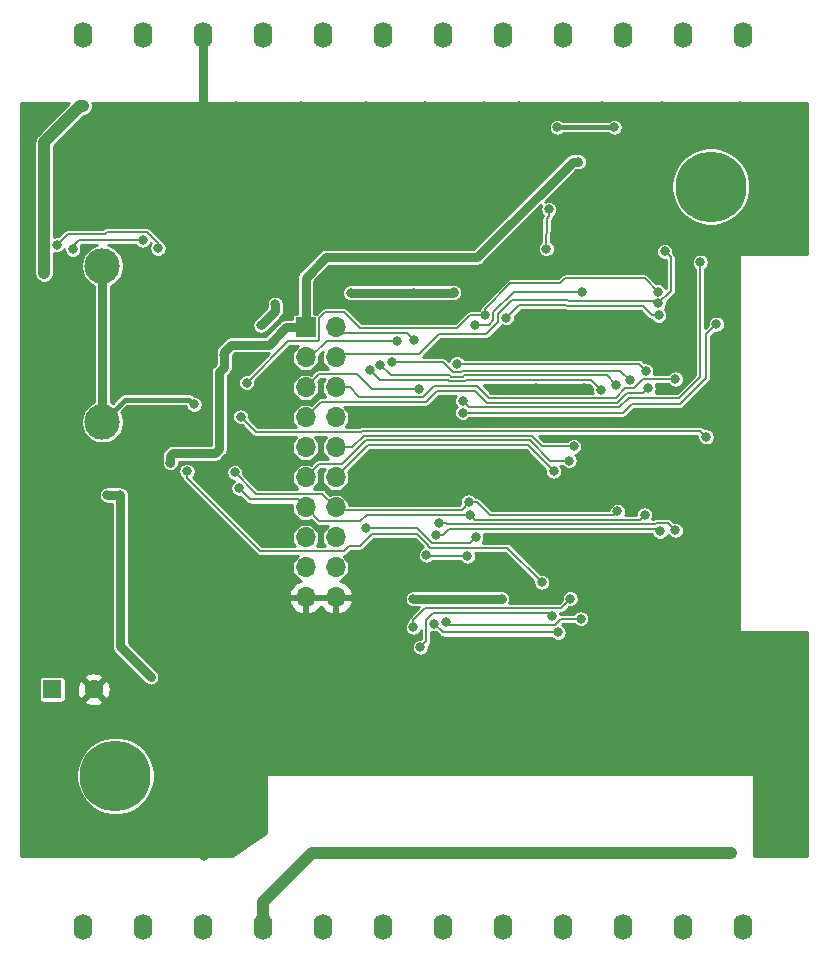
<source format=gbl>
G04 #@! TF.GenerationSoftware,KiCad,Pcbnew,(5.1.6-dirty)*
G04 #@! TF.CreationDate,2020-05-24T17:35:48+02:00*
G04 #@! TF.ProjectId,esp32control,65737033-3263-46f6-9e74-726f6c2e6b69,rev?*
G04 #@! TF.SameCoordinates,Original*
G04 #@! TF.FileFunction,Copper,L2,Bot*
G04 #@! TF.FilePolarity,Positive*
%FSLAX46Y46*%
G04 Gerber Fmt 4.6, Leading zero omitted, Abs format (unit mm)*
G04 Created by KiCad (PCBNEW (5.1.6-dirty)) date 2020-05-24 17:35:48*
%MOMM*%
%LPD*%
G01*
G04 APERTURE LIST*
G04 #@! TA.AperFunction,ComponentPad*
%ADD10C,6.000000*%
G04 #@! TD*
G04 #@! TA.AperFunction,ComponentPad*
%ADD11O,1.600000X2.200000*%
G04 #@! TD*
G04 #@! TA.AperFunction,ComponentPad*
%ADD12C,3.000000*%
G04 #@! TD*
G04 #@! TA.AperFunction,ComponentPad*
%ADD13O,1.700000X1.700000*%
G04 #@! TD*
G04 #@! TA.AperFunction,ComponentPad*
%ADD14R,1.700000X1.700000*%
G04 #@! TD*
G04 #@! TA.AperFunction,ComponentPad*
%ADD15C,1.600000*%
G04 #@! TD*
G04 #@! TA.AperFunction,ComponentPad*
%ADD16R,1.600000X1.600000*%
G04 #@! TD*
G04 #@! TA.AperFunction,ViaPad*
%ADD17C,0.800000*%
G04 #@! TD*
G04 #@! TA.AperFunction,Conductor*
%ADD18C,0.800000*%
G04 #@! TD*
G04 #@! TA.AperFunction,Conductor*
%ADD19C,0.600000*%
G04 #@! TD*
G04 #@! TA.AperFunction,Conductor*
%ADD20C,0.200000*%
G04 #@! TD*
G04 #@! TA.AperFunction,Conductor*
%ADD21C,1.000000*%
G04 #@! TD*
G04 #@! TA.AperFunction,Conductor*
%ADD22C,0.400000*%
G04 #@! TD*
G04 #@! TA.AperFunction,Conductor*
%ADD23C,0.254000*%
G04 #@! TD*
G04 APERTURE END LIST*
D10*
X110508500Y-54168500D03*
X60108500Y-104068500D03*
D11*
X113248500Y-41368500D03*
X108168500Y-41368500D03*
X103088500Y-41368500D03*
X98008500Y-41368500D03*
X92928500Y-41368500D03*
X87848500Y-41368500D03*
X82768500Y-41368500D03*
X77688500Y-41368500D03*
X72608500Y-41368500D03*
X67528500Y-41368500D03*
X62448500Y-41368500D03*
X57368500Y-41368500D03*
X113248500Y-116868500D03*
X108168500Y-116868500D03*
X103088500Y-116868500D03*
X98008500Y-116868500D03*
X92928500Y-116868500D03*
X87848500Y-116868500D03*
X82768500Y-116868500D03*
X77688500Y-116868500D03*
X72608500Y-116868500D03*
X67528500Y-116868500D03*
X62448500Y-116868500D03*
X57368500Y-116868500D03*
D12*
X59000000Y-74100000D03*
X59000000Y-60900000D03*
D13*
X78740000Y-88960000D03*
X76200000Y-88960000D03*
X78740000Y-86420000D03*
X76200000Y-86420000D03*
X78740000Y-83880000D03*
X76200000Y-83880000D03*
X78740000Y-81340000D03*
X76200000Y-81340000D03*
X78740000Y-78800000D03*
X76200000Y-78800000D03*
X78740000Y-76260000D03*
X76200000Y-76260000D03*
X78740000Y-73720000D03*
X76200000Y-73720000D03*
X78740000Y-71180000D03*
X76200000Y-71180000D03*
X78740000Y-68640000D03*
X76200000Y-68640000D03*
X78740000Y-66100000D03*
D14*
X76200000Y-66100000D03*
D15*
X58250000Y-96750000D03*
D16*
X54750000Y-96750000D03*
D17*
X107152500Y-95374500D03*
X98516500Y-95120500D03*
X78704500Y-95120500D03*
X88356500Y-95120500D03*
X70322500Y-106094000D03*
X67560000Y-110868500D03*
X66056000Y-65097000D03*
X70803000Y-57556000D03*
X75910500Y-57274500D03*
X81752500Y-57274500D03*
X86518500Y-57274500D03*
X112994500Y-47368500D03*
X100802500Y-58067992D03*
X101202499Y-52702500D03*
X106390500Y-47368500D03*
X74000000Y-95100000D03*
X67908500Y-72768500D03*
X66908500Y-69968500D03*
X111308500Y-88368500D03*
X62608500Y-90168500D03*
X111308500Y-83568500D03*
X111308500Y-69768500D03*
X108108500Y-76368500D03*
X69308500Y-65368500D03*
X69138641Y-80624609D03*
X99808500Y-71268543D03*
X95708500Y-71268543D03*
X87208500Y-67968500D03*
X100708500Y-65068500D03*
X110408500Y-61868500D03*
X107608500Y-63868500D03*
X87108500Y-87268500D03*
X81008500Y-89468500D03*
X83608500Y-65168500D03*
X74608500Y-69868500D03*
X80508500Y-80468500D03*
X92008500Y-83968500D03*
X52708500Y-96668500D03*
X52808500Y-102368500D03*
X54308500Y-92868500D03*
X52808500Y-47868500D03*
X101308500Y-47368500D03*
X94308500Y-47368500D03*
X91308500Y-47368500D03*
X86308500Y-47368500D03*
X81308500Y-47368500D03*
X75808500Y-47368500D03*
X70308500Y-47368500D03*
X118308500Y-110368500D03*
X118308500Y-92868500D03*
X95408500Y-64968500D03*
X88208500Y-72268500D03*
X80508500Y-73768500D03*
X91508500Y-74068500D03*
X71416480Y-96950000D03*
X73624500Y-64132500D03*
X72416490Y-65910516D03*
X80008500Y-63168500D03*
X85408500Y-63168500D03*
X88735000Y-63142000D03*
X92808500Y-89068500D03*
X85308500Y-89068500D03*
X71208500Y-70768500D03*
X106010027Y-63068500D03*
X91408477Y-65068500D03*
X57368500Y-47368494D03*
X54066500Y-61500000D03*
X99508500Y-90768500D03*
X88108500Y-91068500D03*
X85908500Y-93168500D03*
X97046510Y-90568510D03*
X98608500Y-89068500D03*
X85308522Y-91468522D03*
X97579991Y-91927723D03*
X87114604Y-91178932D03*
X62400000Y-58700000D03*
X56500000Y-59500000D03*
X55166500Y-59100000D03*
X63700000Y-59400000D03*
X81308500Y-83068500D03*
X90608500Y-83868523D03*
X83557279Y-69068468D03*
X103644502Y-70568510D03*
X105008500Y-69768500D03*
X89008500Y-69168500D03*
X102326500Y-49146500D03*
X97500500Y-49146500D03*
X96586064Y-59447157D03*
X96800000Y-56100000D03*
X104908500Y-81968500D03*
X90108500Y-81968500D03*
X70564188Y-79714152D03*
X106108500Y-65068500D03*
X93208500Y-65268500D03*
X90508500Y-65868500D03*
X90008490Y-80868520D03*
X70208500Y-78368500D03*
X102608500Y-81668481D03*
X99608500Y-63068500D03*
X96208500Y-87668500D03*
X66159432Y-78268500D03*
X97208500Y-78268500D03*
X98508510Y-77368500D03*
X98908521Y-76168500D03*
X81631571Y-69701607D03*
X101190000Y-71368532D03*
X82522447Y-69247336D03*
X102508500Y-70968521D03*
X105208500Y-71268500D03*
X107508500Y-70468500D03*
X109608500Y-60568500D03*
X89508490Y-72326598D03*
X89908500Y-85468500D03*
X86408500Y-85368500D03*
X85819977Y-71278663D03*
X106608500Y-59668500D03*
X106056918Y-64069819D03*
X110980006Y-65817337D03*
X89508490Y-73326611D03*
X107508500Y-83268500D03*
X85408094Y-67168490D03*
X87508500Y-82668521D03*
X106208500Y-83368500D03*
X83977217Y-67268521D03*
X87268171Y-83639225D03*
X66762238Y-72612202D03*
X59412000Y-80288000D03*
X69306504Y-68450500D03*
X63100000Y-95700000D03*
X60512000Y-80288000D03*
X64750000Y-77550000D03*
X99308500Y-52068500D03*
X82419000Y-110614500D03*
X92452000Y-110614500D03*
X102612000Y-110614500D03*
X112264000Y-110614500D03*
X110108500Y-75368500D03*
X70708500Y-73668500D03*
D18*
X94198500Y-95120500D02*
X100040500Y-95120500D01*
X94198500Y-95120500D02*
X94178000Y-95100000D01*
X67528500Y-41368500D02*
X67528500Y-47368500D01*
X67528500Y-47368500D02*
X68798500Y-48638500D01*
X101202499Y-52556501D02*
X101202499Y-52702500D01*
X101202499Y-57667993D02*
X100802500Y-58067992D01*
X112994500Y-47368500D02*
X106390500Y-47368500D01*
D19*
X67834000Y-65097000D02*
X66056000Y-65097000D01*
X68798500Y-64132500D02*
X67834000Y-65097000D01*
X68826000Y-57556000D02*
X70803000Y-57556000D01*
X68798500Y-57528500D02*
X68826000Y-57556000D01*
X68798500Y-48638500D02*
X68798500Y-57528500D01*
X68798500Y-57583500D02*
X68826000Y-57556000D01*
X68798500Y-58290500D02*
X68798500Y-57583500D01*
X68798500Y-57782500D02*
X68798500Y-58290500D01*
X68798500Y-58290500D02*
X68798500Y-64132500D01*
D18*
X101202499Y-52702500D02*
X101202499Y-57667993D01*
X106390500Y-47368500D02*
X101202499Y-52556501D01*
X100294500Y-95374500D02*
X107152500Y-95374500D01*
X100040500Y-95120500D02*
X100294500Y-95374500D01*
X74020500Y-95120500D02*
X74000000Y-95100000D01*
X94198500Y-95120500D02*
X74020500Y-95120500D01*
D20*
X66908500Y-71768500D02*
X66908500Y-69968500D01*
X67908500Y-72768500D02*
X66908500Y-71768500D01*
D19*
X111308500Y-88368500D02*
X111308500Y-94368500D01*
X110302500Y-95374500D02*
X107152500Y-95374500D01*
X111308500Y-94368500D02*
X110302500Y-95374500D01*
X108108500Y-76368500D02*
X111308500Y-76368500D01*
X111308500Y-76368500D02*
X111308500Y-69768500D01*
X111308500Y-83568500D02*
X111308500Y-76368500D01*
X96274185Y-71268543D02*
X99808500Y-71268543D01*
X95708500Y-71268543D02*
X96274185Y-71268543D01*
D18*
X73266480Y-95100000D02*
X71416480Y-96950000D01*
X74000000Y-95100000D02*
X73266480Y-95100000D01*
X73624500Y-64132500D02*
X73624500Y-64702506D01*
X73624500Y-64702506D02*
X72416490Y-65910516D01*
X88708500Y-63168500D02*
X88735000Y-63142000D01*
X85408500Y-63168500D02*
X88708500Y-63168500D01*
X80008500Y-63168500D02*
X85408500Y-63168500D01*
X92808500Y-89068500D02*
X85308500Y-89068500D01*
D20*
X90108500Y-65068500D02*
X91408477Y-65068500D01*
X80808500Y-66168500D02*
X89008500Y-66168500D01*
X77290001Y-67250001D02*
X77350001Y-67190001D01*
X77350001Y-67190001D02*
X77350001Y-65326979D01*
X74726999Y-67250001D02*
X77290001Y-67250001D01*
X77350001Y-65326979D02*
X77858490Y-64818490D01*
X77858490Y-64818490D02*
X79458490Y-64818490D01*
X79458490Y-64818490D02*
X80808500Y-66168500D01*
X71208500Y-70768500D02*
X74726999Y-67250001D01*
X89008500Y-66168500D02*
X90108500Y-65068500D01*
X106010027Y-63068500D02*
X104897504Y-61955977D01*
X91408477Y-64502815D02*
X91408477Y-65068500D01*
X97765509Y-62368488D02*
X93542804Y-62368488D01*
X93542804Y-62368488D02*
X91408477Y-64502815D01*
X104897504Y-61955977D02*
X98178020Y-61955977D01*
X98178020Y-61955977D02*
X97765509Y-62368488D01*
D21*
X57131506Y-47368494D02*
X57368500Y-47368494D01*
X54066500Y-50433500D02*
X57131506Y-47368494D01*
X54066500Y-61500000D02*
X54066500Y-50433500D01*
D20*
X99508500Y-90768500D02*
X97844514Y-90768500D01*
X97344502Y-91268512D02*
X88308512Y-91268512D01*
X97844514Y-90768500D02*
X97344502Y-91268512D01*
X88308512Y-91268512D02*
X88108500Y-91068500D01*
X86989021Y-90268511D02*
X96746511Y-90268511D01*
X96746511Y-90268511D02*
X97046510Y-90568510D01*
X85908500Y-93168500D02*
X86414602Y-92662398D01*
X86414602Y-92662398D02*
X86414602Y-90842930D01*
X86414602Y-90842930D02*
X86989021Y-90268511D01*
X97808500Y-89868500D02*
X86342859Y-89868500D01*
X86342859Y-89868500D02*
X85308522Y-90902837D01*
X98608500Y-89068500D02*
X97808500Y-89868500D01*
X85308522Y-90902837D02*
X85308522Y-91468522D01*
X87863395Y-91927723D02*
X87114604Y-91178932D01*
X97579991Y-91927723D02*
X87863395Y-91927723D01*
X62400000Y-58700000D02*
X57000000Y-58700000D01*
X56500000Y-59200000D02*
X56500000Y-59500000D01*
X57000000Y-58700000D02*
X56500000Y-59200000D01*
X55166500Y-59100000D02*
X56066500Y-58200000D01*
X62736001Y-57999999D02*
X63700000Y-58963998D01*
X59400001Y-57999999D02*
X62736001Y-57999999D01*
X59200000Y-58200000D02*
X59400001Y-57999999D01*
X56066500Y-58200000D02*
X59200000Y-58200000D01*
X63700000Y-58963998D02*
X63700000Y-59400000D01*
X85674200Y-83068500D02*
X86944927Y-84339227D01*
X81308500Y-83068500D02*
X85674200Y-83068500D01*
X86944927Y-84339227D02*
X90137796Y-84339227D01*
X90137796Y-84339227D02*
X90608500Y-83868523D01*
X87872466Y-69068468D02*
X88672499Y-69868501D01*
X83557279Y-69068468D02*
X87872466Y-69068468D01*
X88672499Y-69868501D02*
X89344501Y-69868501D01*
X89344501Y-69868501D02*
X89444491Y-69768511D01*
X102844503Y-69768511D02*
X103644502Y-70568510D01*
X89444491Y-69768511D02*
X102844503Y-69768511D01*
X104408500Y-69168500D02*
X89008500Y-69168500D01*
X105008500Y-69768500D02*
X104408500Y-69168500D01*
D22*
X102326500Y-49146500D02*
X97500500Y-49146500D01*
D20*
X96600000Y-56900000D02*
X96586064Y-59447157D01*
X96800000Y-56665685D02*
X96600000Y-56900000D01*
X96800000Y-56100000D02*
X96800000Y-56665685D01*
X71518536Y-80668500D02*
X70564188Y-79714152D01*
X75528500Y-80668500D02*
X71518536Y-80668500D01*
X76200000Y-81340000D02*
X75528500Y-80668500D01*
X77350001Y-82490001D02*
X80850995Y-82490001D01*
X81372496Y-81968500D02*
X90108500Y-81968500D01*
X76200000Y-81340000D02*
X77350001Y-82490001D01*
X80850995Y-82490001D02*
X81372496Y-81968500D01*
X90508499Y-82368499D02*
X104508501Y-82368499D01*
X104508501Y-82368499D02*
X104908500Y-81968500D01*
X90108500Y-81968500D02*
X90508499Y-82368499D01*
X106108500Y-65068500D02*
X105542815Y-65068500D01*
X98206810Y-64168512D02*
X94308488Y-64168512D01*
X105542815Y-65068500D02*
X104742827Y-64268512D01*
X94308488Y-64168512D02*
X93208500Y-65268500D01*
X104742827Y-64268512D02*
X98306810Y-64268512D01*
X98306810Y-64268512D02*
X98206810Y-64168512D01*
X90040468Y-80900498D02*
X90008490Y-80868520D01*
X90076502Y-80900498D02*
X90040468Y-80900498D01*
X72008500Y-80168500D02*
X70208500Y-78368500D01*
X77568500Y-80168500D02*
X72008500Y-80168500D01*
X78740000Y-81340000D02*
X77568500Y-80168500D01*
X78968500Y-81568500D02*
X78740000Y-81340000D01*
X89408500Y-81568500D02*
X78968500Y-81568500D01*
X90076502Y-80900498D02*
X89408500Y-81568500D01*
X102308515Y-81968466D02*
X102608500Y-81668481D01*
X91808466Y-81968466D02*
X102308515Y-81968466D01*
X90740498Y-80900498D02*
X91808466Y-81968466D01*
X90076502Y-80900498D02*
X90740498Y-80900498D01*
X92108487Y-65468513D02*
X92108487Y-64766809D01*
X93806796Y-63068500D02*
X99608500Y-63068500D01*
X91708500Y-65868500D02*
X92108487Y-65468513D01*
X90508500Y-65868500D02*
X91708500Y-65868500D01*
X92108487Y-64766809D02*
X93806796Y-63068500D01*
X79908500Y-84568500D02*
X79446999Y-85030001D01*
X80808500Y-84568500D02*
X79908500Y-84568500D01*
X81808500Y-83568500D02*
X80808500Y-84568500D01*
X79446999Y-85030001D02*
X72355248Y-85030001D01*
X85608500Y-83568500D02*
X81808500Y-83568500D01*
X86595742Y-84568500D02*
X86595742Y-84555742D01*
X72355248Y-85030001D02*
X66159432Y-78834185D01*
X86766480Y-84739238D02*
X86595742Y-84568500D01*
X66159432Y-78834185D02*
X66159432Y-78268500D01*
X86595742Y-84555742D02*
X85608500Y-83568500D01*
X93279238Y-84739238D02*
X86766480Y-84739238D01*
X96208500Y-87668500D02*
X93279238Y-84739238D01*
X81471500Y-76068500D02*
X78740000Y-78800000D01*
X97208500Y-78268500D02*
X95008500Y-76068500D01*
X95008500Y-76068500D02*
X81471500Y-76068500D01*
X77350001Y-77649999D02*
X79324301Y-77649999D01*
X96874200Y-77368500D02*
X98508510Y-77368500D01*
X76200000Y-78800000D02*
X77350001Y-77649999D01*
X95174189Y-75668489D02*
X96874200Y-77368500D01*
X81305811Y-75668489D02*
X95174189Y-75668489D01*
X79324301Y-77649999D02*
X81305811Y-75668489D01*
X80148600Y-76260000D02*
X81140122Y-75268478D01*
X96239900Y-76168500D02*
X98908521Y-76168500D01*
X78740000Y-76260000D02*
X80148600Y-76260000D01*
X95339878Y-75268478D02*
X96239900Y-76168500D01*
X81140122Y-75268478D02*
X95339878Y-75268478D01*
X89675879Y-70668523D02*
X89775869Y-70568533D01*
X88341121Y-70668523D02*
X89675879Y-70668523D01*
X89775869Y-70568533D02*
X100390001Y-70568533D01*
X88241131Y-70568533D02*
X88341121Y-70668523D01*
X82498497Y-70568533D02*
X88241131Y-70568533D01*
X81631571Y-69701607D02*
X82498497Y-70568533D01*
X100390001Y-70568533D02*
X101190000Y-71368532D01*
X88506810Y-70268512D02*
X89510190Y-70268512D01*
X88406820Y-70168522D02*
X88506810Y-70268512D01*
X101708501Y-70168522D02*
X102508500Y-70968521D01*
X89510190Y-70268512D02*
X89610180Y-70168522D01*
X83443633Y-70168522D02*
X88406820Y-70168522D01*
X89610180Y-70168522D02*
X101708501Y-70168522D01*
X82522447Y-69247336D02*
X83443633Y-70168522D01*
X104808477Y-71668523D02*
X105208500Y-71268500D01*
X103410202Y-71668523D02*
X104808477Y-71668523D01*
X102610180Y-72468545D02*
X103410202Y-71668523D01*
X91556516Y-72468545D02*
X102610180Y-72468545D01*
X90556516Y-71468545D02*
X91556516Y-72468545D01*
X87308455Y-71468545D02*
X90556516Y-71468545D01*
X86398325Y-72378675D02*
X87308455Y-71468545D01*
X77541325Y-72378675D02*
X86398325Y-72378675D01*
X76200000Y-73720000D02*
X77541325Y-72378675D01*
X91750532Y-72068534D02*
X90750532Y-71068534D01*
X104780516Y-70468500D02*
X103980504Y-71268512D01*
X90750532Y-71068534D02*
X87066108Y-71068534D01*
X102444491Y-72068534D02*
X91750532Y-72068534D01*
X103980504Y-71268512D02*
X103244513Y-71268512D01*
X87066108Y-71068534D02*
X86155978Y-71978664D01*
X79942081Y-71180000D02*
X78740000Y-71180000D01*
X86155978Y-71978664D02*
X80740745Y-71978664D01*
X80740745Y-71978664D02*
X79942081Y-71180000D01*
X103244513Y-71268512D02*
X102444491Y-72068534D01*
X107508500Y-70468500D02*
X104780516Y-70468500D01*
X103575891Y-72068534D02*
X102775869Y-72868556D01*
X107808466Y-72068534D02*
X103575891Y-72068534D01*
X109608500Y-70268500D02*
X107808466Y-72068534D01*
X109608500Y-60568500D02*
X109608500Y-70268500D01*
X102775869Y-72868556D02*
X90050448Y-72868556D01*
X90050448Y-72868556D02*
X89508490Y-72326598D01*
X86508500Y-85468500D02*
X86408500Y-85368500D01*
X89908500Y-85468500D02*
X86508500Y-85468500D01*
X77350001Y-70029999D02*
X80569999Y-70029999D01*
X76200000Y-71180000D02*
X77350001Y-70029999D01*
X80569999Y-70029999D02*
X81818663Y-71278663D01*
X81818663Y-71278663D02*
X85819977Y-71278663D01*
X107108499Y-60168499D02*
X107108499Y-63018238D01*
X107108499Y-63018238D02*
X106056918Y-64069819D01*
X106608500Y-59668500D02*
X107108499Y-60168499D01*
X93672495Y-63768501D02*
X98372499Y-63768501D01*
X92508498Y-64932498D02*
X93672495Y-63768501D01*
X98372499Y-63768501D02*
X98472499Y-63868501D01*
X85808534Y-68368466D02*
X87508500Y-66668500D01*
X105855600Y-63868501D02*
X106056918Y-64069819D01*
X79011534Y-68368466D02*
X85808534Y-68368466D01*
X92508498Y-65668502D02*
X92508498Y-64932498D01*
X87508500Y-66668500D02*
X91508500Y-66668500D01*
X78740000Y-68640000D02*
X79011534Y-68368466D01*
X91508500Y-66668500D02*
X92508498Y-65668502D01*
X98472499Y-63868501D02*
X105855600Y-63868501D01*
X103066611Y-73326611D02*
X103066611Y-73310389D01*
X103066611Y-73326611D02*
X89508490Y-73326611D01*
X103066611Y-73310389D02*
X103808500Y-72568500D01*
X103808500Y-72568500D02*
X107908500Y-72568500D01*
X107908500Y-72568500D02*
X110108500Y-70368500D01*
X110108500Y-66688843D02*
X110980006Y-65817337D01*
X110108500Y-70368500D02*
X110108500Y-66688843D01*
X78740000Y-66100000D02*
X79208511Y-66568511D01*
X84808115Y-66568511D02*
X85408094Y-67168490D01*
X79208511Y-66568511D02*
X84808115Y-66568511D01*
X88074185Y-82668521D02*
X87508500Y-82668521D01*
X105772494Y-82768502D02*
X88174166Y-82768502D01*
X107508500Y-83268500D02*
X106908498Y-82668498D01*
X106908498Y-82668498D02*
X105872498Y-82668498D01*
X88174166Y-82768502D02*
X88074185Y-82668521D01*
X105872498Y-82668498D02*
X105772494Y-82768502D01*
X77974179Y-67268521D02*
X83977217Y-67268521D01*
X76602700Y-68640000D02*
X77974179Y-67268521D01*
X76200000Y-68640000D02*
X76602700Y-68640000D01*
X87833856Y-83639225D02*
X87268171Y-83639225D01*
X88304568Y-83168513D02*
X87833856Y-83639225D01*
X106008513Y-83168513D02*
X88304568Y-83168513D01*
X106208500Y-83368500D02*
X106008513Y-83168513D01*
D18*
X59000000Y-60900000D02*
X59000000Y-74100000D01*
D22*
X59000000Y-74100000D02*
X60887797Y-72212203D01*
X60887797Y-72212203D02*
X66362239Y-72212203D01*
X66362239Y-72212203D02*
X66762238Y-72612202D01*
D18*
X63100000Y-95700000D02*
X60500000Y-93100000D01*
X60500000Y-80300000D02*
X60512000Y-80288000D01*
X60500000Y-93100000D02*
X60500000Y-80300000D01*
X59412000Y-80288000D02*
X60512000Y-80288000D01*
D19*
X69306504Y-69466504D02*
X69306504Y-68470496D01*
D18*
X69306504Y-69466504D02*
X69306504Y-68450500D01*
X69306504Y-69466504D02*
X69306504Y-68170496D01*
X69306504Y-68170496D02*
X69908500Y-67568500D01*
X69908500Y-67568500D02*
X73108500Y-67568500D01*
X74577000Y-66100000D02*
X76200000Y-66100000D01*
X73108500Y-67568500D02*
X74577000Y-66100000D01*
X76200000Y-66100000D02*
X76200000Y-61877000D01*
X76200000Y-61877000D02*
X77908500Y-60168500D01*
X77908500Y-60168500D02*
X90708500Y-60168500D01*
X98808500Y-52068500D02*
X99308500Y-52068500D01*
X90708500Y-60168500D02*
X98808500Y-52068500D01*
X68908500Y-69864508D02*
X69306504Y-69466504D01*
X68908500Y-76368500D02*
X68908500Y-69864508D01*
X68508500Y-76768500D02*
X68908500Y-76368500D01*
X64965815Y-76768500D02*
X68508500Y-76768500D01*
X64750000Y-76984315D02*
X64965815Y-76768500D01*
X64750000Y-77550000D02*
X64750000Y-76984315D01*
D21*
X72608500Y-114768500D02*
X76762500Y-110614500D01*
X72608500Y-116868500D02*
X72608500Y-114768500D01*
X76762500Y-110614500D02*
X112232500Y-110614500D01*
D20*
X72008499Y-74968499D02*
X70708500Y-73668500D01*
X80874401Y-74968499D02*
X72008499Y-74968499D01*
X80974433Y-74868467D02*
X80874401Y-74968499D01*
X110108500Y-75368500D02*
X109608467Y-74868467D01*
X109608467Y-74868467D02*
X80974433Y-74868467D01*
D23*
G36*
X53510448Y-49819999D02*
G01*
X53478895Y-49845894D01*
X53453000Y-49877447D01*
X53452998Y-49877449D01*
X53375548Y-49971821D01*
X53298756Y-50115490D01*
X53251467Y-50271380D01*
X53235500Y-50433500D01*
X53239501Y-50474124D01*
X53239500Y-61540623D01*
X53251466Y-61662119D01*
X53298755Y-61818009D01*
X53375548Y-61961678D01*
X53478894Y-62087606D01*
X53604821Y-62190952D01*
X53748490Y-62267745D01*
X53904380Y-62315034D01*
X54066500Y-62331001D01*
X54228619Y-62315034D01*
X54384509Y-62267745D01*
X54528178Y-62190952D01*
X54654106Y-62087606D01*
X54757452Y-61961679D01*
X54834245Y-61818010D01*
X54881534Y-61662120D01*
X54893500Y-61540624D01*
X54893500Y-59773819D01*
X54954442Y-59799062D01*
X55094897Y-59827000D01*
X55238103Y-59827000D01*
X55378558Y-59799062D01*
X55510864Y-59744259D01*
X55629936Y-59664698D01*
X55731198Y-59563436D01*
X55773000Y-59500875D01*
X55773000Y-59571603D01*
X55800938Y-59712058D01*
X55855741Y-59844364D01*
X55935302Y-59963436D01*
X56036564Y-60064698D01*
X56155636Y-60144259D01*
X56287942Y-60199062D01*
X56428397Y-60227000D01*
X56571603Y-60227000D01*
X56712058Y-60199062D01*
X56844364Y-60144259D01*
X56963436Y-60064698D01*
X57064698Y-59963436D01*
X57144259Y-59844364D01*
X57199062Y-59712058D01*
X57227000Y-59571603D01*
X57227000Y-59428397D01*
X57199062Y-59287942D01*
X57145423Y-59158446D01*
X57176869Y-59127000D01*
X58548582Y-59127000D01*
X58467084Y-59143211D01*
X58134591Y-59280934D01*
X57835355Y-59480876D01*
X57580876Y-59735355D01*
X57380934Y-60034591D01*
X57243211Y-60367084D01*
X57173000Y-60720056D01*
X57173000Y-61079944D01*
X57243211Y-61432916D01*
X57380934Y-61765409D01*
X57580876Y-62064645D01*
X57835355Y-62319124D01*
X58134591Y-62519066D01*
X58273000Y-62576397D01*
X58273001Y-72423603D01*
X58134591Y-72480934D01*
X57835355Y-72680876D01*
X57580876Y-72935355D01*
X57380934Y-73234591D01*
X57243211Y-73567084D01*
X57173000Y-73920056D01*
X57173000Y-74279944D01*
X57243211Y-74632916D01*
X57380934Y-74965409D01*
X57580876Y-75264645D01*
X57835355Y-75519124D01*
X58134591Y-75719066D01*
X58467084Y-75856789D01*
X58820056Y-75927000D01*
X59179944Y-75927000D01*
X59532916Y-75856789D01*
X59865409Y-75719066D01*
X60164645Y-75519124D01*
X60419124Y-75264645D01*
X60619066Y-74965409D01*
X60756789Y-74632916D01*
X60827000Y-74279944D01*
X60827000Y-73920056D01*
X60756789Y-73567084D01*
X60619066Y-73234591D01*
X60615715Y-73229575D01*
X61106087Y-72739203D01*
X66046257Y-72739203D01*
X66063176Y-72824260D01*
X66117979Y-72956566D01*
X66197540Y-73075638D01*
X66298802Y-73176900D01*
X66417874Y-73256461D01*
X66550180Y-73311264D01*
X66690635Y-73339202D01*
X66833841Y-73339202D01*
X66974296Y-73311264D01*
X67106602Y-73256461D01*
X67225674Y-73176900D01*
X67326936Y-73075638D01*
X67406497Y-72956566D01*
X67461300Y-72824260D01*
X67489238Y-72683805D01*
X67489238Y-72540599D01*
X67461300Y-72400144D01*
X67406497Y-72267838D01*
X67326936Y-72148766D01*
X67225674Y-72047504D01*
X67106602Y-71967943D01*
X66974296Y-71913140D01*
X66833841Y-71885202D01*
X66780527Y-71885202D01*
X66753194Y-71857869D01*
X66736687Y-71837755D01*
X66656441Y-71771899D01*
X66564889Y-71722964D01*
X66465549Y-71692829D01*
X66388120Y-71685203D01*
X66362239Y-71682654D01*
X66336358Y-71685203D01*
X60913677Y-71685203D01*
X60887796Y-71682654D01*
X60797351Y-71691562D01*
X60784487Y-71692829D01*
X60685147Y-71722964D01*
X60593595Y-71771899D01*
X60513349Y-71837755D01*
X60496846Y-71857864D01*
X59870425Y-72484285D01*
X59865409Y-72480934D01*
X59727000Y-72423603D01*
X59727000Y-65910516D01*
X71685973Y-65910516D01*
X71689490Y-65946224D01*
X71689490Y-65982119D01*
X71696493Y-66017326D01*
X71700010Y-66053033D01*
X71710425Y-66087366D01*
X71717428Y-66122574D01*
X71731165Y-66155738D01*
X71741580Y-66190072D01*
X71758493Y-66221714D01*
X71772231Y-66254880D01*
X71792178Y-66284733D01*
X71809088Y-66316369D01*
X71831843Y-66344096D01*
X71851792Y-66373952D01*
X71877182Y-66399342D01*
X71899937Y-66427069D01*
X71927664Y-66449824D01*
X71953054Y-66475214D01*
X71982910Y-66495163D01*
X72010637Y-66517918D01*
X72042273Y-66534828D01*
X72072126Y-66554775D01*
X72105292Y-66568513D01*
X72136934Y-66585426D01*
X72171268Y-66595841D01*
X72204432Y-66609578D01*
X72239640Y-66616581D01*
X72273973Y-66626996D01*
X72309680Y-66630513D01*
X72344887Y-66637516D01*
X72380782Y-66637516D01*
X72416490Y-66641033D01*
X72452198Y-66637516D01*
X72488093Y-66637516D01*
X72523300Y-66630513D01*
X72559007Y-66626996D01*
X72593340Y-66616581D01*
X72628548Y-66609578D01*
X72661712Y-66595841D01*
X72696046Y-66585426D01*
X72727688Y-66568513D01*
X72760854Y-66554775D01*
X72790707Y-66534828D01*
X72822343Y-66517918D01*
X72850069Y-66495163D01*
X72879926Y-66475214D01*
X72981188Y-66373952D01*
X72981192Y-66373946D01*
X74113312Y-65241827D01*
X74141054Y-65219060D01*
X74231903Y-65108359D01*
X74299410Y-64982063D01*
X74340980Y-64845023D01*
X74342448Y-64830124D01*
X74355017Y-64702507D01*
X74351500Y-64666799D01*
X74351500Y-64060897D01*
X74344497Y-64025690D01*
X74340980Y-63989983D01*
X74330565Y-63955649D01*
X74323562Y-63920442D01*
X74309826Y-63887280D01*
X74299410Y-63852943D01*
X74282495Y-63821297D01*
X74268759Y-63788136D01*
X74248817Y-63758290D01*
X74231903Y-63726647D01*
X74209143Y-63698914D01*
X74189198Y-63669064D01*
X74163812Y-63643678D01*
X74141053Y-63615946D01*
X74113322Y-63593188D01*
X74087936Y-63567802D01*
X74058079Y-63547852D01*
X74030352Y-63525097D01*
X73998714Y-63508186D01*
X73968864Y-63488241D01*
X73935699Y-63474503D01*
X73904056Y-63457590D01*
X73869723Y-63447175D01*
X73836558Y-63433438D01*
X73801348Y-63426434D01*
X73767016Y-63416020D01*
X73731311Y-63412503D01*
X73696103Y-63405500D01*
X73660208Y-63405500D01*
X73624500Y-63401983D01*
X73588792Y-63405500D01*
X73552897Y-63405500D01*
X73517690Y-63412503D01*
X73481983Y-63416020D01*
X73447649Y-63426435D01*
X73412442Y-63433438D01*
X73379280Y-63447174D01*
X73344943Y-63457590D01*
X73313297Y-63474505D01*
X73280136Y-63488241D01*
X73250290Y-63508183D01*
X73218647Y-63525097D01*
X73190914Y-63547857D01*
X73161064Y-63567802D01*
X73135678Y-63593188D01*
X73107946Y-63615947D01*
X73085188Y-63643678D01*
X73059802Y-63669064D01*
X73039855Y-63698917D01*
X73017097Y-63726648D01*
X73000186Y-63758286D01*
X72980241Y-63788136D01*
X72966503Y-63821301D01*
X72949590Y-63852944D01*
X72939175Y-63887277D01*
X72925438Y-63920442D01*
X72918434Y-63955652D01*
X72908020Y-63989984D01*
X72904503Y-64025689D01*
X72897500Y-64060897D01*
X72897500Y-64401373D01*
X71953060Y-65345814D01*
X71953054Y-65345818D01*
X71851792Y-65447080D01*
X71831843Y-65476937D01*
X71809088Y-65504663D01*
X71792178Y-65536299D01*
X71772231Y-65566152D01*
X71758493Y-65599318D01*
X71741580Y-65630960D01*
X71731165Y-65665294D01*
X71717428Y-65698458D01*
X71710425Y-65733666D01*
X71700010Y-65767999D01*
X71696493Y-65803706D01*
X71689490Y-65838913D01*
X71689490Y-65874808D01*
X71685973Y-65910516D01*
X59727000Y-65910516D01*
X59727000Y-62576397D01*
X59865409Y-62519066D01*
X60164645Y-62319124D01*
X60419124Y-62064645D01*
X60619066Y-61765409D01*
X60756789Y-61432916D01*
X60827000Y-61079944D01*
X60827000Y-60720056D01*
X60756789Y-60367084D01*
X60619066Y-60034591D01*
X60419124Y-59735355D01*
X60164645Y-59480876D01*
X59865409Y-59280934D01*
X59532916Y-59143211D01*
X59451418Y-59127000D01*
X61810956Y-59127000D01*
X61835302Y-59163436D01*
X61936564Y-59264698D01*
X62055636Y-59344259D01*
X62187942Y-59399062D01*
X62328397Y-59427000D01*
X62471603Y-59427000D01*
X62612058Y-59399062D01*
X62744364Y-59344259D01*
X62863436Y-59264698D01*
X62964698Y-59163436D01*
X63044259Y-59044364D01*
X63082991Y-58950857D01*
X63108624Y-58976491D01*
X63055741Y-59055636D01*
X63000938Y-59187942D01*
X62973000Y-59328397D01*
X62973000Y-59471603D01*
X63000938Y-59612058D01*
X63055741Y-59744364D01*
X63135302Y-59863436D01*
X63236564Y-59964698D01*
X63355636Y-60044259D01*
X63487942Y-60099062D01*
X63628397Y-60127000D01*
X63771603Y-60127000D01*
X63912058Y-60099062D01*
X64044364Y-60044259D01*
X64163436Y-59964698D01*
X64264698Y-59863436D01*
X64344259Y-59744364D01*
X64399062Y-59612058D01*
X64427000Y-59471603D01*
X64427000Y-59328397D01*
X64399062Y-59187942D01*
X64344259Y-59055636D01*
X64264698Y-58936564D01*
X64163436Y-58835302D01*
X64088682Y-58785353D01*
X64056756Y-58725623D01*
X64056755Y-58725621D01*
X64016767Y-58676896D01*
X64016764Y-58676893D01*
X64003395Y-58660603D01*
X63987106Y-58647235D01*
X63052769Y-57712899D01*
X63039396Y-57696604D01*
X62974377Y-57643244D01*
X62900197Y-57603594D01*
X62819708Y-57579177D01*
X62756979Y-57572999D01*
X62756968Y-57572999D01*
X62736001Y-57570934D01*
X62715034Y-57572999D01*
X59420967Y-57572999D01*
X59400000Y-57570934D01*
X59379033Y-57572999D01*
X59379023Y-57572999D01*
X59316294Y-57579177D01*
X59235805Y-57603594D01*
X59161625Y-57643244D01*
X59096606Y-57696604D01*
X59083233Y-57712899D01*
X59023132Y-57773000D01*
X56087466Y-57773000D01*
X56066499Y-57770935D01*
X56045532Y-57773000D01*
X56045522Y-57773000D01*
X55982793Y-57779178D01*
X55902304Y-57803595D01*
X55867773Y-57822052D01*
X55828123Y-57843245D01*
X55779398Y-57883232D01*
X55779389Y-57883241D01*
X55763105Y-57896605D01*
X55749741Y-57912889D01*
X55281082Y-58381549D01*
X55238103Y-58373000D01*
X55094897Y-58373000D01*
X54954442Y-58400938D01*
X54893500Y-58426181D01*
X54893500Y-50776053D01*
X56594656Y-49074897D01*
X96773500Y-49074897D01*
X96773500Y-49218103D01*
X96801438Y-49358558D01*
X96856241Y-49490864D01*
X96935802Y-49609936D01*
X97037064Y-49711198D01*
X97156136Y-49790759D01*
X97288442Y-49845562D01*
X97428897Y-49873500D01*
X97572103Y-49873500D01*
X97712558Y-49845562D01*
X97844864Y-49790759D01*
X97963936Y-49711198D01*
X98001634Y-49673500D01*
X101825366Y-49673500D01*
X101863064Y-49711198D01*
X101982136Y-49790759D01*
X102114442Y-49845562D01*
X102254897Y-49873500D01*
X102398103Y-49873500D01*
X102538558Y-49845562D01*
X102670864Y-49790759D01*
X102789936Y-49711198D01*
X102891198Y-49609936D01*
X102970759Y-49490864D01*
X103025562Y-49358558D01*
X103053500Y-49218103D01*
X103053500Y-49074897D01*
X103025562Y-48934442D01*
X102970759Y-48802136D01*
X102891198Y-48683064D01*
X102789936Y-48581802D01*
X102670864Y-48502241D01*
X102538558Y-48447438D01*
X102398103Y-48419500D01*
X102254897Y-48419500D01*
X102114442Y-48447438D01*
X101982136Y-48502241D01*
X101863064Y-48581802D01*
X101825366Y-48619500D01*
X98001634Y-48619500D01*
X97963936Y-48581802D01*
X97844864Y-48502241D01*
X97712558Y-48447438D01*
X97572103Y-48419500D01*
X97428897Y-48419500D01*
X97288442Y-48447438D01*
X97156136Y-48502241D01*
X97037064Y-48581802D01*
X96935802Y-48683064D01*
X96856241Y-48802136D01*
X96801438Y-48934442D01*
X96773500Y-49074897D01*
X56594656Y-49074897D01*
X57481154Y-48188400D01*
X57530620Y-48183528D01*
X57686510Y-48136239D01*
X57830179Y-48059446D01*
X57956106Y-47956100D01*
X58059452Y-47830173D01*
X58136245Y-47686504D01*
X58183534Y-47530614D01*
X58199501Y-47368494D01*
X58183534Y-47206374D01*
X58159456Y-47127000D01*
X118663501Y-47127000D01*
X118663501Y-59873000D01*
X113000000Y-59873000D01*
X112975224Y-59875440D01*
X112951399Y-59882667D01*
X112929443Y-59894403D01*
X112910197Y-59910197D01*
X112894403Y-59929443D01*
X112882667Y-59951399D01*
X112875440Y-59975224D01*
X112873000Y-60000000D01*
X112873000Y-91800000D01*
X112875440Y-91824776D01*
X112882667Y-91848601D01*
X112894403Y-91870557D01*
X112910197Y-91889803D01*
X112929443Y-91905597D01*
X112951399Y-91917333D01*
X112975224Y-91924560D01*
X113000000Y-91927000D01*
X118663500Y-91927000D01*
X118663500Y-110873000D01*
X114127000Y-110873000D01*
X114127000Y-104000000D01*
X114124560Y-103975224D01*
X114117333Y-103951399D01*
X114105597Y-103929443D01*
X114089803Y-103910197D01*
X114070557Y-103894403D01*
X114048601Y-103882667D01*
X114024776Y-103875440D01*
X114000000Y-103873000D01*
X73000000Y-103873000D01*
X72975224Y-103875440D01*
X72951399Y-103882667D01*
X72929443Y-103894403D01*
X72910197Y-103910197D01*
X72894403Y-103929443D01*
X72882667Y-103951399D01*
X72875440Y-103975224D01*
X72873000Y-104000000D01*
X72873000Y-108932032D01*
X69961548Y-110873000D01*
X52127000Y-110873000D01*
X52127000Y-103740819D01*
X56781500Y-103740819D01*
X56781500Y-104396181D01*
X56909355Y-105038950D01*
X57160151Y-105644425D01*
X57524250Y-106189339D01*
X57987661Y-106652750D01*
X58532575Y-107016849D01*
X59138050Y-107267645D01*
X59780819Y-107395500D01*
X60436181Y-107395500D01*
X61078950Y-107267645D01*
X61684425Y-107016849D01*
X62229339Y-106652750D01*
X62692750Y-106189339D01*
X63056849Y-105644425D01*
X63307645Y-105038950D01*
X63435500Y-104396181D01*
X63435500Y-103740819D01*
X63307645Y-103098050D01*
X63056849Y-102492575D01*
X62692750Y-101947661D01*
X62229339Y-101484250D01*
X61684425Y-101120151D01*
X61078950Y-100869355D01*
X60436181Y-100741500D01*
X59780819Y-100741500D01*
X59138050Y-100869355D01*
X58532575Y-101120151D01*
X57987661Y-101484250D01*
X57524250Y-101947661D01*
X57160151Y-102492575D01*
X56909355Y-103098050D01*
X56781500Y-103740819D01*
X52127000Y-103740819D01*
X52127000Y-95950000D01*
X53621418Y-95950000D01*
X53621418Y-97550000D01*
X53627732Y-97614103D01*
X53646430Y-97675743D01*
X53676794Y-97732550D01*
X53717657Y-97782343D01*
X53767450Y-97823206D01*
X53824257Y-97853570D01*
X53885897Y-97872268D01*
X53950000Y-97878582D01*
X55550000Y-97878582D01*
X55614103Y-97872268D01*
X55675743Y-97853570D01*
X55732550Y-97823206D01*
X55782343Y-97782343D01*
X55814874Y-97742702D01*
X57436903Y-97742702D01*
X57508486Y-97986671D01*
X57763996Y-98107571D01*
X58038184Y-98176300D01*
X58320512Y-98190217D01*
X58600130Y-98148787D01*
X58866292Y-98053603D01*
X58991514Y-97986671D01*
X59063097Y-97742702D01*
X58250000Y-96929605D01*
X57436903Y-97742702D01*
X55814874Y-97742702D01*
X55823206Y-97732550D01*
X55853570Y-97675743D01*
X55872268Y-97614103D01*
X55878582Y-97550000D01*
X55878582Y-96820512D01*
X56809783Y-96820512D01*
X56851213Y-97100130D01*
X56946397Y-97366292D01*
X57013329Y-97491514D01*
X57257298Y-97563097D01*
X58070395Y-96750000D01*
X58429605Y-96750000D01*
X59242702Y-97563097D01*
X59486671Y-97491514D01*
X59607571Y-97236004D01*
X59676300Y-96961816D01*
X59690217Y-96679488D01*
X59648787Y-96399870D01*
X59553603Y-96133708D01*
X59486671Y-96008486D01*
X59242702Y-95936903D01*
X58429605Y-96750000D01*
X58070395Y-96750000D01*
X57257298Y-95936903D01*
X57013329Y-96008486D01*
X56892429Y-96263996D01*
X56823700Y-96538184D01*
X56809783Y-96820512D01*
X55878582Y-96820512D01*
X55878582Y-95950000D01*
X55872268Y-95885897D01*
X55853570Y-95824257D01*
X55823206Y-95767450D01*
X55814875Y-95757298D01*
X57436903Y-95757298D01*
X58250000Y-96570395D01*
X59063097Y-95757298D01*
X58991514Y-95513329D01*
X58736004Y-95392429D01*
X58461816Y-95323700D01*
X58179488Y-95309783D01*
X57899870Y-95351213D01*
X57633708Y-95446397D01*
X57508486Y-95513329D01*
X57436903Y-95757298D01*
X55814875Y-95757298D01*
X55782343Y-95717657D01*
X55732550Y-95676794D01*
X55675743Y-95646430D01*
X55614103Y-95627732D01*
X55550000Y-95621418D01*
X53950000Y-95621418D01*
X53885897Y-95627732D01*
X53824257Y-95646430D01*
X53767450Y-95676794D01*
X53717657Y-95717657D01*
X53676794Y-95767450D01*
X53646430Y-95824257D01*
X53627732Y-95885897D01*
X53621418Y-95950000D01*
X52127000Y-95950000D01*
X52127000Y-80288000D01*
X58681483Y-80288000D01*
X58685000Y-80323708D01*
X58685000Y-80359603D01*
X58692003Y-80394810D01*
X58695520Y-80430517D01*
X58705935Y-80464851D01*
X58712938Y-80500058D01*
X58726674Y-80533220D01*
X58737090Y-80567557D01*
X58754005Y-80599203D01*
X58767741Y-80632364D01*
X58787683Y-80662210D01*
X58804597Y-80693853D01*
X58827358Y-80721588D01*
X58847302Y-80751436D01*
X58872682Y-80776816D01*
X58895446Y-80804554D01*
X58923183Y-80827317D01*
X58948564Y-80852698D01*
X58978412Y-80872642D01*
X59006147Y-80895403D01*
X59037790Y-80912317D01*
X59067636Y-80932259D01*
X59100797Y-80945995D01*
X59132443Y-80962910D01*
X59166780Y-80973326D01*
X59199942Y-80987062D01*
X59235149Y-80994065D01*
X59269483Y-81004480D01*
X59305190Y-81007997D01*
X59340397Y-81015000D01*
X59773001Y-81015000D01*
X59773000Y-93064292D01*
X59769483Y-93100000D01*
X59773000Y-93135707D01*
X59783520Y-93242516D01*
X59825090Y-93379556D01*
X59892597Y-93505852D01*
X59983446Y-93616553D01*
X60011189Y-93639321D01*
X62535300Y-96163433D01*
X62535302Y-96163436D01*
X62636564Y-96264698D01*
X62666415Y-96284644D01*
X62694146Y-96307402D01*
X62725786Y-96324314D01*
X62755636Y-96344259D01*
X62788804Y-96357998D01*
X62820443Y-96374909D01*
X62854774Y-96385323D01*
X62887942Y-96399062D01*
X62923149Y-96406065D01*
X62957482Y-96416480D01*
X62993191Y-96419997D01*
X63028397Y-96427000D01*
X63064291Y-96427000D01*
X63099999Y-96430517D01*
X63135707Y-96427000D01*
X63171603Y-96427000D01*
X63206811Y-96419997D01*
X63242517Y-96416480D01*
X63276848Y-96406066D01*
X63312058Y-96399062D01*
X63345229Y-96385322D01*
X63379556Y-96374909D01*
X63411190Y-96358000D01*
X63444364Y-96344259D01*
X63474221Y-96324309D01*
X63505852Y-96307402D01*
X63533576Y-96284650D01*
X63563436Y-96264698D01*
X63588828Y-96239306D01*
X63616553Y-96216553D01*
X63639306Y-96188828D01*
X63664698Y-96163436D01*
X63684650Y-96133576D01*
X63707402Y-96105852D01*
X63724309Y-96074221D01*
X63744259Y-96044364D01*
X63758000Y-96011190D01*
X63774909Y-95979556D01*
X63785322Y-95945229D01*
X63799062Y-95912058D01*
X63806066Y-95876848D01*
X63816480Y-95842517D01*
X63819997Y-95806811D01*
X63827000Y-95771603D01*
X63827000Y-95735707D01*
X63830517Y-95699999D01*
X63827000Y-95664291D01*
X63827000Y-95628397D01*
X63819997Y-95593191D01*
X63816480Y-95557482D01*
X63806065Y-95523149D01*
X63799062Y-95487942D01*
X63785323Y-95454774D01*
X63774909Y-95420443D01*
X63757998Y-95388804D01*
X63744259Y-95355636D01*
X63724314Y-95325786D01*
X63707402Y-95294146D01*
X63684644Y-95266415D01*
X63664698Y-95236564D01*
X63563436Y-95135302D01*
X63563433Y-95135300D01*
X61227000Y-92798868D01*
X61227000Y-89316890D01*
X74758524Y-89316890D01*
X74803175Y-89464099D01*
X74928359Y-89726920D01*
X75102412Y-89960269D01*
X75318645Y-90155178D01*
X75568748Y-90304157D01*
X75843109Y-90401481D01*
X76073000Y-90280814D01*
X76073000Y-89087000D01*
X76327000Y-89087000D01*
X76327000Y-90280814D01*
X76556891Y-90401481D01*
X76831252Y-90304157D01*
X77081355Y-90155178D01*
X77297588Y-89960269D01*
X77470000Y-89729120D01*
X77642412Y-89960269D01*
X77858645Y-90155178D01*
X78108748Y-90304157D01*
X78383109Y-90401481D01*
X78613000Y-90280814D01*
X78613000Y-89087000D01*
X78867000Y-89087000D01*
X78867000Y-90280814D01*
X79096891Y-90401481D01*
X79371252Y-90304157D01*
X79621355Y-90155178D01*
X79837588Y-89960269D01*
X80011641Y-89726920D01*
X80136825Y-89464099D01*
X80181476Y-89316890D01*
X80060155Y-89087000D01*
X78867000Y-89087000D01*
X78613000Y-89087000D01*
X76327000Y-89087000D01*
X76073000Y-89087000D01*
X74879845Y-89087000D01*
X74758524Y-89316890D01*
X61227000Y-89316890D01*
X61227000Y-89068500D01*
X84577983Y-89068500D01*
X84581500Y-89104208D01*
X84581500Y-89140103D01*
X84588503Y-89175310D01*
X84592020Y-89211017D01*
X84602435Y-89245351D01*
X84609438Y-89280558D01*
X84623174Y-89313720D01*
X84633590Y-89348057D01*
X84650505Y-89379703D01*
X84664241Y-89412864D01*
X84684183Y-89442710D01*
X84701097Y-89474353D01*
X84723858Y-89502088D01*
X84743802Y-89531936D01*
X84769183Y-89557317D01*
X84791946Y-89585054D01*
X84819683Y-89607817D01*
X84845064Y-89633198D01*
X84874912Y-89653142D01*
X84902647Y-89675903D01*
X84934290Y-89692817D01*
X84964136Y-89712759D01*
X84997297Y-89726495D01*
X85028943Y-89743410D01*
X85063280Y-89753826D01*
X85096442Y-89767562D01*
X85131649Y-89774565D01*
X85165983Y-89784980D01*
X85201690Y-89788497D01*
X85236897Y-89795500D01*
X85811990Y-89795500D01*
X85021422Y-90586069D01*
X85005127Y-90599442D01*
X84991755Y-90615736D01*
X84991754Y-90615737D01*
X84951767Y-90664461D01*
X84944138Y-90678734D01*
X84912117Y-90738642D01*
X84887700Y-90819131D01*
X84881773Y-90879311D01*
X84845086Y-90903824D01*
X84743824Y-91005086D01*
X84664263Y-91124158D01*
X84609460Y-91256464D01*
X84581522Y-91396919D01*
X84581522Y-91540125D01*
X84609460Y-91680580D01*
X84664263Y-91812886D01*
X84743824Y-91931958D01*
X84845086Y-92033220D01*
X84964158Y-92112781D01*
X85096464Y-92167584D01*
X85236919Y-92195522D01*
X85380125Y-92195522D01*
X85520580Y-92167584D01*
X85652886Y-92112781D01*
X85771958Y-92033220D01*
X85873220Y-91931958D01*
X85952781Y-91812886D01*
X85987603Y-91728820D01*
X85987602Y-92442992D01*
X85980103Y-92441500D01*
X85836897Y-92441500D01*
X85696442Y-92469438D01*
X85564136Y-92524241D01*
X85445064Y-92603802D01*
X85343802Y-92705064D01*
X85264241Y-92824136D01*
X85209438Y-92956442D01*
X85181500Y-93096897D01*
X85181500Y-93240103D01*
X85209438Y-93380558D01*
X85264241Y-93512864D01*
X85343802Y-93631936D01*
X85445064Y-93733198D01*
X85564136Y-93812759D01*
X85696442Y-93867562D01*
X85836897Y-93895500D01*
X85980103Y-93895500D01*
X86120558Y-93867562D01*
X86252864Y-93812759D01*
X86371936Y-93733198D01*
X86473198Y-93631936D01*
X86552759Y-93512864D01*
X86607562Y-93380558D01*
X86635500Y-93240103D01*
X86635500Y-93096897D01*
X86626951Y-93053918D01*
X86701714Y-92979156D01*
X86717997Y-92965793D01*
X86731361Y-92949509D01*
X86731370Y-92949500D01*
X86771357Y-92900775D01*
X86811006Y-92826595D01*
X86811007Y-92826594D01*
X86835424Y-92746105D01*
X86841602Y-92683376D01*
X86841602Y-92683364D01*
X86843667Y-92662399D01*
X86841602Y-92641434D01*
X86841602Y-91852750D01*
X86902546Y-91877994D01*
X87043001Y-91905932D01*
X87186207Y-91905932D01*
X87229186Y-91897383D01*
X87546636Y-92214834D01*
X87560000Y-92231118D01*
X87576284Y-92244482D01*
X87576293Y-92244491D01*
X87625018Y-92284478D01*
X87664616Y-92305643D01*
X87699199Y-92324128D01*
X87779688Y-92348545D01*
X87842417Y-92354723D01*
X87842429Y-92354723D01*
X87863394Y-92356788D01*
X87884359Y-92354723D01*
X96990947Y-92354723D01*
X97015293Y-92391159D01*
X97116555Y-92492421D01*
X97235627Y-92571982D01*
X97367933Y-92626785D01*
X97508388Y-92654723D01*
X97651594Y-92654723D01*
X97792049Y-92626785D01*
X97924355Y-92571982D01*
X98043427Y-92492421D01*
X98144689Y-92391159D01*
X98224250Y-92272087D01*
X98279053Y-92139781D01*
X98306991Y-91999326D01*
X98306991Y-91856120D01*
X98279053Y-91715665D01*
X98224250Y-91583359D01*
X98144689Y-91464287D01*
X98043427Y-91363025D01*
X97929788Y-91287094D01*
X98021383Y-91195500D01*
X98919456Y-91195500D01*
X98943802Y-91231936D01*
X99045064Y-91333198D01*
X99164136Y-91412759D01*
X99296442Y-91467562D01*
X99436897Y-91495500D01*
X99580103Y-91495500D01*
X99720558Y-91467562D01*
X99852864Y-91412759D01*
X99971936Y-91333198D01*
X100073198Y-91231936D01*
X100152759Y-91112864D01*
X100207562Y-90980558D01*
X100235500Y-90840103D01*
X100235500Y-90696897D01*
X100207562Y-90556442D01*
X100152759Y-90424136D01*
X100073198Y-90305064D01*
X99971936Y-90203802D01*
X99852864Y-90124241D01*
X99720558Y-90069438D01*
X99580103Y-90041500D01*
X99436897Y-90041500D01*
X99296442Y-90069438D01*
X99164136Y-90124241D01*
X99045064Y-90203802D01*
X98943802Y-90305064D01*
X98919456Y-90341500D01*
X97865481Y-90341500D01*
X97844514Y-90339435D01*
X97823547Y-90341500D01*
X97823536Y-90341500D01*
X97760807Y-90347678D01*
X97744044Y-90352763D01*
X97720325Y-90295500D01*
X97787533Y-90295500D01*
X97808500Y-90297565D01*
X97829467Y-90295500D01*
X97829478Y-90295500D01*
X97892207Y-90289322D01*
X97972696Y-90264905D01*
X98046876Y-90225255D01*
X98111895Y-90171895D01*
X98125268Y-90155600D01*
X98493918Y-89786951D01*
X98536897Y-89795500D01*
X98680103Y-89795500D01*
X98820558Y-89767562D01*
X98952864Y-89712759D01*
X99071936Y-89633198D01*
X99173198Y-89531936D01*
X99252759Y-89412864D01*
X99307562Y-89280558D01*
X99335500Y-89140103D01*
X99335500Y-88996897D01*
X99307562Y-88856442D01*
X99252759Y-88724136D01*
X99173198Y-88605064D01*
X99071936Y-88503802D01*
X98952864Y-88424241D01*
X98820558Y-88369438D01*
X98680103Y-88341500D01*
X98536897Y-88341500D01*
X98396442Y-88369438D01*
X98264136Y-88424241D01*
X98145064Y-88503802D01*
X98043802Y-88605064D01*
X97964241Y-88724136D01*
X97909438Y-88856442D01*
X97881500Y-88996897D01*
X97881500Y-89140103D01*
X97890049Y-89183082D01*
X97631632Y-89441500D01*
X93433625Y-89441500D01*
X93452759Y-89412864D01*
X93466495Y-89379703D01*
X93483410Y-89348057D01*
X93493826Y-89313720D01*
X93507562Y-89280558D01*
X93514565Y-89245351D01*
X93524980Y-89211017D01*
X93528497Y-89175310D01*
X93535500Y-89140103D01*
X93535500Y-89104208D01*
X93539017Y-89068500D01*
X93535500Y-89032792D01*
X93535500Y-88996897D01*
X93528497Y-88961690D01*
X93524980Y-88925983D01*
X93514565Y-88891649D01*
X93507562Y-88856442D01*
X93493826Y-88823280D01*
X93483410Y-88788943D01*
X93466495Y-88757297D01*
X93452759Y-88724136D01*
X93432817Y-88694290D01*
X93415903Y-88662647D01*
X93393142Y-88634912D01*
X93373198Y-88605064D01*
X93347817Y-88579683D01*
X93325054Y-88551946D01*
X93297317Y-88529183D01*
X93271936Y-88503802D01*
X93242088Y-88483858D01*
X93214353Y-88461097D01*
X93182710Y-88444183D01*
X93152864Y-88424241D01*
X93119703Y-88410505D01*
X93088057Y-88393590D01*
X93053720Y-88383174D01*
X93020558Y-88369438D01*
X92985351Y-88362435D01*
X92951017Y-88352020D01*
X92915310Y-88348503D01*
X92880103Y-88341500D01*
X85236897Y-88341500D01*
X85201690Y-88348503D01*
X85165983Y-88352020D01*
X85131649Y-88362435D01*
X85096442Y-88369438D01*
X85063280Y-88383174D01*
X85028943Y-88393590D01*
X84997297Y-88410505D01*
X84964136Y-88424241D01*
X84934290Y-88444183D01*
X84902647Y-88461097D01*
X84874912Y-88483858D01*
X84845064Y-88503802D01*
X84819683Y-88529183D01*
X84791946Y-88551946D01*
X84769183Y-88579683D01*
X84743802Y-88605064D01*
X84723858Y-88634912D01*
X84701097Y-88662647D01*
X84684183Y-88694290D01*
X84664241Y-88724136D01*
X84650505Y-88757297D01*
X84633590Y-88788943D01*
X84623174Y-88823280D01*
X84609438Y-88856442D01*
X84602435Y-88891649D01*
X84592020Y-88925983D01*
X84588503Y-88961690D01*
X84581500Y-88996897D01*
X84581500Y-89032792D01*
X84577983Y-89068500D01*
X61227000Y-89068500D01*
X61227000Y-80435396D01*
X61228480Y-80430517D01*
X61231997Y-80394810D01*
X61239000Y-80359603D01*
X61239000Y-80323708D01*
X61242517Y-80288000D01*
X61239000Y-80252292D01*
X61239000Y-80216397D01*
X61231997Y-80181190D01*
X61228480Y-80145483D01*
X61218065Y-80111149D01*
X61211062Y-80075942D01*
X61197326Y-80042780D01*
X61186910Y-80008443D01*
X61169995Y-79976797D01*
X61156259Y-79943636D01*
X61136317Y-79913790D01*
X61119403Y-79882147D01*
X61096642Y-79854412D01*
X61076698Y-79824564D01*
X61051317Y-79799183D01*
X61028554Y-79771446D01*
X61000817Y-79748683D01*
X60975436Y-79723302D01*
X60945588Y-79703358D01*
X60917853Y-79680597D01*
X60886210Y-79663683D01*
X60856364Y-79643741D01*
X60823203Y-79630005D01*
X60791557Y-79613090D01*
X60757220Y-79602674D01*
X60724058Y-79588938D01*
X60688851Y-79581935D01*
X60654517Y-79571520D01*
X60618810Y-79568003D01*
X60583603Y-79561000D01*
X60547708Y-79561000D01*
X60512000Y-79557483D01*
X60476292Y-79561000D01*
X59340397Y-79561000D01*
X59305190Y-79568003D01*
X59269483Y-79571520D01*
X59235149Y-79581935D01*
X59199942Y-79588938D01*
X59166780Y-79602674D01*
X59132443Y-79613090D01*
X59100797Y-79630005D01*
X59067636Y-79643741D01*
X59037790Y-79663683D01*
X59006147Y-79680597D01*
X58978412Y-79703358D01*
X58948564Y-79723302D01*
X58923183Y-79748683D01*
X58895446Y-79771446D01*
X58872683Y-79799183D01*
X58847302Y-79824564D01*
X58827358Y-79854412D01*
X58804597Y-79882147D01*
X58787683Y-79913790D01*
X58767741Y-79943636D01*
X58754005Y-79976797D01*
X58737090Y-80008443D01*
X58726674Y-80042780D01*
X58712938Y-80075942D01*
X58705935Y-80111149D01*
X58695520Y-80145483D01*
X58692003Y-80181190D01*
X58685000Y-80216397D01*
X58685000Y-80252292D01*
X58681483Y-80288000D01*
X52127000Y-80288000D01*
X52127000Y-76984315D01*
X64019483Y-76984315D01*
X64023000Y-77020023D01*
X64023000Y-77621603D01*
X64030003Y-77656811D01*
X64033520Y-77692516D01*
X64043934Y-77726848D01*
X64050938Y-77762058D01*
X64064675Y-77795223D01*
X64075090Y-77829556D01*
X64092003Y-77861199D01*
X64105741Y-77894364D01*
X64125686Y-77924214D01*
X64142597Y-77955852D01*
X64165355Y-77983583D01*
X64185302Y-78013436D01*
X64210688Y-78038822D01*
X64233446Y-78066553D01*
X64261178Y-78089312D01*
X64286564Y-78114698D01*
X64316414Y-78134643D01*
X64344147Y-78157403D01*
X64375790Y-78174317D01*
X64405636Y-78194259D01*
X64438797Y-78207995D01*
X64470443Y-78224910D01*
X64504780Y-78235326D01*
X64537942Y-78249062D01*
X64573149Y-78256065D01*
X64607483Y-78266480D01*
X64643190Y-78269997D01*
X64678397Y-78277000D01*
X64714292Y-78277000D01*
X64750000Y-78280517D01*
X64785708Y-78277000D01*
X64821603Y-78277000D01*
X64856811Y-78269997D01*
X64892516Y-78266480D01*
X64926848Y-78256066D01*
X64962058Y-78249062D01*
X64995223Y-78235325D01*
X65029556Y-78224910D01*
X65061199Y-78207997D01*
X65094364Y-78194259D01*
X65124214Y-78174314D01*
X65155852Y-78157403D01*
X65183583Y-78134645D01*
X65213436Y-78114698D01*
X65238822Y-78089312D01*
X65266553Y-78066554D01*
X65289312Y-78038822D01*
X65314698Y-78013436D01*
X65334643Y-77983586D01*
X65357403Y-77955853D01*
X65374317Y-77924210D01*
X65394259Y-77894364D01*
X65407995Y-77861203D01*
X65424910Y-77829557D01*
X65435326Y-77795220D01*
X65449062Y-77762058D01*
X65456065Y-77726851D01*
X65466480Y-77692517D01*
X65469997Y-77656810D01*
X65477000Y-77621603D01*
X65477000Y-77495500D01*
X68472792Y-77495500D01*
X68508500Y-77499017D01*
X68651017Y-77484980D01*
X68788057Y-77443410D01*
X68914353Y-77375903D01*
X69025054Y-77285054D01*
X69047826Y-77257306D01*
X69397311Y-76907821D01*
X69425053Y-76885054D01*
X69515903Y-76774353D01*
X69583410Y-76648057D01*
X69624980Y-76511017D01*
X69635500Y-76404208D01*
X69635500Y-76404206D01*
X69639017Y-76368501D01*
X69635500Y-76332795D01*
X69635500Y-70165641D01*
X69795320Y-70005821D01*
X69823057Y-69983058D01*
X69913907Y-69872357D01*
X69981414Y-69746061D01*
X70000530Y-69683044D01*
X70022984Y-69609022D01*
X70037021Y-69466504D01*
X70033504Y-69430796D01*
X70033504Y-68471629D01*
X70209633Y-68295500D01*
X73072792Y-68295500D01*
X73077197Y-68295934D01*
X71323083Y-70050049D01*
X71280103Y-70041500D01*
X71136897Y-70041500D01*
X70996442Y-70069438D01*
X70864136Y-70124241D01*
X70745064Y-70203802D01*
X70643802Y-70305064D01*
X70564241Y-70424136D01*
X70509438Y-70556442D01*
X70481500Y-70696897D01*
X70481500Y-70840103D01*
X70509438Y-70980558D01*
X70564241Y-71112864D01*
X70643802Y-71231936D01*
X70745064Y-71333198D01*
X70864136Y-71412759D01*
X70996442Y-71467562D01*
X71136897Y-71495500D01*
X71280103Y-71495500D01*
X71420558Y-71467562D01*
X71552864Y-71412759D01*
X71671936Y-71333198D01*
X71773198Y-71231936D01*
X71852759Y-71112864D01*
X71907562Y-70980558D01*
X71935500Y-70840103D01*
X71935500Y-70696897D01*
X71926951Y-70653917D01*
X74903868Y-67677001D01*
X75522685Y-67677001D01*
X75449706Y-67725764D01*
X75285764Y-67889706D01*
X75156956Y-68082481D01*
X75068231Y-68296682D01*
X75023000Y-68524076D01*
X75023000Y-68755924D01*
X75068231Y-68983318D01*
X75156956Y-69197519D01*
X75285764Y-69390294D01*
X75449706Y-69554236D01*
X75642481Y-69683044D01*
X75856682Y-69771769D01*
X76084076Y-69817000D01*
X76315924Y-69817000D01*
X76543318Y-69771769D01*
X76757519Y-69683044D01*
X76950294Y-69554236D01*
X77114236Y-69390294D01*
X77243044Y-69197519D01*
X77331769Y-68983318D01*
X77377000Y-68755924D01*
X77377000Y-68524076D01*
X77367957Y-68478612D01*
X77649486Y-68197083D01*
X77608231Y-68296682D01*
X77563000Y-68524076D01*
X77563000Y-68755924D01*
X77608231Y-68983318D01*
X77696956Y-69197519D01*
X77825764Y-69390294D01*
X77989706Y-69554236D01*
X78062685Y-69602999D01*
X77370967Y-69602999D01*
X77350000Y-69600934D01*
X77329033Y-69602999D01*
X77329023Y-69602999D01*
X77266294Y-69609177D01*
X77185805Y-69633594D01*
X77151274Y-69652051D01*
X77111624Y-69673244D01*
X77062900Y-69713231D01*
X77062896Y-69713235D01*
X77046606Y-69726604D01*
X77033237Y-69742894D01*
X76673837Y-70102294D01*
X76543318Y-70048231D01*
X76315924Y-70003000D01*
X76084076Y-70003000D01*
X75856682Y-70048231D01*
X75642481Y-70136956D01*
X75449706Y-70265764D01*
X75285764Y-70429706D01*
X75156956Y-70622481D01*
X75068231Y-70836682D01*
X75023000Y-71064076D01*
X75023000Y-71295924D01*
X75068231Y-71523318D01*
X75156956Y-71737519D01*
X75285764Y-71930294D01*
X75449706Y-72094236D01*
X75642481Y-72223044D01*
X75856682Y-72311769D01*
X76084076Y-72357000D01*
X76315924Y-72357000D01*
X76543318Y-72311769D01*
X76757519Y-72223044D01*
X76950294Y-72094236D01*
X77114236Y-71930294D01*
X77243044Y-71737519D01*
X77331769Y-71523318D01*
X77377000Y-71295924D01*
X77377000Y-71064076D01*
X77331769Y-70836682D01*
X77277706Y-70706163D01*
X77526870Y-70456999D01*
X77807527Y-70456999D01*
X77696956Y-70622481D01*
X77608231Y-70836682D01*
X77563000Y-71064076D01*
X77563000Y-71295924D01*
X77608231Y-71523318D01*
X77696956Y-71737519D01*
X77825764Y-71930294D01*
X77847145Y-71951675D01*
X77562291Y-71951675D01*
X77541324Y-71949610D01*
X77520357Y-71951675D01*
X77520347Y-71951675D01*
X77457618Y-71957853D01*
X77377129Y-71982270D01*
X77342598Y-72000727D01*
X77302948Y-72021920D01*
X77254224Y-72061907D01*
X77254220Y-72061911D01*
X77237930Y-72075280D01*
X77224561Y-72091570D01*
X76673837Y-72642294D01*
X76543318Y-72588231D01*
X76315924Y-72543000D01*
X76084076Y-72543000D01*
X75856682Y-72588231D01*
X75642481Y-72676956D01*
X75449706Y-72805764D01*
X75285764Y-72969706D01*
X75156956Y-73162481D01*
X75068231Y-73376682D01*
X75023000Y-73604076D01*
X75023000Y-73835924D01*
X75068231Y-74063318D01*
X75156956Y-74277519D01*
X75285764Y-74470294D01*
X75356969Y-74541499D01*
X72185369Y-74541499D01*
X71426951Y-73783082D01*
X71435500Y-73740103D01*
X71435500Y-73596897D01*
X71407562Y-73456442D01*
X71352759Y-73324136D01*
X71273198Y-73205064D01*
X71171936Y-73103802D01*
X71052864Y-73024241D01*
X70920558Y-72969438D01*
X70780103Y-72941500D01*
X70636897Y-72941500D01*
X70496442Y-72969438D01*
X70364136Y-73024241D01*
X70245064Y-73103802D01*
X70143802Y-73205064D01*
X70064241Y-73324136D01*
X70009438Y-73456442D01*
X69981500Y-73596897D01*
X69981500Y-73740103D01*
X70009438Y-73880558D01*
X70064241Y-74012864D01*
X70143802Y-74131936D01*
X70245064Y-74233198D01*
X70364136Y-74312759D01*
X70496442Y-74367562D01*
X70636897Y-74395500D01*
X70780103Y-74395500D01*
X70823082Y-74386951D01*
X71691740Y-75255610D01*
X71705104Y-75271894D01*
X71721388Y-75285258D01*
X71721397Y-75285267D01*
X71770122Y-75325254D01*
X71808495Y-75345764D01*
X71844303Y-75364904D01*
X71924792Y-75389321D01*
X71987521Y-75395499D01*
X71987531Y-75395499D01*
X72008498Y-75397564D01*
X72029465Y-75395499D01*
X75399971Y-75395499D01*
X75285764Y-75509706D01*
X75156956Y-75702481D01*
X75068231Y-75916682D01*
X75023000Y-76144076D01*
X75023000Y-76375924D01*
X75068231Y-76603318D01*
X75156956Y-76817519D01*
X75285764Y-77010294D01*
X75449706Y-77174236D01*
X75642481Y-77303044D01*
X75856682Y-77391769D01*
X76084076Y-77437000D01*
X76315924Y-77437000D01*
X76543318Y-77391769D01*
X76757519Y-77303044D01*
X76950294Y-77174236D01*
X77114236Y-77010294D01*
X77243044Y-76817519D01*
X77331769Y-76603318D01*
X77377000Y-76375924D01*
X77377000Y-76144076D01*
X77331769Y-75916682D01*
X77243044Y-75702481D01*
X77114236Y-75509706D01*
X77000029Y-75395499D01*
X77939971Y-75395499D01*
X77825764Y-75509706D01*
X77696956Y-75702481D01*
X77608231Y-75916682D01*
X77563000Y-76144076D01*
X77563000Y-76375924D01*
X77608231Y-76603318D01*
X77696956Y-76817519D01*
X77825764Y-77010294D01*
X77989706Y-77174236D01*
X78062685Y-77222999D01*
X77370967Y-77222999D01*
X77350000Y-77220934D01*
X77329033Y-77222999D01*
X77329023Y-77222999D01*
X77266294Y-77229177D01*
X77185805Y-77253594D01*
X77178840Y-77257317D01*
X77111624Y-77293244D01*
X77062900Y-77333231D01*
X77062896Y-77333235D01*
X77046606Y-77346604D01*
X77033237Y-77362894D01*
X76673837Y-77722294D01*
X76543318Y-77668231D01*
X76315924Y-77623000D01*
X76084076Y-77623000D01*
X75856682Y-77668231D01*
X75642481Y-77756956D01*
X75449706Y-77885764D01*
X75285764Y-78049706D01*
X75156956Y-78242481D01*
X75068231Y-78456682D01*
X75023000Y-78684076D01*
X75023000Y-78915924D01*
X75068231Y-79143318D01*
X75156956Y-79357519D01*
X75285764Y-79550294D01*
X75449706Y-79714236D01*
X75490510Y-79741500D01*
X72185369Y-79741500D01*
X70926951Y-78483083D01*
X70935500Y-78440103D01*
X70935500Y-78296897D01*
X70907562Y-78156442D01*
X70852759Y-78024136D01*
X70773198Y-77905064D01*
X70671936Y-77803802D01*
X70552864Y-77724241D01*
X70420558Y-77669438D01*
X70280103Y-77641500D01*
X70136897Y-77641500D01*
X69996442Y-77669438D01*
X69864136Y-77724241D01*
X69745064Y-77803802D01*
X69643802Y-77905064D01*
X69564241Y-78024136D01*
X69509438Y-78156442D01*
X69481500Y-78296897D01*
X69481500Y-78440103D01*
X69509438Y-78580558D01*
X69564241Y-78712864D01*
X69643802Y-78831936D01*
X69745064Y-78933198D01*
X69864136Y-79012759D01*
X69996442Y-79067562D01*
X70136897Y-79095500D01*
X70181500Y-79095500D01*
X70100752Y-79149454D01*
X69999490Y-79250716D01*
X69919929Y-79369788D01*
X69865126Y-79502094D01*
X69837188Y-79642549D01*
X69837188Y-79785755D01*
X69865126Y-79926210D01*
X69919929Y-80058516D01*
X69999490Y-80177588D01*
X70100752Y-80278850D01*
X70219824Y-80358411D01*
X70352130Y-80413214D01*
X70492585Y-80441152D01*
X70635791Y-80441152D01*
X70678770Y-80432603D01*
X71201772Y-80955605D01*
X71215141Y-80971895D01*
X71231431Y-80985264D01*
X71231435Y-80985268D01*
X71280159Y-81025255D01*
X71301394Y-81036605D01*
X71354340Y-81064905D01*
X71434829Y-81089322D01*
X71497558Y-81095500D01*
X71497569Y-81095500D01*
X71518536Y-81097565D01*
X71539503Y-81095500D01*
X75048575Y-81095500D01*
X75023000Y-81224076D01*
X75023000Y-81455924D01*
X75068231Y-81683318D01*
X75156956Y-81897519D01*
X75285764Y-82090294D01*
X75449706Y-82254236D01*
X75642481Y-82383044D01*
X75856682Y-82471769D01*
X76084076Y-82517000D01*
X76315924Y-82517000D01*
X76543318Y-82471769D01*
X76673837Y-82417706D01*
X77033237Y-82777106D01*
X77046606Y-82793396D01*
X77062896Y-82806765D01*
X77062900Y-82806769D01*
X77111624Y-82846756D01*
X77129746Y-82856442D01*
X77185805Y-82886406D01*
X77266294Y-82910823D01*
X77329023Y-82917001D01*
X77329033Y-82917001D01*
X77350000Y-82919066D01*
X77370967Y-82917001D01*
X78062685Y-82917001D01*
X77989706Y-82965764D01*
X77825764Y-83129706D01*
X77696956Y-83322481D01*
X77608231Y-83536682D01*
X77563000Y-83764076D01*
X77563000Y-83995924D01*
X77608231Y-84223318D01*
X77696956Y-84437519D01*
X77807527Y-84603001D01*
X77132473Y-84603001D01*
X77243044Y-84437519D01*
X77331769Y-84223318D01*
X77377000Y-83995924D01*
X77377000Y-83764076D01*
X77331769Y-83536682D01*
X77243044Y-83322481D01*
X77114236Y-83129706D01*
X76950294Y-82965764D01*
X76757519Y-82836956D01*
X76543318Y-82748231D01*
X76315924Y-82703000D01*
X76084076Y-82703000D01*
X75856682Y-82748231D01*
X75642481Y-82836956D01*
X75449706Y-82965764D01*
X75285764Y-83129706D01*
X75156956Y-83322481D01*
X75068231Y-83536682D01*
X75023000Y-83764076D01*
X75023000Y-83995924D01*
X75068231Y-84223318D01*
X75156956Y-84437519D01*
X75267527Y-84603001D01*
X72532117Y-84603001D01*
X66692591Y-78763475D01*
X66724130Y-78731936D01*
X66803691Y-78612864D01*
X66858494Y-78480558D01*
X66886432Y-78340103D01*
X66886432Y-78196897D01*
X66858494Y-78056442D01*
X66803691Y-77924136D01*
X66724130Y-77805064D01*
X66622868Y-77703802D01*
X66503796Y-77624241D01*
X66371490Y-77569438D01*
X66231035Y-77541500D01*
X66087829Y-77541500D01*
X65947374Y-77569438D01*
X65815068Y-77624241D01*
X65695996Y-77703802D01*
X65594734Y-77805064D01*
X65515173Y-77924136D01*
X65460370Y-78056442D01*
X65432432Y-78196897D01*
X65432432Y-78340103D01*
X65460370Y-78480558D01*
X65515173Y-78612864D01*
X65594734Y-78731936D01*
X65695996Y-78833198D01*
X65732683Y-78857711D01*
X65738610Y-78917891D01*
X65763027Y-78998380D01*
X65763028Y-78998381D01*
X65802677Y-79072561D01*
X65821503Y-79095500D01*
X65856037Y-79137580D01*
X65872332Y-79150953D01*
X72038484Y-85317106D01*
X72051853Y-85333396D01*
X72068143Y-85346765D01*
X72068147Y-85346769D01*
X72116871Y-85386756D01*
X72135844Y-85396897D01*
X72191052Y-85426406D01*
X72271541Y-85450823D01*
X72334270Y-85457001D01*
X72334280Y-85457001D01*
X72355247Y-85459066D01*
X72376214Y-85457001D01*
X75522685Y-85457001D01*
X75449706Y-85505764D01*
X75285764Y-85669706D01*
X75156956Y-85862481D01*
X75068231Y-86076682D01*
X75023000Y-86304076D01*
X75023000Y-86535924D01*
X75068231Y-86763318D01*
X75156956Y-86977519D01*
X75285764Y-87170294D01*
X75449706Y-87334236D01*
X75642481Y-87463044D01*
X75807179Y-87531264D01*
X75568748Y-87615843D01*
X75318645Y-87764822D01*
X75102412Y-87959731D01*
X74928359Y-88193080D01*
X74803175Y-88455901D01*
X74758524Y-88603110D01*
X74879845Y-88833000D01*
X76073000Y-88833000D01*
X76073000Y-88813000D01*
X76327000Y-88813000D01*
X76327000Y-88833000D01*
X78613000Y-88833000D01*
X78613000Y-88813000D01*
X78867000Y-88813000D01*
X78867000Y-88833000D01*
X80060155Y-88833000D01*
X80181476Y-88603110D01*
X80136825Y-88455901D01*
X80011641Y-88193080D01*
X79837588Y-87959731D01*
X79621355Y-87764822D01*
X79371252Y-87615843D01*
X79132821Y-87531264D01*
X79297519Y-87463044D01*
X79490294Y-87334236D01*
X79654236Y-87170294D01*
X79783044Y-86977519D01*
X79871769Y-86763318D01*
X79917000Y-86535924D01*
X79917000Y-86304076D01*
X79871769Y-86076682D01*
X79783044Y-85862481D01*
X79654236Y-85669706D01*
X79490294Y-85505764D01*
X79417315Y-85457001D01*
X79426032Y-85457001D01*
X79446999Y-85459066D01*
X79467966Y-85457001D01*
X79467977Y-85457001D01*
X79530706Y-85450823D01*
X79611195Y-85426406D01*
X79685375Y-85386756D01*
X79750394Y-85333396D01*
X79763767Y-85317101D01*
X80085369Y-84995500D01*
X80787533Y-84995500D01*
X80808500Y-84997565D01*
X80829467Y-84995500D01*
X80829478Y-84995500D01*
X80892207Y-84989322D01*
X80972696Y-84964905D01*
X81046876Y-84925255D01*
X81111895Y-84871895D01*
X81125268Y-84855600D01*
X81985369Y-83995500D01*
X85431632Y-83995500D01*
X86132185Y-84696054D01*
X86064136Y-84724241D01*
X85945064Y-84803802D01*
X85843802Y-84905064D01*
X85764241Y-85024136D01*
X85709438Y-85156442D01*
X85681500Y-85296897D01*
X85681500Y-85440103D01*
X85709438Y-85580558D01*
X85764241Y-85712864D01*
X85843802Y-85831936D01*
X85945064Y-85933198D01*
X86064136Y-86012759D01*
X86196442Y-86067562D01*
X86336897Y-86095500D01*
X86480103Y-86095500D01*
X86620558Y-86067562D01*
X86752864Y-86012759D01*
X86871936Y-85933198D01*
X86909634Y-85895500D01*
X89319456Y-85895500D01*
X89343802Y-85931936D01*
X89445064Y-86033198D01*
X89564136Y-86112759D01*
X89696442Y-86167562D01*
X89836897Y-86195500D01*
X89980103Y-86195500D01*
X90120558Y-86167562D01*
X90252864Y-86112759D01*
X90371936Y-86033198D01*
X90473198Y-85931936D01*
X90552759Y-85812864D01*
X90607562Y-85680558D01*
X90635500Y-85540103D01*
X90635500Y-85396897D01*
X90607562Y-85256442D01*
X90570198Y-85166238D01*
X93102370Y-85166238D01*
X95490049Y-87553918D01*
X95481500Y-87596897D01*
X95481500Y-87740103D01*
X95509438Y-87880558D01*
X95564241Y-88012864D01*
X95643802Y-88131936D01*
X95745064Y-88233198D01*
X95864136Y-88312759D01*
X95996442Y-88367562D01*
X96136897Y-88395500D01*
X96280103Y-88395500D01*
X96420558Y-88367562D01*
X96552864Y-88312759D01*
X96671936Y-88233198D01*
X96773198Y-88131936D01*
X96852759Y-88012864D01*
X96907562Y-87880558D01*
X96935500Y-87740103D01*
X96935500Y-87596897D01*
X96907562Y-87456442D01*
X96852759Y-87324136D01*
X96773198Y-87205064D01*
X96671936Y-87103802D01*
X96552864Y-87024241D01*
X96420558Y-86969438D01*
X96280103Y-86941500D01*
X96136897Y-86941500D01*
X96093918Y-86950049D01*
X93596006Y-84452138D01*
X93582633Y-84435843D01*
X93517614Y-84382483D01*
X93443434Y-84342833D01*
X93362945Y-84318416D01*
X93300216Y-84312238D01*
X93300205Y-84312238D01*
X93279238Y-84310173D01*
X93258271Y-84312238D01*
X91186375Y-84312238D01*
X91252759Y-84212887D01*
X91307562Y-84080581D01*
X91335500Y-83940126D01*
X91335500Y-83796920D01*
X91307562Y-83656465D01*
X91282315Y-83595513D01*
X105515633Y-83595513D01*
X105564241Y-83712864D01*
X105643802Y-83831936D01*
X105745064Y-83933198D01*
X105864136Y-84012759D01*
X105996442Y-84067562D01*
X106136897Y-84095500D01*
X106280103Y-84095500D01*
X106420558Y-84067562D01*
X106552864Y-84012759D01*
X106671936Y-83933198D01*
X106773198Y-83831936D01*
X106852759Y-83712864D01*
X106882723Y-83640524D01*
X106943802Y-83731936D01*
X107045064Y-83833198D01*
X107164136Y-83912759D01*
X107296442Y-83967562D01*
X107436897Y-83995500D01*
X107580103Y-83995500D01*
X107720558Y-83967562D01*
X107852864Y-83912759D01*
X107971936Y-83833198D01*
X108073198Y-83731936D01*
X108152759Y-83612864D01*
X108207562Y-83480558D01*
X108235500Y-83340103D01*
X108235500Y-83196897D01*
X108207562Y-83056442D01*
X108152759Y-82924136D01*
X108073198Y-82805064D01*
X107971936Y-82703802D01*
X107852864Y-82624241D01*
X107720558Y-82569438D01*
X107580103Y-82541500D01*
X107436897Y-82541500D01*
X107393917Y-82550049D01*
X107225266Y-82381398D01*
X107211893Y-82365103D01*
X107146874Y-82311743D01*
X107072694Y-82272093D01*
X106992205Y-82247676D01*
X106929476Y-82241498D01*
X106929465Y-82241498D01*
X106908498Y-82239433D01*
X106887531Y-82241498D01*
X105893464Y-82241498D01*
X105872497Y-82239433D01*
X105851530Y-82241498D01*
X105851520Y-82241498D01*
X105788791Y-82247676D01*
X105708302Y-82272093D01*
X105634122Y-82311743D01*
X105597861Y-82341502D01*
X105533624Y-82341502D01*
X105552759Y-82312864D01*
X105607562Y-82180558D01*
X105635500Y-82040103D01*
X105635500Y-81896897D01*
X105607562Y-81756442D01*
X105552759Y-81624136D01*
X105473198Y-81505064D01*
X105371936Y-81403802D01*
X105252864Y-81324241D01*
X105120558Y-81269438D01*
X104980103Y-81241500D01*
X104836897Y-81241500D01*
X104696442Y-81269438D01*
X104564136Y-81324241D01*
X104445064Y-81403802D01*
X104343802Y-81505064D01*
X104264241Y-81624136D01*
X104209438Y-81756442D01*
X104181500Y-81896897D01*
X104181500Y-81941499D01*
X103282312Y-81941499D01*
X103307562Y-81880539D01*
X103335500Y-81740084D01*
X103335500Y-81596878D01*
X103307562Y-81456423D01*
X103252759Y-81324117D01*
X103173198Y-81205045D01*
X103071936Y-81103783D01*
X102952864Y-81024222D01*
X102820558Y-80969419D01*
X102680103Y-80941481D01*
X102536897Y-80941481D01*
X102396442Y-80969419D01*
X102264136Y-81024222D01*
X102145064Y-81103783D01*
X102043802Y-81205045D01*
X101964241Y-81324117D01*
X101909438Y-81456423D01*
X101892522Y-81541466D01*
X91985335Y-81541466D01*
X91057266Y-80613398D01*
X91043893Y-80597103D01*
X90978874Y-80543743D01*
X90904694Y-80504093D01*
X90824205Y-80479676D01*
X90761476Y-80473498D01*
X90761465Y-80473498D01*
X90740498Y-80471433D01*
X90719531Y-80473498D01*
X90618901Y-80473498D01*
X90573188Y-80405084D01*
X90471926Y-80303822D01*
X90352854Y-80224261D01*
X90220548Y-80169458D01*
X90080093Y-80141520D01*
X89936887Y-80141520D01*
X89796432Y-80169458D01*
X89664126Y-80224261D01*
X89545054Y-80303822D01*
X89443792Y-80405084D01*
X89364231Y-80524156D01*
X89309428Y-80656462D01*
X89281490Y-80796917D01*
X89281490Y-80940123D01*
X89306628Y-81066503D01*
X89231632Y-81141500D01*
X79900575Y-81141500D01*
X79871769Y-80996682D01*
X79783044Y-80782481D01*
X79654236Y-80589706D01*
X79490294Y-80425764D01*
X79297519Y-80296956D01*
X79083318Y-80208231D01*
X78855924Y-80163000D01*
X78624076Y-80163000D01*
X78396682Y-80208231D01*
X78266163Y-80262294D01*
X77885266Y-79881398D01*
X77871895Y-79865105D01*
X77806876Y-79811745D01*
X77732696Y-79772095D01*
X77652207Y-79747678D01*
X77589478Y-79741500D01*
X77589467Y-79741500D01*
X77568500Y-79739435D01*
X77547533Y-79741500D01*
X76909490Y-79741500D01*
X76950294Y-79714236D01*
X77114236Y-79550294D01*
X77243044Y-79357519D01*
X77331769Y-79143318D01*
X77377000Y-78915924D01*
X77377000Y-78684076D01*
X77331769Y-78456682D01*
X77277706Y-78326163D01*
X77526870Y-78076999D01*
X77807527Y-78076999D01*
X77696956Y-78242481D01*
X77608231Y-78456682D01*
X77563000Y-78684076D01*
X77563000Y-78915924D01*
X77608231Y-79143318D01*
X77696956Y-79357519D01*
X77825764Y-79550294D01*
X77989706Y-79714236D01*
X78182481Y-79843044D01*
X78396682Y-79931769D01*
X78624076Y-79977000D01*
X78855924Y-79977000D01*
X79083318Y-79931769D01*
X79297519Y-79843044D01*
X79490294Y-79714236D01*
X79654236Y-79550294D01*
X79783044Y-79357519D01*
X79871769Y-79143318D01*
X79917000Y-78915924D01*
X79917000Y-78684076D01*
X79871769Y-78456682D01*
X79817706Y-78326163D01*
X81648370Y-76495500D01*
X94831632Y-76495500D01*
X96490049Y-78153918D01*
X96481500Y-78196897D01*
X96481500Y-78340103D01*
X96509438Y-78480558D01*
X96564241Y-78612864D01*
X96643802Y-78731936D01*
X96745064Y-78833198D01*
X96864136Y-78912759D01*
X96996442Y-78967562D01*
X97136897Y-78995500D01*
X97280103Y-78995500D01*
X97420558Y-78967562D01*
X97552864Y-78912759D01*
X97671936Y-78833198D01*
X97773198Y-78731936D01*
X97852759Y-78612864D01*
X97907562Y-78480558D01*
X97935500Y-78340103D01*
X97935500Y-78196897D01*
X97907562Y-78056442D01*
X97852759Y-77924136D01*
X97773198Y-77805064D01*
X97763634Y-77795500D01*
X97919466Y-77795500D01*
X97943812Y-77831936D01*
X98045074Y-77933198D01*
X98164146Y-78012759D01*
X98296452Y-78067562D01*
X98436907Y-78095500D01*
X98580113Y-78095500D01*
X98720568Y-78067562D01*
X98852874Y-78012759D01*
X98971946Y-77933198D01*
X99073208Y-77831936D01*
X99152769Y-77712864D01*
X99207572Y-77580558D01*
X99235510Y-77440103D01*
X99235510Y-77296897D01*
X99207572Y-77156442D01*
X99152769Y-77024136D01*
X99073208Y-76905064D01*
X99049787Y-76881643D01*
X99120579Y-76867562D01*
X99252885Y-76812759D01*
X99371957Y-76733198D01*
X99473219Y-76631936D01*
X99552780Y-76512864D01*
X99607583Y-76380558D01*
X99635521Y-76240103D01*
X99635521Y-76096897D01*
X99607583Y-75956442D01*
X99552780Y-75824136D01*
X99473219Y-75705064D01*
X99371957Y-75603802D01*
X99252885Y-75524241D01*
X99120579Y-75469438D01*
X98980124Y-75441500D01*
X98836918Y-75441500D01*
X98696463Y-75469438D01*
X98564157Y-75524241D01*
X98445085Y-75603802D01*
X98343823Y-75705064D01*
X98319477Y-75741500D01*
X96416770Y-75741500D01*
X95970736Y-75295467D01*
X109381784Y-75295467D01*
X109381500Y-75296897D01*
X109381500Y-75440103D01*
X109409438Y-75580558D01*
X109464241Y-75712864D01*
X109543802Y-75831936D01*
X109645064Y-75933198D01*
X109764136Y-76012759D01*
X109896442Y-76067562D01*
X110036897Y-76095500D01*
X110180103Y-76095500D01*
X110320558Y-76067562D01*
X110452864Y-76012759D01*
X110571936Y-75933198D01*
X110673198Y-75831936D01*
X110752759Y-75712864D01*
X110807562Y-75580558D01*
X110835500Y-75440103D01*
X110835500Y-75296897D01*
X110807562Y-75156442D01*
X110752759Y-75024136D01*
X110673198Y-74905064D01*
X110571936Y-74803802D01*
X110452864Y-74724241D01*
X110320558Y-74669438D01*
X110180103Y-74641500D01*
X110036897Y-74641500D01*
X109993917Y-74650049D01*
X109925235Y-74581367D01*
X109911862Y-74565072D01*
X109846843Y-74511712D01*
X109772663Y-74472062D01*
X109692174Y-74447645D01*
X109629445Y-74441467D01*
X109629434Y-74441467D01*
X109608467Y-74439402D01*
X109587500Y-74441467D01*
X80995400Y-74441467D01*
X80974433Y-74439402D01*
X80953466Y-74441467D01*
X80953455Y-74441467D01*
X80890726Y-74447645D01*
X80816065Y-74470294D01*
X80810237Y-74472062D01*
X80736057Y-74511711D01*
X80699761Y-74541499D01*
X79583031Y-74541499D01*
X79654236Y-74470294D01*
X79783044Y-74277519D01*
X79871769Y-74063318D01*
X79917000Y-73835924D01*
X79917000Y-73604076D01*
X79871769Y-73376682D01*
X79783044Y-73162481D01*
X79654236Y-72969706D01*
X79490294Y-72805764D01*
X79490161Y-72805675D01*
X86377358Y-72805675D01*
X86398325Y-72807740D01*
X86419292Y-72805675D01*
X86419303Y-72805675D01*
X86482032Y-72799497D01*
X86562521Y-72775080D01*
X86636701Y-72735430D01*
X86701720Y-72682070D01*
X86715093Y-72665775D01*
X87485325Y-71895545D01*
X88922154Y-71895545D01*
X88864231Y-71982234D01*
X88809428Y-72114540D01*
X88781490Y-72254995D01*
X88781490Y-72398201D01*
X88809428Y-72538656D01*
X88864231Y-72670962D01*
X88943792Y-72790034D01*
X88980363Y-72826605D01*
X88943792Y-72863175D01*
X88864231Y-72982247D01*
X88809428Y-73114553D01*
X88781490Y-73255008D01*
X88781490Y-73398214D01*
X88809428Y-73538669D01*
X88864231Y-73670975D01*
X88943792Y-73790047D01*
X89045054Y-73891309D01*
X89164126Y-73970870D01*
X89296432Y-74025673D01*
X89436887Y-74053611D01*
X89580093Y-74053611D01*
X89720548Y-74025673D01*
X89852854Y-73970870D01*
X89971926Y-73891309D01*
X90073188Y-73790047D01*
X90097534Y-73753611D01*
X103045633Y-73753611D01*
X103066611Y-73755677D01*
X103087588Y-73753611D01*
X103087589Y-73753611D01*
X103150318Y-73747433D01*
X103230807Y-73723016D01*
X103304987Y-73683366D01*
X103370006Y-73630006D01*
X103423366Y-73564987D01*
X103431961Y-73548907D01*
X103985369Y-72995500D01*
X107887533Y-72995500D01*
X107908500Y-72997565D01*
X107929467Y-72995500D01*
X107929478Y-72995500D01*
X107992207Y-72989322D01*
X108072696Y-72964905D01*
X108146876Y-72925255D01*
X108211895Y-72871895D01*
X108225268Y-72855600D01*
X110395606Y-70685263D01*
X110411895Y-70671895D01*
X110425264Y-70655605D01*
X110425268Y-70655601D01*
X110465255Y-70606877D01*
X110487678Y-70564926D01*
X110504905Y-70532696D01*
X110529322Y-70452207D01*
X110535500Y-70389478D01*
X110535500Y-70389467D01*
X110537565Y-70368500D01*
X110535500Y-70347533D01*
X110535500Y-66865711D01*
X110865424Y-66535788D01*
X110908403Y-66544337D01*
X111051609Y-66544337D01*
X111192064Y-66516399D01*
X111324370Y-66461596D01*
X111443442Y-66382035D01*
X111544704Y-66280773D01*
X111624265Y-66161701D01*
X111679068Y-66029395D01*
X111707006Y-65888940D01*
X111707006Y-65745734D01*
X111679068Y-65605279D01*
X111624265Y-65472973D01*
X111544704Y-65353901D01*
X111443442Y-65252639D01*
X111324370Y-65173078D01*
X111192064Y-65118275D01*
X111051609Y-65090337D01*
X110908403Y-65090337D01*
X110767948Y-65118275D01*
X110635642Y-65173078D01*
X110516570Y-65252639D01*
X110415308Y-65353901D01*
X110335747Y-65472973D01*
X110280944Y-65605279D01*
X110253006Y-65745734D01*
X110253006Y-65888940D01*
X110261555Y-65931919D01*
X110035500Y-66157975D01*
X110035500Y-61157544D01*
X110071936Y-61133198D01*
X110173198Y-61031936D01*
X110252759Y-60912864D01*
X110307562Y-60780558D01*
X110335500Y-60640103D01*
X110335500Y-60496897D01*
X110307562Y-60356442D01*
X110252759Y-60224136D01*
X110173198Y-60105064D01*
X110071936Y-60003802D01*
X109952864Y-59924241D01*
X109820558Y-59869438D01*
X109680103Y-59841500D01*
X109536897Y-59841500D01*
X109396442Y-59869438D01*
X109264136Y-59924241D01*
X109145064Y-60003802D01*
X109043802Y-60105064D01*
X108964241Y-60224136D01*
X108909438Y-60356442D01*
X108881500Y-60496897D01*
X108881500Y-60640103D01*
X108909438Y-60780558D01*
X108964241Y-60912864D01*
X109043802Y-61031936D01*
X109145064Y-61133198D01*
X109181500Y-61157544D01*
X109181501Y-70091630D01*
X107631598Y-71641534D01*
X105833602Y-71641534D01*
X105852759Y-71612864D01*
X105907562Y-71480558D01*
X105935500Y-71340103D01*
X105935500Y-71196897D01*
X105907562Y-71056442D01*
X105852759Y-70924136D01*
X105833625Y-70895500D01*
X106919456Y-70895500D01*
X106943802Y-70931936D01*
X107045064Y-71033198D01*
X107164136Y-71112759D01*
X107296442Y-71167562D01*
X107436897Y-71195500D01*
X107580103Y-71195500D01*
X107720558Y-71167562D01*
X107852864Y-71112759D01*
X107971936Y-71033198D01*
X108073198Y-70931936D01*
X108152759Y-70812864D01*
X108207562Y-70680558D01*
X108235500Y-70540103D01*
X108235500Y-70396897D01*
X108207562Y-70256442D01*
X108152759Y-70124136D01*
X108073198Y-70005064D01*
X107971936Y-69903802D01*
X107852864Y-69824241D01*
X107720558Y-69769438D01*
X107580103Y-69741500D01*
X107436897Y-69741500D01*
X107296442Y-69769438D01*
X107164136Y-69824241D01*
X107045064Y-69903802D01*
X106943802Y-70005064D01*
X106919456Y-70041500D01*
X105682319Y-70041500D01*
X105707562Y-69980558D01*
X105735500Y-69840103D01*
X105735500Y-69696897D01*
X105707562Y-69556442D01*
X105652759Y-69424136D01*
X105573198Y-69305064D01*
X105471936Y-69203802D01*
X105352864Y-69124241D01*
X105220558Y-69069438D01*
X105080103Y-69041500D01*
X104936897Y-69041500D01*
X104893918Y-69050049D01*
X104725268Y-68881400D01*
X104711895Y-68865105D01*
X104646876Y-68811745D01*
X104572696Y-68772095D01*
X104492207Y-68747678D01*
X104429478Y-68741500D01*
X104429467Y-68741500D01*
X104408500Y-68739435D01*
X104387533Y-68741500D01*
X89597544Y-68741500D01*
X89573198Y-68705064D01*
X89471936Y-68603802D01*
X89352864Y-68524241D01*
X89220558Y-68469438D01*
X89080103Y-68441500D01*
X88936897Y-68441500D01*
X88796442Y-68469438D01*
X88664136Y-68524241D01*
X88545064Y-68603802D01*
X88443802Y-68705064D01*
X88364241Y-68824136D01*
X88325509Y-68917643D01*
X88189234Y-68781368D01*
X88175861Y-68765073D01*
X88110842Y-68711713D01*
X88036662Y-68672063D01*
X87956173Y-68647646D01*
X87893444Y-68641468D01*
X87893433Y-68641468D01*
X87872466Y-68639403D01*
X87851499Y-68641468D01*
X86139400Y-68641468D01*
X87685369Y-67095500D01*
X91487533Y-67095500D01*
X91508500Y-67097565D01*
X91529467Y-67095500D01*
X91529478Y-67095500D01*
X91592207Y-67089322D01*
X91672696Y-67064905D01*
X91746876Y-67025255D01*
X91811895Y-66971895D01*
X91825268Y-66955600D01*
X92795604Y-65985265D01*
X92811893Y-65971897D01*
X92825262Y-65955607D01*
X92825266Y-65955603D01*
X92861741Y-65911159D01*
X92864136Y-65912759D01*
X92996442Y-65967562D01*
X93136897Y-65995500D01*
X93280103Y-65995500D01*
X93420558Y-65967562D01*
X93552864Y-65912759D01*
X93671936Y-65833198D01*
X93773198Y-65731936D01*
X93852759Y-65612864D01*
X93907562Y-65480558D01*
X93935500Y-65340103D01*
X93935500Y-65196897D01*
X93926951Y-65153917D01*
X94485357Y-64595512D01*
X98032177Y-64595512D01*
X98067184Y-64624241D01*
X98068434Y-64625267D01*
X98142614Y-64664917D01*
X98223103Y-64689334D01*
X98285832Y-64695512D01*
X98285844Y-64695512D01*
X98306809Y-64697577D01*
X98327774Y-64695512D01*
X104565959Y-64695512D01*
X105226051Y-65355605D01*
X105239420Y-65371895D01*
X105255710Y-65385264D01*
X105255714Y-65385268D01*
X105304438Y-65425255D01*
X105334831Y-65441500D01*
X105378619Y-65464905D01*
X105459108Y-65489322D01*
X105519289Y-65495249D01*
X105543802Y-65531936D01*
X105645064Y-65633198D01*
X105764136Y-65712759D01*
X105896442Y-65767562D01*
X106036897Y-65795500D01*
X106180103Y-65795500D01*
X106320558Y-65767562D01*
X106452864Y-65712759D01*
X106571936Y-65633198D01*
X106673198Y-65531936D01*
X106752759Y-65412864D01*
X106807562Y-65280558D01*
X106835500Y-65140103D01*
X106835500Y-64996897D01*
X106807562Y-64856442D01*
X106752759Y-64724136D01*
X106673198Y-64605064D01*
X106611503Y-64543369D01*
X106621616Y-64533255D01*
X106701177Y-64414183D01*
X106755980Y-64281877D01*
X106783918Y-64141422D01*
X106783918Y-63998216D01*
X106775369Y-63955236D01*
X107395604Y-63335002D01*
X107411894Y-63321633D01*
X107425263Y-63305343D01*
X107425267Y-63305339D01*
X107465254Y-63256615D01*
X107504903Y-63182435D01*
X107504904Y-63182434D01*
X107529321Y-63101945D01*
X107535499Y-63039216D01*
X107535499Y-63039206D01*
X107537564Y-63018239D01*
X107535499Y-62997272D01*
X107535499Y-60189463D01*
X107537564Y-60168498D01*
X107535499Y-60147533D01*
X107535499Y-60147521D01*
X107529321Y-60084792D01*
X107504904Y-60004303D01*
X107465255Y-59930124D01*
X107465254Y-59930122D01*
X107425267Y-59881397D01*
X107425258Y-59881388D01*
X107411894Y-59865104D01*
X107395610Y-59851741D01*
X107326951Y-59783081D01*
X107335500Y-59740103D01*
X107335500Y-59596897D01*
X107307562Y-59456442D01*
X107252759Y-59324136D01*
X107173198Y-59205064D01*
X107071936Y-59103802D01*
X106952864Y-59024241D01*
X106820558Y-58969438D01*
X106680103Y-58941500D01*
X106536897Y-58941500D01*
X106396442Y-58969438D01*
X106264136Y-59024241D01*
X106145064Y-59103802D01*
X106043802Y-59205064D01*
X105964241Y-59324136D01*
X105909438Y-59456442D01*
X105881500Y-59596897D01*
X105881500Y-59740103D01*
X105909438Y-59880558D01*
X105964241Y-60012864D01*
X106043802Y-60131936D01*
X106145064Y-60233198D01*
X106264136Y-60312759D01*
X106396442Y-60367562D01*
X106536897Y-60395500D01*
X106680103Y-60395500D01*
X106681499Y-60395222D01*
X106681500Y-62789836D01*
X106654286Y-62724136D01*
X106574725Y-62605064D01*
X106473463Y-62503802D01*
X106354391Y-62424241D01*
X106222085Y-62369438D01*
X106081630Y-62341500D01*
X105938424Y-62341500D01*
X105895445Y-62350049D01*
X105214272Y-61668877D01*
X105200899Y-61652582D01*
X105135880Y-61599222D01*
X105061700Y-61559572D01*
X104981211Y-61535155D01*
X104918482Y-61528977D01*
X104918471Y-61528977D01*
X104897504Y-61526912D01*
X104876537Y-61528977D01*
X98198987Y-61528977D01*
X98178020Y-61526912D01*
X98157053Y-61528977D01*
X98157042Y-61528977D01*
X98094313Y-61535155D01*
X98032557Y-61553889D01*
X98013823Y-61559572D01*
X97939643Y-61599221D01*
X97890919Y-61639209D01*
X97890915Y-61639213D01*
X97874625Y-61652582D01*
X97861256Y-61668872D01*
X97588641Y-61941488D01*
X93563770Y-61941488D01*
X93542803Y-61939423D01*
X93521836Y-61941488D01*
X93521826Y-61941488D01*
X93459097Y-61947666D01*
X93378608Y-61972083D01*
X93344077Y-61990540D01*
X93304427Y-62011733D01*
X93255702Y-62051720D01*
X93255693Y-62051729D01*
X93239409Y-62065093D01*
X93226045Y-62081377D01*
X91121377Y-64186047D01*
X91105082Y-64199420D01*
X91091710Y-64215714D01*
X91091709Y-64215715D01*
X91051722Y-64264439D01*
X91034504Y-64296653D01*
X91012072Y-64338620D01*
X90987655Y-64419109D01*
X90981728Y-64479289D01*
X90945041Y-64503802D01*
X90843779Y-64605064D01*
X90819433Y-64641500D01*
X90129467Y-64641500D01*
X90108500Y-64639435D01*
X90087533Y-64641500D01*
X90087522Y-64641500D01*
X90024793Y-64647678D01*
X89944304Y-64672095D01*
X89912056Y-64689332D01*
X89870123Y-64711745D01*
X89821399Y-64751732D01*
X89821395Y-64751736D01*
X89805105Y-64765105D01*
X89791736Y-64781395D01*
X88831632Y-65741500D01*
X80985369Y-65741500D01*
X79775258Y-64531390D01*
X79761885Y-64515095D01*
X79696866Y-64461735D01*
X79622686Y-64422085D01*
X79542197Y-64397668D01*
X79479468Y-64391490D01*
X79479457Y-64391490D01*
X79458490Y-64389425D01*
X79437523Y-64391490D01*
X77879456Y-64391490D01*
X77858489Y-64389425D01*
X77837522Y-64391490D01*
X77837512Y-64391490D01*
X77774783Y-64397668D01*
X77694294Y-64422085D01*
X77685896Y-64426574D01*
X77620113Y-64461735D01*
X77571389Y-64501722D01*
X77571385Y-64501726D01*
X77555095Y-64515095D01*
X77541726Y-64531385D01*
X77138100Y-64935011D01*
X77114103Y-64927732D01*
X77050000Y-64921418D01*
X76927000Y-64921418D01*
X76927000Y-63168500D01*
X79277983Y-63168500D01*
X79281500Y-63204208D01*
X79281500Y-63240103D01*
X79288503Y-63275310D01*
X79292020Y-63311017D01*
X79302435Y-63345351D01*
X79309438Y-63380558D01*
X79323174Y-63413720D01*
X79333590Y-63448057D01*
X79350505Y-63479703D01*
X79364241Y-63512864D01*
X79384183Y-63542710D01*
X79401097Y-63574353D01*
X79423858Y-63602088D01*
X79443802Y-63631936D01*
X79469183Y-63657317D01*
X79491946Y-63685054D01*
X79519681Y-63707815D01*
X79545064Y-63733198D01*
X79574912Y-63753142D01*
X79602647Y-63775903D01*
X79634290Y-63792817D01*
X79664136Y-63812759D01*
X79697297Y-63826495D01*
X79728943Y-63843410D01*
X79763280Y-63853826D01*
X79796442Y-63867562D01*
X79831649Y-63874565D01*
X79865983Y-63884980D01*
X79901690Y-63888497D01*
X79936897Y-63895500D01*
X88672792Y-63895500D01*
X88708500Y-63899017D01*
X88851017Y-63884980D01*
X88893454Y-63872107D01*
X88988057Y-63843410D01*
X89114353Y-63775903D01*
X89225054Y-63685054D01*
X89247817Y-63657317D01*
X89299698Y-63605436D01*
X89319648Y-63575578D01*
X89342402Y-63547852D01*
X89359310Y-63516220D01*
X89379259Y-63486364D01*
X89392997Y-63453197D01*
X89409910Y-63421556D01*
X89420325Y-63387222D01*
X89434062Y-63354058D01*
X89441065Y-63318850D01*
X89451480Y-63284517D01*
X89454997Y-63248810D01*
X89462000Y-63213603D01*
X89462000Y-63177708D01*
X89465517Y-63142000D01*
X89462000Y-63106292D01*
X89462000Y-63070397D01*
X89454997Y-63035190D01*
X89451480Y-62999483D01*
X89441065Y-62965149D01*
X89434062Y-62929942D01*
X89420326Y-62896780D01*
X89409910Y-62862443D01*
X89392996Y-62830799D01*
X89379259Y-62797636D01*
X89359313Y-62767784D01*
X89342402Y-62736147D01*
X89319647Y-62708420D01*
X89299698Y-62678564D01*
X89274308Y-62653174D01*
X89251553Y-62625447D01*
X89223826Y-62602692D01*
X89198436Y-62577302D01*
X89168580Y-62557353D01*
X89140853Y-62534598D01*
X89109216Y-62517687D01*
X89079364Y-62497741D01*
X89046201Y-62484004D01*
X89014557Y-62467090D01*
X88980220Y-62456674D01*
X88947058Y-62442938D01*
X88911851Y-62435935D01*
X88877517Y-62425520D01*
X88841810Y-62422003D01*
X88806603Y-62415000D01*
X88770708Y-62415000D01*
X88735000Y-62411483D01*
X88699292Y-62415000D01*
X88663397Y-62415000D01*
X88628190Y-62422003D01*
X88592483Y-62425520D01*
X88558150Y-62435935D01*
X88530171Y-62441500D01*
X79936897Y-62441500D01*
X79901690Y-62448503D01*
X79865983Y-62452020D01*
X79831649Y-62462435D01*
X79796442Y-62469438D01*
X79763280Y-62483174D01*
X79728943Y-62493590D01*
X79697297Y-62510505D01*
X79664136Y-62524241D01*
X79634290Y-62544183D01*
X79602647Y-62561097D01*
X79574912Y-62583858D01*
X79545064Y-62603802D01*
X79519683Y-62629183D01*
X79491946Y-62651946D01*
X79469183Y-62679683D01*
X79443802Y-62705064D01*
X79423858Y-62734912D01*
X79401097Y-62762647D01*
X79384183Y-62794290D01*
X79364241Y-62824136D01*
X79350505Y-62857297D01*
X79333590Y-62888943D01*
X79323174Y-62923280D01*
X79309438Y-62956442D01*
X79302435Y-62991649D01*
X79292020Y-63025983D01*
X79288503Y-63061690D01*
X79281500Y-63096897D01*
X79281500Y-63132792D01*
X79277983Y-63168500D01*
X76927000Y-63168500D01*
X76927000Y-62178132D01*
X78209634Y-60895500D01*
X90672792Y-60895500D01*
X90708500Y-60899017D01*
X90851017Y-60884980D01*
X90988057Y-60843410D01*
X91114353Y-60775903D01*
X91225054Y-60685054D01*
X91247826Y-60657306D01*
X96168314Y-55736819D01*
X96155741Y-55755636D01*
X96100938Y-55887942D01*
X96073000Y-56028397D01*
X96073000Y-56171603D01*
X96100938Y-56312058D01*
X96155741Y-56444364D01*
X96235302Y-56563436D01*
X96284005Y-56612139D01*
X96273344Y-56624985D01*
X96261603Y-56638741D01*
X96259903Y-56641182D01*
X96244555Y-56659676D01*
X96235935Y-56675593D01*
X96225577Y-56690464D01*
X96215942Y-56712509D01*
X96204500Y-56733638D01*
X96199150Y-56750934D01*
X96191894Y-56767536D01*
X96186749Y-56791022D01*
X96179643Y-56813993D01*
X96177769Y-56832014D01*
X96173894Y-56849700D01*
X96173429Y-56873732D01*
X96173122Y-56876687D01*
X96173023Y-56894733D01*
X96172268Y-56933794D01*
X96172793Y-56936731D01*
X96162293Y-58855956D01*
X96122628Y-58882459D01*
X96021366Y-58983721D01*
X95941805Y-59102793D01*
X95887002Y-59235099D01*
X95859064Y-59375554D01*
X95859064Y-59518760D01*
X95887002Y-59659215D01*
X95941805Y-59791521D01*
X96021366Y-59910593D01*
X96122628Y-60011855D01*
X96241700Y-60091416D01*
X96374006Y-60146219D01*
X96514461Y-60174157D01*
X96657667Y-60174157D01*
X96798122Y-60146219D01*
X96930428Y-60091416D01*
X97049500Y-60011855D01*
X97150762Y-59910593D01*
X97230323Y-59791521D01*
X97285126Y-59659215D01*
X97313064Y-59518760D01*
X97313064Y-59375554D01*
X97285126Y-59235099D01*
X97230323Y-59102793D01*
X97150762Y-58983721D01*
X97049500Y-58882459D01*
X97016281Y-58860263D01*
X97026139Y-57058462D01*
X97100178Y-56971720D01*
X97103395Y-56969080D01*
X97127448Y-56939772D01*
X97138397Y-56926944D01*
X97140762Y-56923548D01*
X97156755Y-56904061D01*
X97164739Y-56889125D01*
X97174422Y-56875222D01*
X97184520Y-56852117D01*
X97196405Y-56829881D01*
X97201324Y-56813666D01*
X97208105Y-56798150D01*
X97213497Y-56773537D01*
X97220822Y-56749392D01*
X97222484Y-56732521D01*
X97226106Y-56715987D01*
X97226593Y-56690795D01*
X97226749Y-56689211D01*
X97263436Y-56664698D01*
X97364698Y-56563436D01*
X97444259Y-56444364D01*
X97499062Y-56312058D01*
X97527000Y-56171603D01*
X97527000Y-56028397D01*
X97499062Y-55887942D01*
X97444259Y-55755636D01*
X97364698Y-55636564D01*
X97263436Y-55535302D01*
X97144364Y-55455741D01*
X97012058Y-55400938D01*
X96871603Y-55373000D01*
X96728397Y-55373000D01*
X96587942Y-55400938D01*
X96455636Y-55455741D01*
X96436820Y-55468314D01*
X98064315Y-53840819D01*
X107181500Y-53840819D01*
X107181500Y-54496181D01*
X107309355Y-55138950D01*
X107560151Y-55744425D01*
X107924250Y-56289339D01*
X108387661Y-56752750D01*
X108932575Y-57116849D01*
X109538050Y-57367645D01*
X110180819Y-57495500D01*
X110836181Y-57495500D01*
X111478950Y-57367645D01*
X112084425Y-57116849D01*
X112629339Y-56752750D01*
X113092750Y-56289339D01*
X113456849Y-55744425D01*
X113707645Y-55138950D01*
X113835500Y-54496181D01*
X113835500Y-53840819D01*
X113707645Y-53198050D01*
X113456849Y-52592575D01*
X113092750Y-52047661D01*
X112629339Y-51584250D01*
X112084425Y-51220151D01*
X111478950Y-50969355D01*
X110836181Y-50841500D01*
X110180819Y-50841500D01*
X109538050Y-50969355D01*
X108932575Y-51220151D01*
X108387661Y-51584250D01*
X107924250Y-52047661D01*
X107560151Y-52592575D01*
X107309355Y-53198050D01*
X107181500Y-53840819D01*
X98064315Y-53840819D01*
X99109634Y-52795500D01*
X99380103Y-52795500D01*
X99415310Y-52788497D01*
X99451017Y-52784980D01*
X99485351Y-52774565D01*
X99520558Y-52767562D01*
X99553720Y-52753826D01*
X99588057Y-52743410D01*
X99619703Y-52726495D01*
X99652864Y-52712759D01*
X99682710Y-52692817D01*
X99714353Y-52675903D01*
X99742088Y-52653142D01*
X99771936Y-52633198D01*
X99797317Y-52607817D01*
X99825054Y-52585054D01*
X99847817Y-52557317D01*
X99873198Y-52531936D01*
X99893142Y-52502088D01*
X99915903Y-52474353D01*
X99932817Y-52442710D01*
X99952759Y-52412864D01*
X99966495Y-52379703D01*
X99983410Y-52348057D01*
X99993826Y-52313720D01*
X100007562Y-52280558D01*
X100014565Y-52245351D01*
X100024980Y-52211017D01*
X100028497Y-52175310D01*
X100035500Y-52140103D01*
X100035500Y-52104208D01*
X100039017Y-52068500D01*
X100035500Y-52032792D01*
X100035500Y-51996897D01*
X100028497Y-51961690D01*
X100024980Y-51925983D01*
X100014565Y-51891649D01*
X100007562Y-51856442D01*
X99993826Y-51823280D01*
X99983410Y-51788943D01*
X99966495Y-51757297D01*
X99952759Y-51724136D01*
X99932817Y-51694290D01*
X99915903Y-51662647D01*
X99893142Y-51634912D01*
X99873198Y-51605064D01*
X99847817Y-51579683D01*
X99825054Y-51551946D01*
X99797317Y-51529183D01*
X99771936Y-51503802D01*
X99742088Y-51483858D01*
X99714353Y-51461097D01*
X99682710Y-51444183D01*
X99652864Y-51424241D01*
X99619703Y-51410505D01*
X99588057Y-51393590D01*
X99553720Y-51383174D01*
X99520558Y-51369438D01*
X99485351Y-51362435D01*
X99451017Y-51352020D01*
X99415310Y-51348503D01*
X99380103Y-51341500D01*
X98844208Y-51341500D01*
X98808500Y-51337983D01*
X98665982Y-51352020D01*
X98528943Y-51393590D01*
X98402647Y-51461097D01*
X98291946Y-51551946D01*
X98269183Y-51579683D01*
X90407368Y-59441500D01*
X77944208Y-59441500D01*
X77908500Y-59437983D01*
X77765982Y-59452020D01*
X77670856Y-59480876D01*
X77628943Y-59493590D01*
X77502647Y-59561097D01*
X77391946Y-59651946D01*
X77369183Y-59679683D01*
X75711189Y-61337679D01*
X75683447Y-61360446D01*
X75627682Y-61428397D01*
X75592598Y-61471147D01*
X75525090Y-61597444D01*
X75483520Y-61734483D01*
X75469483Y-61877000D01*
X75473001Y-61912718D01*
X75473000Y-64921418D01*
X75350000Y-64921418D01*
X75285897Y-64927732D01*
X75224257Y-64946430D01*
X75167450Y-64976794D01*
X75117657Y-65017657D01*
X75076794Y-65067450D01*
X75046430Y-65124257D01*
X75027732Y-65185897D01*
X75021418Y-65250000D01*
X75021418Y-65373000D01*
X74612708Y-65373000D01*
X74577000Y-65369483D01*
X74434482Y-65383520D01*
X74337747Y-65412864D01*
X74297443Y-65425090D01*
X74171147Y-65492597D01*
X74060446Y-65583446D01*
X74037679Y-65611188D01*
X72807368Y-66841500D01*
X69944208Y-66841500D01*
X69908500Y-66837983D01*
X69765982Y-66852020D01*
X69630077Y-66893246D01*
X69628943Y-66893590D01*
X69502647Y-66961097D01*
X69391946Y-67051946D01*
X69369183Y-67079683D01*
X68817692Y-67631176D01*
X68789951Y-67653942D01*
X68709939Y-67751438D01*
X68699102Y-67764643D01*
X68631594Y-67890940D01*
X68590024Y-68027979D01*
X68575987Y-68170496D01*
X68579505Y-68206214D01*
X68579505Y-68378893D01*
X68579504Y-68378897D01*
X68579504Y-68522103D01*
X68579505Y-68522107D01*
X68579504Y-69165371D01*
X68419689Y-69325187D01*
X68391947Y-69347954D01*
X68303605Y-69455600D01*
X68301098Y-69458655D01*
X68233590Y-69584952D01*
X68192020Y-69721991D01*
X68177983Y-69864508D01*
X68181501Y-69900226D01*
X68181500Y-76041500D01*
X65001520Y-76041500D01*
X64965814Y-76037983D01*
X64930109Y-76041500D01*
X64930107Y-76041500D01*
X64823298Y-76052020D01*
X64686258Y-76093590D01*
X64559962Y-76161097D01*
X64449261Y-76251946D01*
X64426489Y-76279694D01*
X64261189Y-76444994D01*
X64233447Y-76467761D01*
X64142598Y-76578462D01*
X64075090Y-76704758D01*
X64055754Y-76768501D01*
X64033520Y-76841798D01*
X64019483Y-76984315D01*
X52127000Y-76984315D01*
X52127000Y-47127000D01*
X56203446Y-47127000D01*
X53510448Y-49819999D01*
G37*
X53510448Y-49819999D02*
X53478895Y-49845894D01*
X53453000Y-49877447D01*
X53452998Y-49877449D01*
X53375548Y-49971821D01*
X53298756Y-50115490D01*
X53251467Y-50271380D01*
X53235500Y-50433500D01*
X53239501Y-50474124D01*
X53239500Y-61540623D01*
X53251466Y-61662119D01*
X53298755Y-61818009D01*
X53375548Y-61961678D01*
X53478894Y-62087606D01*
X53604821Y-62190952D01*
X53748490Y-62267745D01*
X53904380Y-62315034D01*
X54066500Y-62331001D01*
X54228619Y-62315034D01*
X54384509Y-62267745D01*
X54528178Y-62190952D01*
X54654106Y-62087606D01*
X54757452Y-61961679D01*
X54834245Y-61818010D01*
X54881534Y-61662120D01*
X54893500Y-61540624D01*
X54893500Y-59773819D01*
X54954442Y-59799062D01*
X55094897Y-59827000D01*
X55238103Y-59827000D01*
X55378558Y-59799062D01*
X55510864Y-59744259D01*
X55629936Y-59664698D01*
X55731198Y-59563436D01*
X55773000Y-59500875D01*
X55773000Y-59571603D01*
X55800938Y-59712058D01*
X55855741Y-59844364D01*
X55935302Y-59963436D01*
X56036564Y-60064698D01*
X56155636Y-60144259D01*
X56287942Y-60199062D01*
X56428397Y-60227000D01*
X56571603Y-60227000D01*
X56712058Y-60199062D01*
X56844364Y-60144259D01*
X56963436Y-60064698D01*
X57064698Y-59963436D01*
X57144259Y-59844364D01*
X57199062Y-59712058D01*
X57227000Y-59571603D01*
X57227000Y-59428397D01*
X57199062Y-59287942D01*
X57145423Y-59158446D01*
X57176869Y-59127000D01*
X58548582Y-59127000D01*
X58467084Y-59143211D01*
X58134591Y-59280934D01*
X57835355Y-59480876D01*
X57580876Y-59735355D01*
X57380934Y-60034591D01*
X57243211Y-60367084D01*
X57173000Y-60720056D01*
X57173000Y-61079944D01*
X57243211Y-61432916D01*
X57380934Y-61765409D01*
X57580876Y-62064645D01*
X57835355Y-62319124D01*
X58134591Y-62519066D01*
X58273000Y-62576397D01*
X58273001Y-72423603D01*
X58134591Y-72480934D01*
X57835355Y-72680876D01*
X57580876Y-72935355D01*
X57380934Y-73234591D01*
X57243211Y-73567084D01*
X57173000Y-73920056D01*
X57173000Y-74279944D01*
X57243211Y-74632916D01*
X57380934Y-74965409D01*
X57580876Y-75264645D01*
X57835355Y-75519124D01*
X58134591Y-75719066D01*
X58467084Y-75856789D01*
X58820056Y-75927000D01*
X59179944Y-75927000D01*
X59532916Y-75856789D01*
X59865409Y-75719066D01*
X60164645Y-75519124D01*
X60419124Y-75264645D01*
X60619066Y-74965409D01*
X60756789Y-74632916D01*
X60827000Y-74279944D01*
X60827000Y-73920056D01*
X60756789Y-73567084D01*
X60619066Y-73234591D01*
X60615715Y-73229575D01*
X61106087Y-72739203D01*
X66046257Y-72739203D01*
X66063176Y-72824260D01*
X66117979Y-72956566D01*
X66197540Y-73075638D01*
X66298802Y-73176900D01*
X66417874Y-73256461D01*
X66550180Y-73311264D01*
X66690635Y-73339202D01*
X66833841Y-73339202D01*
X66974296Y-73311264D01*
X67106602Y-73256461D01*
X67225674Y-73176900D01*
X67326936Y-73075638D01*
X67406497Y-72956566D01*
X67461300Y-72824260D01*
X67489238Y-72683805D01*
X67489238Y-72540599D01*
X67461300Y-72400144D01*
X67406497Y-72267838D01*
X67326936Y-72148766D01*
X67225674Y-72047504D01*
X67106602Y-71967943D01*
X66974296Y-71913140D01*
X66833841Y-71885202D01*
X66780527Y-71885202D01*
X66753194Y-71857869D01*
X66736687Y-71837755D01*
X66656441Y-71771899D01*
X66564889Y-71722964D01*
X66465549Y-71692829D01*
X66388120Y-71685203D01*
X66362239Y-71682654D01*
X66336358Y-71685203D01*
X60913677Y-71685203D01*
X60887796Y-71682654D01*
X60797351Y-71691562D01*
X60784487Y-71692829D01*
X60685147Y-71722964D01*
X60593595Y-71771899D01*
X60513349Y-71837755D01*
X60496846Y-71857864D01*
X59870425Y-72484285D01*
X59865409Y-72480934D01*
X59727000Y-72423603D01*
X59727000Y-65910516D01*
X71685973Y-65910516D01*
X71689490Y-65946224D01*
X71689490Y-65982119D01*
X71696493Y-66017326D01*
X71700010Y-66053033D01*
X71710425Y-66087366D01*
X71717428Y-66122574D01*
X71731165Y-66155738D01*
X71741580Y-66190072D01*
X71758493Y-66221714D01*
X71772231Y-66254880D01*
X71792178Y-66284733D01*
X71809088Y-66316369D01*
X71831843Y-66344096D01*
X71851792Y-66373952D01*
X71877182Y-66399342D01*
X71899937Y-66427069D01*
X71927664Y-66449824D01*
X71953054Y-66475214D01*
X71982910Y-66495163D01*
X72010637Y-66517918D01*
X72042273Y-66534828D01*
X72072126Y-66554775D01*
X72105292Y-66568513D01*
X72136934Y-66585426D01*
X72171268Y-66595841D01*
X72204432Y-66609578D01*
X72239640Y-66616581D01*
X72273973Y-66626996D01*
X72309680Y-66630513D01*
X72344887Y-66637516D01*
X72380782Y-66637516D01*
X72416490Y-66641033D01*
X72452198Y-66637516D01*
X72488093Y-66637516D01*
X72523300Y-66630513D01*
X72559007Y-66626996D01*
X72593340Y-66616581D01*
X72628548Y-66609578D01*
X72661712Y-66595841D01*
X72696046Y-66585426D01*
X72727688Y-66568513D01*
X72760854Y-66554775D01*
X72790707Y-66534828D01*
X72822343Y-66517918D01*
X72850069Y-66495163D01*
X72879926Y-66475214D01*
X72981188Y-66373952D01*
X72981192Y-66373946D01*
X74113312Y-65241827D01*
X74141054Y-65219060D01*
X74231903Y-65108359D01*
X74299410Y-64982063D01*
X74340980Y-64845023D01*
X74342448Y-64830124D01*
X74355017Y-64702507D01*
X74351500Y-64666799D01*
X74351500Y-64060897D01*
X74344497Y-64025690D01*
X74340980Y-63989983D01*
X74330565Y-63955649D01*
X74323562Y-63920442D01*
X74309826Y-63887280D01*
X74299410Y-63852943D01*
X74282495Y-63821297D01*
X74268759Y-63788136D01*
X74248817Y-63758290D01*
X74231903Y-63726647D01*
X74209143Y-63698914D01*
X74189198Y-63669064D01*
X74163812Y-63643678D01*
X74141053Y-63615946D01*
X74113322Y-63593188D01*
X74087936Y-63567802D01*
X74058079Y-63547852D01*
X74030352Y-63525097D01*
X73998714Y-63508186D01*
X73968864Y-63488241D01*
X73935699Y-63474503D01*
X73904056Y-63457590D01*
X73869723Y-63447175D01*
X73836558Y-63433438D01*
X73801348Y-63426434D01*
X73767016Y-63416020D01*
X73731311Y-63412503D01*
X73696103Y-63405500D01*
X73660208Y-63405500D01*
X73624500Y-63401983D01*
X73588792Y-63405500D01*
X73552897Y-63405500D01*
X73517690Y-63412503D01*
X73481983Y-63416020D01*
X73447649Y-63426435D01*
X73412442Y-63433438D01*
X73379280Y-63447174D01*
X73344943Y-63457590D01*
X73313297Y-63474505D01*
X73280136Y-63488241D01*
X73250290Y-63508183D01*
X73218647Y-63525097D01*
X73190914Y-63547857D01*
X73161064Y-63567802D01*
X73135678Y-63593188D01*
X73107946Y-63615947D01*
X73085188Y-63643678D01*
X73059802Y-63669064D01*
X73039855Y-63698917D01*
X73017097Y-63726648D01*
X73000186Y-63758286D01*
X72980241Y-63788136D01*
X72966503Y-63821301D01*
X72949590Y-63852944D01*
X72939175Y-63887277D01*
X72925438Y-63920442D01*
X72918434Y-63955652D01*
X72908020Y-63989984D01*
X72904503Y-64025689D01*
X72897500Y-64060897D01*
X72897500Y-64401373D01*
X71953060Y-65345814D01*
X71953054Y-65345818D01*
X71851792Y-65447080D01*
X71831843Y-65476937D01*
X71809088Y-65504663D01*
X71792178Y-65536299D01*
X71772231Y-65566152D01*
X71758493Y-65599318D01*
X71741580Y-65630960D01*
X71731165Y-65665294D01*
X71717428Y-65698458D01*
X71710425Y-65733666D01*
X71700010Y-65767999D01*
X71696493Y-65803706D01*
X71689490Y-65838913D01*
X71689490Y-65874808D01*
X71685973Y-65910516D01*
X59727000Y-65910516D01*
X59727000Y-62576397D01*
X59865409Y-62519066D01*
X60164645Y-62319124D01*
X60419124Y-62064645D01*
X60619066Y-61765409D01*
X60756789Y-61432916D01*
X60827000Y-61079944D01*
X60827000Y-60720056D01*
X60756789Y-60367084D01*
X60619066Y-60034591D01*
X60419124Y-59735355D01*
X60164645Y-59480876D01*
X59865409Y-59280934D01*
X59532916Y-59143211D01*
X59451418Y-59127000D01*
X61810956Y-59127000D01*
X61835302Y-59163436D01*
X61936564Y-59264698D01*
X62055636Y-59344259D01*
X62187942Y-59399062D01*
X62328397Y-59427000D01*
X62471603Y-59427000D01*
X62612058Y-59399062D01*
X62744364Y-59344259D01*
X62863436Y-59264698D01*
X62964698Y-59163436D01*
X63044259Y-59044364D01*
X63082991Y-58950857D01*
X63108624Y-58976491D01*
X63055741Y-59055636D01*
X63000938Y-59187942D01*
X62973000Y-59328397D01*
X62973000Y-59471603D01*
X63000938Y-59612058D01*
X63055741Y-59744364D01*
X63135302Y-59863436D01*
X63236564Y-59964698D01*
X63355636Y-60044259D01*
X63487942Y-60099062D01*
X63628397Y-60127000D01*
X63771603Y-60127000D01*
X63912058Y-60099062D01*
X64044364Y-60044259D01*
X64163436Y-59964698D01*
X64264698Y-59863436D01*
X64344259Y-59744364D01*
X64399062Y-59612058D01*
X64427000Y-59471603D01*
X64427000Y-59328397D01*
X64399062Y-59187942D01*
X64344259Y-59055636D01*
X64264698Y-58936564D01*
X64163436Y-58835302D01*
X64088682Y-58785353D01*
X64056756Y-58725623D01*
X64056755Y-58725621D01*
X64016767Y-58676896D01*
X64016764Y-58676893D01*
X64003395Y-58660603D01*
X63987106Y-58647235D01*
X63052769Y-57712899D01*
X63039396Y-57696604D01*
X62974377Y-57643244D01*
X62900197Y-57603594D01*
X62819708Y-57579177D01*
X62756979Y-57572999D01*
X62756968Y-57572999D01*
X62736001Y-57570934D01*
X62715034Y-57572999D01*
X59420967Y-57572999D01*
X59400000Y-57570934D01*
X59379033Y-57572999D01*
X59379023Y-57572999D01*
X59316294Y-57579177D01*
X59235805Y-57603594D01*
X59161625Y-57643244D01*
X59096606Y-57696604D01*
X59083233Y-57712899D01*
X59023132Y-57773000D01*
X56087466Y-57773000D01*
X56066499Y-57770935D01*
X56045532Y-57773000D01*
X56045522Y-57773000D01*
X55982793Y-57779178D01*
X55902304Y-57803595D01*
X55867773Y-57822052D01*
X55828123Y-57843245D01*
X55779398Y-57883232D01*
X55779389Y-57883241D01*
X55763105Y-57896605D01*
X55749741Y-57912889D01*
X55281082Y-58381549D01*
X55238103Y-58373000D01*
X55094897Y-58373000D01*
X54954442Y-58400938D01*
X54893500Y-58426181D01*
X54893500Y-50776053D01*
X56594656Y-49074897D01*
X96773500Y-49074897D01*
X96773500Y-49218103D01*
X96801438Y-49358558D01*
X96856241Y-49490864D01*
X96935802Y-49609936D01*
X97037064Y-49711198D01*
X97156136Y-49790759D01*
X97288442Y-49845562D01*
X97428897Y-49873500D01*
X97572103Y-49873500D01*
X97712558Y-49845562D01*
X97844864Y-49790759D01*
X97963936Y-49711198D01*
X98001634Y-49673500D01*
X101825366Y-49673500D01*
X101863064Y-49711198D01*
X101982136Y-49790759D01*
X102114442Y-49845562D01*
X102254897Y-49873500D01*
X102398103Y-49873500D01*
X102538558Y-49845562D01*
X102670864Y-49790759D01*
X102789936Y-49711198D01*
X102891198Y-49609936D01*
X102970759Y-49490864D01*
X103025562Y-49358558D01*
X103053500Y-49218103D01*
X103053500Y-49074897D01*
X103025562Y-48934442D01*
X102970759Y-48802136D01*
X102891198Y-48683064D01*
X102789936Y-48581802D01*
X102670864Y-48502241D01*
X102538558Y-48447438D01*
X102398103Y-48419500D01*
X102254897Y-48419500D01*
X102114442Y-48447438D01*
X101982136Y-48502241D01*
X101863064Y-48581802D01*
X101825366Y-48619500D01*
X98001634Y-48619500D01*
X97963936Y-48581802D01*
X97844864Y-48502241D01*
X97712558Y-48447438D01*
X97572103Y-48419500D01*
X97428897Y-48419500D01*
X97288442Y-48447438D01*
X97156136Y-48502241D01*
X97037064Y-48581802D01*
X96935802Y-48683064D01*
X96856241Y-48802136D01*
X96801438Y-48934442D01*
X96773500Y-49074897D01*
X56594656Y-49074897D01*
X57481154Y-48188400D01*
X57530620Y-48183528D01*
X57686510Y-48136239D01*
X57830179Y-48059446D01*
X57956106Y-47956100D01*
X58059452Y-47830173D01*
X58136245Y-47686504D01*
X58183534Y-47530614D01*
X58199501Y-47368494D01*
X58183534Y-47206374D01*
X58159456Y-47127000D01*
X118663501Y-47127000D01*
X118663501Y-59873000D01*
X113000000Y-59873000D01*
X112975224Y-59875440D01*
X112951399Y-59882667D01*
X112929443Y-59894403D01*
X112910197Y-59910197D01*
X112894403Y-59929443D01*
X112882667Y-59951399D01*
X112875440Y-59975224D01*
X112873000Y-60000000D01*
X112873000Y-91800000D01*
X112875440Y-91824776D01*
X112882667Y-91848601D01*
X112894403Y-91870557D01*
X112910197Y-91889803D01*
X112929443Y-91905597D01*
X112951399Y-91917333D01*
X112975224Y-91924560D01*
X113000000Y-91927000D01*
X118663500Y-91927000D01*
X118663500Y-110873000D01*
X114127000Y-110873000D01*
X114127000Y-104000000D01*
X114124560Y-103975224D01*
X114117333Y-103951399D01*
X114105597Y-103929443D01*
X114089803Y-103910197D01*
X114070557Y-103894403D01*
X114048601Y-103882667D01*
X114024776Y-103875440D01*
X114000000Y-103873000D01*
X73000000Y-103873000D01*
X72975224Y-103875440D01*
X72951399Y-103882667D01*
X72929443Y-103894403D01*
X72910197Y-103910197D01*
X72894403Y-103929443D01*
X72882667Y-103951399D01*
X72875440Y-103975224D01*
X72873000Y-104000000D01*
X72873000Y-108932032D01*
X69961548Y-110873000D01*
X52127000Y-110873000D01*
X52127000Y-103740819D01*
X56781500Y-103740819D01*
X56781500Y-104396181D01*
X56909355Y-105038950D01*
X57160151Y-105644425D01*
X57524250Y-106189339D01*
X57987661Y-106652750D01*
X58532575Y-107016849D01*
X59138050Y-107267645D01*
X59780819Y-107395500D01*
X60436181Y-107395500D01*
X61078950Y-107267645D01*
X61684425Y-107016849D01*
X62229339Y-106652750D01*
X62692750Y-106189339D01*
X63056849Y-105644425D01*
X63307645Y-105038950D01*
X63435500Y-104396181D01*
X63435500Y-103740819D01*
X63307645Y-103098050D01*
X63056849Y-102492575D01*
X62692750Y-101947661D01*
X62229339Y-101484250D01*
X61684425Y-101120151D01*
X61078950Y-100869355D01*
X60436181Y-100741500D01*
X59780819Y-100741500D01*
X59138050Y-100869355D01*
X58532575Y-101120151D01*
X57987661Y-101484250D01*
X57524250Y-101947661D01*
X57160151Y-102492575D01*
X56909355Y-103098050D01*
X56781500Y-103740819D01*
X52127000Y-103740819D01*
X52127000Y-95950000D01*
X53621418Y-95950000D01*
X53621418Y-97550000D01*
X53627732Y-97614103D01*
X53646430Y-97675743D01*
X53676794Y-97732550D01*
X53717657Y-97782343D01*
X53767450Y-97823206D01*
X53824257Y-97853570D01*
X53885897Y-97872268D01*
X53950000Y-97878582D01*
X55550000Y-97878582D01*
X55614103Y-97872268D01*
X55675743Y-97853570D01*
X55732550Y-97823206D01*
X55782343Y-97782343D01*
X55814874Y-97742702D01*
X57436903Y-97742702D01*
X57508486Y-97986671D01*
X57763996Y-98107571D01*
X58038184Y-98176300D01*
X58320512Y-98190217D01*
X58600130Y-98148787D01*
X58866292Y-98053603D01*
X58991514Y-97986671D01*
X59063097Y-97742702D01*
X58250000Y-96929605D01*
X57436903Y-97742702D01*
X55814874Y-97742702D01*
X55823206Y-97732550D01*
X55853570Y-97675743D01*
X55872268Y-97614103D01*
X55878582Y-97550000D01*
X55878582Y-96820512D01*
X56809783Y-96820512D01*
X56851213Y-97100130D01*
X56946397Y-97366292D01*
X57013329Y-97491514D01*
X57257298Y-97563097D01*
X58070395Y-96750000D01*
X58429605Y-96750000D01*
X59242702Y-97563097D01*
X59486671Y-97491514D01*
X59607571Y-97236004D01*
X59676300Y-96961816D01*
X59690217Y-96679488D01*
X59648787Y-96399870D01*
X59553603Y-96133708D01*
X59486671Y-96008486D01*
X59242702Y-95936903D01*
X58429605Y-96750000D01*
X58070395Y-96750000D01*
X57257298Y-95936903D01*
X57013329Y-96008486D01*
X56892429Y-96263996D01*
X56823700Y-96538184D01*
X56809783Y-96820512D01*
X55878582Y-96820512D01*
X55878582Y-95950000D01*
X55872268Y-95885897D01*
X55853570Y-95824257D01*
X55823206Y-95767450D01*
X55814875Y-95757298D01*
X57436903Y-95757298D01*
X58250000Y-96570395D01*
X59063097Y-95757298D01*
X58991514Y-95513329D01*
X58736004Y-95392429D01*
X58461816Y-95323700D01*
X58179488Y-95309783D01*
X57899870Y-95351213D01*
X57633708Y-95446397D01*
X57508486Y-95513329D01*
X57436903Y-95757298D01*
X55814875Y-95757298D01*
X55782343Y-95717657D01*
X55732550Y-95676794D01*
X55675743Y-95646430D01*
X55614103Y-95627732D01*
X55550000Y-95621418D01*
X53950000Y-95621418D01*
X53885897Y-95627732D01*
X53824257Y-95646430D01*
X53767450Y-95676794D01*
X53717657Y-95717657D01*
X53676794Y-95767450D01*
X53646430Y-95824257D01*
X53627732Y-95885897D01*
X53621418Y-95950000D01*
X52127000Y-95950000D01*
X52127000Y-80288000D01*
X58681483Y-80288000D01*
X58685000Y-80323708D01*
X58685000Y-80359603D01*
X58692003Y-80394810D01*
X58695520Y-80430517D01*
X58705935Y-80464851D01*
X58712938Y-80500058D01*
X58726674Y-80533220D01*
X58737090Y-80567557D01*
X58754005Y-80599203D01*
X58767741Y-80632364D01*
X58787683Y-80662210D01*
X58804597Y-80693853D01*
X58827358Y-80721588D01*
X58847302Y-80751436D01*
X58872682Y-80776816D01*
X58895446Y-80804554D01*
X58923183Y-80827317D01*
X58948564Y-80852698D01*
X58978412Y-80872642D01*
X59006147Y-80895403D01*
X59037790Y-80912317D01*
X59067636Y-80932259D01*
X59100797Y-80945995D01*
X59132443Y-80962910D01*
X59166780Y-80973326D01*
X59199942Y-80987062D01*
X59235149Y-80994065D01*
X59269483Y-81004480D01*
X59305190Y-81007997D01*
X59340397Y-81015000D01*
X59773001Y-81015000D01*
X59773000Y-93064292D01*
X59769483Y-93100000D01*
X59773000Y-93135707D01*
X59783520Y-93242516D01*
X59825090Y-93379556D01*
X59892597Y-93505852D01*
X59983446Y-93616553D01*
X60011189Y-93639321D01*
X62535300Y-96163433D01*
X62535302Y-96163436D01*
X62636564Y-96264698D01*
X62666415Y-96284644D01*
X62694146Y-96307402D01*
X62725786Y-96324314D01*
X62755636Y-96344259D01*
X62788804Y-96357998D01*
X62820443Y-96374909D01*
X62854774Y-96385323D01*
X62887942Y-96399062D01*
X62923149Y-96406065D01*
X62957482Y-96416480D01*
X62993191Y-96419997D01*
X63028397Y-96427000D01*
X63064291Y-96427000D01*
X63099999Y-96430517D01*
X63135707Y-96427000D01*
X63171603Y-96427000D01*
X63206811Y-96419997D01*
X63242517Y-96416480D01*
X63276848Y-96406066D01*
X63312058Y-96399062D01*
X63345229Y-96385322D01*
X63379556Y-96374909D01*
X63411190Y-96358000D01*
X63444364Y-96344259D01*
X63474221Y-96324309D01*
X63505852Y-96307402D01*
X63533576Y-96284650D01*
X63563436Y-96264698D01*
X63588828Y-96239306D01*
X63616553Y-96216553D01*
X63639306Y-96188828D01*
X63664698Y-96163436D01*
X63684650Y-96133576D01*
X63707402Y-96105852D01*
X63724309Y-96074221D01*
X63744259Y-96044364D01*
X63758000Y-96011190D01*
X63774909Y-95979556D01*
X63785322Y-95945229D01*
X63799062Y-95912058D01*
X63806066Y-95876848D01*
X63816480Y-95842517D01*
X63819997Y-95806811D01*
X63827000Y-95771603D01*
X63827000Y-95735707D01*
X63830517Y-95699999D01*
X63827000Y-95664291D01*
X63827000Y-95628397D01*
X63819997Y-95593191D01*
X63816480Y-95557482D01*
X63806065Y-95523149D01*
X63799062Y-95487942D01*
X63785323Y-95454774D01*
X63774909Y-95420443D01*
X63757998Y-95388804D01*
X63744259Y-95355636D01*
X63724314Y-95325786D01*
X63707402Y-95294146D01*
X63684644Y-95266415D01*
X63664698Y-95236564D01*
X63563436Y-95135302D01*
X63563433Y-95135300D01*
X61227000Y-92798868D01*
X61227000Y-89316890D01*
X74758524Y-89316890D01*
X74803175Y-89464099D01*
X74928359Y-89726920D01*
X75102412Y-89960269D01*
X75318645Y-90155178D01*
X75568748Y-90304157D01*
X75843109Y-90401481D01*
X76073000Y-90280814D01*
X76073000Y-89087000D01*
X76327000Y-89087000D01*
X76327000Y-90280814D01*
X76556891Y-90401481D01*
X76831252Y-90304157D01*
X77081355Y-90155178D01*
X77297588Y-89960269D01*
X77470000Y-89729120D01*
X77642412Y-89960269D01*
X77858645Y-90155178D01*
X78108748Y-90304157D01*
X78383109Y-90401481D01*
X78613000Y-90280814D01*
X78613000Y-89087000D01*
X78867000Y-89087000D01*
X78867000Y-90280814D01*
X79096891Y-90401481D01*
X79371252Y-90304157D01*
X79621355Y-90155178D01*
X79837588Y-89960269D01*
X80011641Y-89726920D01*
X80136825Y-89464099D01*
X80181476Y-89316890D01*
X80060155Y-89087000D01*
X78867000Y-89087000D01*
X78613000Y-89087000D01*
X76327000Y-89087000D01*
X76073000Y-89087000D01*
X74879845Y-89087000D01*
X74758524Y-89316890D01*
X61227000Y-89316890D01*
X61227000Y-89068500D01*
X84577983Y-89068500D01*
X84581500Y-89104208D01*
X84581500Y-89140103D01*
X84588503Y-89175310D01*
X84592020Y-89211017D01*
X84602435Y-89245351D01*
X84609438Y-89280558D01*
X84623174Y-89313720D01*
X84633590Y-89348057D01*
X84650505Y-89379703D01*
X84664241Y-89412864D01*
X84684183Y-89442710D01*
X84701097Y-89474353D01*
X84723858Y-89502088D01*
X84743802Y-89531936D01*
X84769183Y-89557317D01*
X84791946Y-89585054D01*
X84819683Y-89607817D01*
X84845064Y-89633198D01*
X84874912Y-89653142D01*
X84902647Y-89675903D01*
X84934290Y-89692817D01*
X84964136Y-89712759D01*
X84997297Y-89726495D01*
X85028943Y-89743410D01*
X85063280Y-89753826D01*
X85096442Y-89767562D01*
X85131649Y-89774565D01*
X85165983Y-89784980D01*
X85201690Y-89788497D01*
X85236897Y-89795500D01*
X85811990Y-89795500D01*
X85021422Y-90586069D01*
X85005127Y-90599442D01*
X84991755Y-90615736D01*
X84991754Y-90615737D01*
X84951767Y-90664461D01*
X84944138Y-90678734D01*
X84912117Y-90738642D01*
X84887700Y-90819131D01*
X84881773Y-90879311D01*
X84845086Y-90903824D01*
X84743824Y-91005086D01*
X84664263Y-91124158D01*
X84609460Y-91256464D01*
X84581522Y-91396919D01*
X84581522Y-91540125D01*
X84609460Y-91680580D01*
X84664263Y-91812886D01*
X84743824Y-91931958D01*
X84845086Y-92033220D01*
X84964158Y-92112781D01*
X85096464Y-92167584D01*
X85236919Y-92195522D01*
X85380125Y-92195522D01*
X85520580Y-92167584D01*
X85652886Y-92112781D01*
X85771958Y-92033220D01*
X85873220Y-91931958D01*
X85952781Y-91812886D01*
X85987603Y-91728820D01*
X85987602Y-92442992D01*
X85980103Y-92441500D01*
X85836897Y-92441500D01*
X85696442Y-92469438D01*
X85564136Y-92524241D01*
X85445064Y-92603802D01*
X85343802Y-92705064D01*
X85264241Y-92824136D01*
X85209438Y-92956442D01*
X85181500Y-93096897D01*
X85181500Y-93240103D01*
X85209438Y-93380558D01*
X85264241Y-93512864D01*
X85343802Y-93631936D01*
X85445064Y-93733198D01*
X85564136Y-93812759D01*
X85696442Y-93867562D01*
X85836897Y-93895500D01*
X85980103Y-93895500D01*
X86120558Y-93867562D01*
X86252864Y-93812759D01*
X86371936Y-93733198D01*
X86473198Y-93631936D01*
X86552759Y-93512864D01*
X86607562Y-93380558D01*
X86635500Y-93240103D01*
X86635500Y-93096897D01*
X86626951Y-93053918D01*
X86701714Y-92979156D01*
X86717997Y-92965793D01*
X86731361Y-92949509D01*
X86731370Y-92949500D01*
X86771357Y-92900775D01*
X86811006Y-92826595D01*
X86811007Y-92826594D01*
X86835424Y-92746105D01*
X86841602Y-92683376D01*
X86841602Y-92683364D01*
X86843667Y-92662399D01*
X86841602Y-92641434D01*
X86841602Y-91852750D01*
X86902546Y-91877994D01*
X87043001Y-91905932D01*
X87186207Y-91905932D01*
X87229186Y-91897383D01*
X87546636Y-92214834D01*
X87560000Y-92231118D01*
X87576284Y-92244482D01*
X87576293Y-92244491D01*
X87625018Y-92284478D01*
X87664616Y-92305643D01*
X87699199Y-92324128D01*
X87779688Y-92348545D01*
X87842417Y-92354723D01*
X87842429Y-92354723D01*
X87863394Y-92356788D01*
X87884359Y-92354723D01*
X96990947Y-92354723D01*
X97015293Y-92391159D01*
X97116555Y-92492421D01*
X97235627Y-92571982D01*
X97367933Y-92626785D01*
X97508388Y-92654723D01*
X97651594Y-92654723D01*
X97792049Y-92626785D01*
X97924355Y-92571982D01*
X98043427Y-92492421D01*
X98144689Y-92391159D01*
X98224250Y-92272087D01*
X98279053Y-92139781D01*
X98306991Y-91999326D01*
X98306991Y-91856120D01*
X98279053Y-91715665D01*
X98224250Y-91583359D01*
X98144689Y-91464287D01*
X98043427Y-91363025D01*
X97929788Y-91287094D01*
X98021383Y-91195500D01*
X98919456Y-91195500D01*
X98943802Y-91231936D01*
X99045064Y-91333198D01*
X99164136Y-91412759D01*
X99296442Y-91467562D01*
X99436897Y-91495500D01*
X99580103Y-91495500D01*
X99720558Y-91467562D01*
X99852864Y-91412759D01*
X99971936Y-91333198D01*
X100073198Y-91231936D01*
X100152759Y-91112864D01*
X100207562Y-90980558D01*
X100235500Y-90840103D01*
X100235500Y-90696897D01*
X100207562Y-90556442D01*
X100152759Y-90424136D01*
X100073198Y-90305064D01*
X99971936Y-90203802D01*
X99852864Y-90124241D01*
X99720558Y-90069438D01*
X99580103Y-90041500D01*
X99436897Y-90041500D01*
X99296442Y-90069438D01*
X99164136Y-90124241D01*
X99045064Y-90203802D01*
X98943802Y-90305064D01*
X98919456Y-90341500D01*
X97865481Y-90341500D01*
X97844514Y-90339435D01*
X97823547Y-90341500D01*
X97823536Y-90341500D01*
X97760807Y-90347678D01*
X97744044Y-90352763D01*
X97720325Y-90295500D01*
X97787533Y-90295500D01*
X97808500Y-90297565D01*
X97829467Y-90295500D01*
X97829478Y-90295500D01*
X97892207Y-90289322D01*
X97972696Y-90264905D01*
X98046876Y-90225255D01*
X98111895Y-90171895D01*
X98125268Y-90155600D01*
X98493918Y-89786951D01*
X98536897Y-89795500D01*
X98680103Y-89795500D01*
X98820558Y-89767562D01*
X98952864Y-89712759D01*
X99071936Y-89633198D01*
X99173198Y-89531936D01*
X99252759Y-89412864D01*
X99307562Y-89280558D01*
X99335500Y-89140103D01*
X99335500Y-88996897D01*
X99307562Y-88856442D01*
X99252759Y-88724136D01*
X99173198Y-88605064D01*
X99071936Y-88503802D01*
X98952864Y-88424241D01*
X98820558Y-88369438D01*
X98680103Y-88341500D01*
X98536897Y-88341500D01*
X98396442Y-88369438D01*
X98264136Y-88424241D01*
X98145064Y-88503802D01*
X98043802Y-88605064D01*
X97964241Y-88724136D01*
X97909438Y-88856442D01*
X97881500Y-88996897D01*
X97881500Y-89140103D01*
X97890049Y-89183082D01*
X97631632Y-89441500D01*
X93433625Y-89441500D01*
X93452759Y-89412864D01*
X93466495Y-89379703D01*
X93483410Y-89348057D01*
X93493826Y-89313720D01*
X93507562Y-89280558D01*
X93514565Y-89245351D01*
X93524980Y-89211017D01*
X93528497Y-89175310D01*
X93535500Y-89140103D01*
X93535500Y-89104208D01*
X93539017Y-89068500D01*
X93535500Y-89032792D01*
X93535500Y-88996897D01*
X93528497Y-88961690D01*
X93524980Y-88925983D01*
X93514565Y-88891649D01*
X93507562Y-88856442D01*
X93493826Y-88823280D01*
X93483410Y-88788943D01*
X93466495Y-88757297D01*
X93452759Y-88724136D01*
X93432817Y-88694290D01*
X93415903Y-88662647D01*
X93393142Y-88634912D01*
X93373198Y-88605064D01*
X93347817Y-88579683D01*
X93325054Y-88551946D01*
X93297317Y-88529183D01*
X93271936Y-88503802D01*
X93242088Y-88483858D01*
X93214353Y-88461097D01*
X93182710Y-88444183D01*
X93152864Y-88424241D01*
X93119703Y-88410505D01*
X93088057Y-88393590D01*
X93053720Y-88383174D01*
X93020558Y-88369438D01*
X92985351Y-88362435D01*
X92951017Y-88352020D01*
X92915310Y-88348503D01*
X92880103Y-88341500D01*
X85236897Y-88341500D01*
X85201690Y-88348503D01*
X85165983Y-88352020D01*
X85131649Y-88362435D01*
X85096442Y-88369438D01*
X85063280Y-88383174D01*
X85028943Y-88393590D01*
X84997297Y-88410505D01*
X84964136Y-88424241D01*
X84934290Y-88444183D01*
X84902647Y-88461097D01*
X84874912Y-88483858D01*
X84845064Y-88503802D01*
X84819683Y-88529183D01*
X84791946Y-88551946D01*
X84769183Y-88579683D01*
X84743802Y-88605064D01*
X84723858Y-88634912D01*
X84701097Y-88662647D01*
X84684183Y-88694290D01*
X84664241Y-88724136D01*
X84650505Y-88757297D01*
X84633590Y-88788943D01*
X84623174Y-88823280D01*
X84609438Y-88856442D01*
X84602435Y-88891649D01*
X84592020Y-88925983D01*
X84588503Y-88961690D01*
X84581500Y-88996897D01*
X84581500Y-89032792D01*
X84577983Y-89068500D01*
X61227000Y-89068500D01*
X61227000Y-80435396D01*
X61228480Y-80430517D01*
X61231997Y-80394810D01*
X61239000Y-80359603D01*
X61239000Y-80323708D01*
X61242517Y-80288000D01*
X61239000Y-80252292D01*
X61239000Y-80216397D01*
X61231997Y-80181190D01*
X61228480Y-80145483D01*
X61218065Y-80111149D01*
X61211062Y-80075942D01*
X61197326Y-80042780D01*
X61186910Y-80008443D01*
X61169995Y-79976797D01*
X61156259Y-79943636D01*
X61136317Y-79913790D01*
X61119403Y-79882147D01*
X61096642Y-79854412D01*
X61076698Y-79824564D01*
X61051317Y-79799183D01*
X61028554Y-79771446D01*
X61000817Y-79748683D01*
X60975436Y-79723302D01*
X60945588Y-79703358D01*
X60917853Y-79680597D01*
X60886210Y-79663683D01*
X60856364Y-79643741D01*
X60823203Y-79630005D01*
X60791557Y-79613090D01*
X60757220Y-79602674D01*
X60724058Y-79588938D01*
X60688851Y-79581935D01*
X60654517Y-79571520D01*
X60618810Y-79568003D01*
X60583603Y-79561000D01*
X60547708Y-79561000D01*
X60512000Y-79557483D01*
X60476292Y-79561000D01*
X59340397Y-79561000D01*
X59305190Y-79568003D01*
X59269483Y-79571520D01*
X59235149Y-79581935D01*
X59199942Y-79588938D01*
X59166780Y-79602674D01*
X59132443Y-79613090D01*
X59100797Y-79630005D01*
X59067636Y-79643741D01*
X59037790Y-79663683D01*
X59006147Y-79680597D01*
X58978412Y-79703358D01*
X58948564Y-79723302D01*
X58923183Y-79748683D01*
X58895446Y-79771446D01*
X58872683Y-79799183D01*
X58847302Y-79824564D01*
X58827358Y-79854412D01*
X58804597Y-79882147D01*
X58787683Y-79913790D01*
X58767741Y-79943636D01*
X58754005Y-79976797D01*
X58737090Y-80008443D01*
X58726674Y-80042780D01*
X58712938Y-80075942D01*
X58705935Y-80111149D01*
X58695520Y-80145483D01*
X58692003Y-80181190D01*
X58685000Y-80216397D01*
X58685000Y-80252292D01*
X58681483Y-80288000D01*
X52127000Y-80288000D01*
X52127000Y-76984315D01*
X64019483Y-76984315D01*
X64023000Y-77020023D01*
X64023000Y-77621603D01*
X64030003Y-77656811D01*
X64033520Y-77692516D01*
X64043934Y-77726848D01*
X64050938Y-77762058D01*
X64064675Y-77795223D01*
X64075090Y-77829556D01*
X64092003Y-77861199D01*
X64105741Y-77894364D01*
X64125686Y-77924214D01*
X64142597Y-77955852D01*
X64165355Y-77983583D01*
X64185302Y-78013436D01*
X64210688Y-78038822D01*
X64233446Y-78066553D01*
X64261178Y-78089312D01*
X64286564Y-78114698D01*
X64316414Y-78134643D01*
X64344147Y-78157403D01*
X64375790Y-78174317D01*
X64405636Y-78194259D01*
X64438797Y-78207995D01*
X64470443Y-78224910D01*
X64504780Y-78235326D01*
X64537942Y-78249062D01*
X64573149Y-78256065D01*
X64607483Y-78266480D01*
X64643190Y-78269997D01*
X64678397Y-78277000D01*
X64714292Y-78277000D01*
X64750000Y-78280517D01*
X64785708Y-78277000D01*
X64821603Y-78277000D01*
X64856811Y-78269997D01*
X64892516Y-78266480D01*
X64926848Y-78256066D01*
X64962058Y-78249062D01*
X64995223Y-78235325D01*
X65029556Y-78224910D01*
X65061199Y-78207997D01*
X65094364Y-78194259D01*
X65124214Y-78174314D01*
X65155852Y-78157403D01*
X65183583Y-78134645D01*
X65213436Y-78114698D01*
X65238822Y-78089312D01*
X65266553Y-78066554D01*
X65289312Y-78038822D01*
X65314698Y-78013436D01*
X65334643Y-77983586D01*
X65357403Y-77955853D01*
X65374317Y-77924210D01*
X65394259Y-77894364D01*
X65407995Y-77861203D01*
X65424910Y-77829557D01*
X65435326Y-77795220D01*
X65449062Y-77762058D01*
X65456065Y-77726851D01*
X65466480Y-77692517D01*
X65469997Y-77656810D01*
X65477000Y-77621603D01*
X65477000Y-77495500D01*
X68472792Y-77495500D01*
X68508500Y-77499017D01*
X68651017Y-77484980D01*
X68788057Y-77443410D01*
X68914353Y-77375903D01*
X69025054Y-77285054D01*
X69047826Y-77257306D01*
X69397311Y-76907821D01*
X69425053Y-76885054D01*
X69515903Y-76774353D01*
X69583410Y-76648057D01*
X69624980Y-76511017D01*
X69635500Y-76404208D01*
X69635500Y-76404206D01*
X69639017Y-76368501D01*
X69635500Y-76332795D01*
X69635500Y-70165641D01*
X69795320Y-70005821D01*
X69823057Y-69983058D01*
X69913907Y-69872357D01*
X69981414Y-69746061D01*
X70000530Y-69683044D01*
X70022984Y-69609022D01*
X70037021Y-69466504D01*
X70033504Y-69430796D01*
X70033504Y-68471629D01*
X70209633Y-68295500D01*
X73072792Y-68295500D01*
X73077197Y-68295934D01*
X71323083Y-70050049D01*
X71280103Y-70041500D01*
X71136897Y-70041500D01*
X70996442Y-70069438D01*
X70864136Y-70124241D01*
X70745064Y-70203802D01*
X70643802Y-70305064D01*
X70564241Y-70424136D01*
X70509438Y-70556442D01*
X70481500Y-70696897D01*
X70481500Y-70840103D01*
X70509438Y-70980558D01*
X70564241Y-71112864D01*
X70643802Y-71231936D01*
X70745064Y-71333198D01*
X70864136Y-71412759D01*
X70996442Y-71467562D01*
X71136897Y-71495500D01*
X71280103Y-71495500D01*
X71420558Y-71467562D01*
X71552864Y-71412759D01*
X71671936Y-71333198D01*
X71773198Y-71231936D01*
X71852759Y-71112864D01*
X71907562Y-70980558D01*
X71935500Y-70840103D01*
X71935500Y-70696897D01*
X71926951Y-70653917D01*
X74903868Y-67677001D01*
X75522685Y-67677001D01*
X75449706Y-67725764D01*
X75285764Y-67889706D01*
X75156956Y-68082481D01*
X75068231Y-68296682D01*
X75023000Y-68524076D01*
X75023000Y-68755924D01*
X75068231Y-68983318D01*
X75156956Y-69197519D01*
X75285764Y-69390294D01*
X75449706Y-69554236D01*
X75642481Y-69683044D01*
X75856682Y-69771769D01*
X76084076Y-69817000D01*
X76315924Y-69817000D01*
X76543318Y-69771769D01*
X76757519Y-69683044D01*
X76950294Y-69554236D01*
X77114236Y-69390294D01*
X77243044Y-69197519D01*
X77331769Y-68983318D01*
X77377000Y-68755924D01*
X77377000Y-68524076D01*
X77367957Y-68478612D01*
X77649486Y-68197083D01*
X77608231Y-68296682D01*
X77563000Y-68524076D01*
X77563000Y-68755924D01*
X77608231Y-68983318D01*
X77696956Y-69197519D01*
X77825764Y-69390294D01*
X77989706Y-69554236D01*
X78062685Y-69602999D01*
X77370967Y-69602999D01*
X77350000Y-69600934D01*
X77329033Y-69602999D01*
X77329023Y-69602999D01*
X77266294Y-69609177D01*
X77185805Y-69633594D01*
X77151274Y-69652051D01*
X77111624Y-69673244D01*
X77062900Y-69713231D01*
X77062896Y-69713235D01*
X77046606Y-69726604D01*
X77033237Y-69742894D01*
X76673837Y-70102294D01*
X76543318Y-70048231D01*
X76315924Y-70003000D01*
X76084076Y-70003000D01*
X75856682Y-70048231D01*
X75642481Y-70136956D01*
X75449706Y-70265764D01*
X75285764Y-70429706D01*
X75156956Y-70622481D01*
X75068231Y-70836682D01*
X75023000Y-71064076D01*
X75023000Y-71295924D01*
X75068231Y-71523318D01*
X75156956Y-71737519D01*
X75285764Y-71930294D01*
X75449706Y-72094236D01*
X75642481Y-72223044D01*
X75856682Y-72311769D01*
X76084076Y-72357000D01*
X76315924Y-72357000D01*
X76543318Y-72311769D01*
X76757519Y-72223044D01*
X76950294Y-72094236D01*
X77114236Y-71930294D01*
X77243044Y-71737519D01*
X77331769Y-71523318D01*
X77377000Y-71295924D01*
X77377000Y-71064076D01*
X77331769Y-70836682D01*
X77277706Y-70706163D01*
X77526870Y-70456999D01*
X77807527Y-70456999D01*
X77696956Y-70622481D01*
X77608231Y-70836682D01*
X77563000Y-71064076D01*
X77563000Y-71295924D01*
X77608231Y-71523318D01*
X77696956Y-71737519D01*
X77825764Y-71930294D01*
X77847145Y-71951675D01*
X77562291Y-71951675D01*
X77541324Y-71949610D01*
X77520357Y-71951675D01*
X77520347Y-71951675D01*
X77457618Y-71957853D01*
X77377129Y-71982270D01*
X77342598Y-72000727D01*
X77302948Y-72021920D01*
X77254224Y-72061907D01*
X77254220Y-72061911D01*
X77237930Y-72075280D01*
X77224561Y-72091570D01*
X76673837Y-72642294D01*
X76543318Y-72588231D01*
X76315924Y-72543000D01*
X76084076Y-72543000D01*
X75856682Y-72588231D01*
X75642481Y-72676956D01*
X75449706Y-72805764D01*
X75285764Y-72969706D01*
X75156956Y-73162481D01*
X75068231Y-73376682D01*
X75023000Y-73604076D01*
X75023000Y-73835924D01*
X75068231Y-74063318D01*
X75156956Y-74277519D01*
X75285764Y-74470294D01*
X75356969Y-74541499D01*
X72185369Y-74541499D01*
X71426951Y-73783082D01*
X71435500Y-73740103D01*
X71435500Y-73596897D01*
X71407562Y-73456442D01*
X71352759Y-73324136D01*
X71273198Y-73205064D01*
X71171936Y-73103802D01*
X71052864Y-73024241D01*
X70920558Y-72969438D01*
X70780103Y-72941500D01*
X70636897Y-72941500D01*
X70496442Y-72969438D01*
X70364136Y-73024241D01*
X70245064Y-73103802D01*
X70143802Y-73205064D01*
X70064241Y-73324136D01*
X70009438Y-73456442D01*
X69981500Y-73596897D01*
X69981500Y-73740103D01*
X70009438Y-73880558D01*
X70064241Y-74012864D01*
X70143802Y-74131936D01*
X70245064Y-74233198D01*
X70364136Y-74312759D01*
X70496442Y-74367562D01*
X70636897Y-74395500D01*
X70780103Y-74395500D01*
X70823082Y-74386951D01*
X71691740Y-75255610D01*
X71705104Y-75271894D01*
X71721388Y-75285258D01*
X71721397Y-75285267D01*
X71770122Y-75325254D01*
X71808495Y-75345764D01*
X71844303Y-75364904D01*
X71924792Y-75389321D01*
X71987521Y-75395499D01*
X71987531Y-75395499D01*
X72008498Y-75397564D01*
X72029465Y-75395499D01*
X75399971Y-75395499D01*
X75285764Y-75509706D01*
X75156956Y-75702481D01*
X75068231Y-75916682D01*
X75023000Y-76144076D01*
X75023000Y-76375924D01*
X75068231Y-76603318D01*
X75156956Y-76817519D01*
X75285764Y-77010294D01*
X75449706Y-77174236D01*
X75642481Y-77303044D01*
X75856682Y-77391769D01*
X76084076Y-77437000D01*
X76315924Y-77437000D01*
X76543318Y-77391769D01*
X76757519Y-77303044D01*
X76950294Y-77174236D01*
X77114236Y-77010294D01*
X77243044Y-76817519D01*
X77331769Y-76603318D01*
X77377000Y-76375924D01*
X77377000Y-76144076D01*
X77331769Y-75916682D01*
X77243044Y-75702481D01*
X77114236Y-75509706D01*
X77000029Y-75395499D01*
X77939971Y-75395499D01*
X77825764Y-75509706D01*
X77696956Y-75702481D01*
X77608231Y-75916682D01*
X77563000Y-76144076D01*
X77563000Y-76375924D01*
X77608231Y-76603318D01*
X77696956Y-76817519D01*
X77825764Y-77010294D01*
X77989706Y-77174236D01*
X78062685Y-77222999D01*
X77370967Y-77222999D01*
X77350000Y-77220934D01*
X77329033Y-77222999D01*
X77329023Y-77222999D01*
X77266294Y-77229177D01*
X77185805Y-77253594D01*
X77178840Y-77257317D01*
X77111624Y-77293244D01*
X77062900Y-77333231D01*
X77062896Y-77333235D01*
X77046606Y-77346604D01*
X77033237Y-77362894D01*
X76673837Y-77722294D01*
X76543318Y-77668231D01*
X76315924Y-77623000D01*
X76084076Y-77623000D01*
X75856682Y-77668231D01*
X75642481Y-77756956D01*
X75449706Y-77885764D01*
X75285764Y-78049706D01*
X75156956Y-78242481D01*
X75068231Y-78456682D01*
X75023000Y-78684076D01*
X75023000Y-78915924D01*
X75068231Y-79143318D01*
X75156956Y-79357519D01*
X75285764Y-79550294D01*
X75449706Y-79714236D01*
X75490510Y-79741500D01*
X72185369Y-79741500D01*
X70926951Y-78483083D01*
X70935500Y-78440103D01*
X70935500Y-78296897D01*
X70907562Y-78156442D01*
X70852759Y-78024136D01*
X70773198Y-77905064D01*
X70671936Y-77803802D01*
X70552864Y-77724241D01*
X70420558Y-77669438D01*
X70280103Y-77641500D01*
X70136897Y-77641500D01*
X69996442Y-77669438D01*
X69864136Y-77724241D01*
X69745064Y-77803802D01*
X69643802Y-77905064D01*
X69564241Y-78024136D01*
X69509438Y-78156442D01*
X69481500Y-78296897D01*
X69481500Y-78440103D01*
X69509438Y-78580558D01*
X69564241Y-78712864D01*
X69643802Y-78831936D01*
X69745064Y-78933198D01*
X69864136Y-79012759D01*
X69996442Y-79067562D01*
X70136897Y-79095500D01*
X70181500Y-79095500D01*
X70100752Y-79149454D01*
X69999490Y-79250716D01*
X69919929Y-79369788D01*
X69865126Y-79502094D01*
X69837188Y-79642549D01*
X69837188Y-79785755D01*
X69865126Y-79926210D01*
X69919929Y-80058516D01*
X69999490Y-80177588D01*
X70100752Y-80278850D01*
X70219824Y-80358411D01*
X70352130Y-80413214D01*
X70492585Y-80441152D01*
X70635791Y-80441152D01*
X70678770Y-80432603D01*
X71201772Y-80955605D01*
X71215141Y-80971895D01*
X71231431Y-80985264D01*
X71231435Y-80985268D01*
X71280159Y-81025255D01*
X71301394Y-81036605D01*
X71354340Y-81064905D01*
X71434829Y-81089322D01*
X71497558Y-81095500D01*
X71497569Y-81095500D01*
X71518536Y-81097565D01*
X71539503Y-81095500D01*
X75048575Y-81095500D01*
X75023000Y-81224076D01*
X75023000Y-81455924D01*
X75068231Y-81683318D01*
X75156956Y-81897519D01*
X75285764Y-82090294D01*
X75449706Y-82254236D01*
X75642481Y-82383044D01*
X75856682Y-82471769D01*
X76084076Y-82517000D01*
X76315924Y-82517000D01*
X76543318Y-82471769D01*
X76673837Y-82417706D01*
X77033237Y-82777106D01*
X77046606Y-82793396D01*
X77062896Y-82806765D01*
X77062900Y-82806769D01*
X77111624Y-82846756D01*
X77129746Y-82856442D01*
X77185805Y-82886406D01*
X77266294Y-82910823D01*
X77329023Y-82917001D01*
X77329033Y-82917001D01*
X77350000Y-82919066D01*
X77370967Y-82917001D01*
X78062685Y-82917001D01*
X77989706Y-82965764D01*
X77825764Y-83129706D01*
X77696956Y-83322481D01*
X77608231Y-83536682D01*
X77563000Y-83764076D01*
X77563000Y-83995924D01*
X77608231Y-84223318D01*
X77696956Y-84437519D01*
X77807527Y-84603001D01*
X77132473Y-84603001D01*
X77243044Y-84437519D01*
X77331769Y-84223318D01*
X77377000Y-83995924D01*
X77377000Y-83764076D01*
X77331769Y-83536682D01*
X77243044Y-83322481D01*
X77114236Y-83129706D01*
X76950294Y-82965764D01*
X76757519Y-82836956D01*
X76543318Y-82748231D01*
X76315924Y-82703000D01*
X76084076Y-82703000D01*
X75856682Y-82748231D01*
X75642481Y-82836956D01*
X75449706Y-82965764D01*
X75285764Y-83129706D01*
X75156956Y-83322481D01*
X75068231Y-83536682D01*
X75023000Y-83764076D01*
X75023000Y-83995924D01*
X75068231Y-84223318D01*
X75156956Y-84437519D01*
X75267527Y-84603001D01*
X72532117Y-84603001D01*
X66692591Y-78763475D01*
X66724130Y-78731936D01*
X66803691Y-78612864D01*
X66858494Y-78480558D01*
X66886432Y-78340103D01*
X66886432Y-78196897D01*
X66858494Y-78056442D01*
X66803691Y-77924136D01*
X66724130Y-77805064D01*
X66622868Y-77703802D01*
X66503796Y-77624241D01*
X66371490Y-77569438D01*
X66231035Y-77541500D01*
X66087829Y-77541500D01*
X65947374Y-77569438D01*
X65815068Y-77624241D01*
X65695996Y-77703802D01*
X65594734Y-77805064D01*
X65515173Y-77924136D01*
X65460370Y-78056442D01*
X65432432Y-78196897D01*
X65432432Y-78340103D01*
X65460370Y-78480558D01*
X65515173Y-78612864D01*
X65594734Y-78731936D01*
X65695996Y-78833198D01*
X65732683Y-78857711D01*
X65738610Y-78917891D01*
X65763027Y-78998380D01*
X65763028Y-78998381D01*
X65802677Y-79072561D01*
X65821503Y-79095500D01*
X65856037Y-79137580D01*
X65872332Y-79150953D01*
X72038484Y-85317106D01*
X72051853Y-85333396D01*
X72068143Y-85346765D01*
X72068147Y-85346769D01*
X72116871Y-85386756D01*
X72135844Y-85396897D01*
X72191052Y-85426406D01*
X72271541Y-85450823D01*
X72334270Y-85457001D01*
X72334280Y-85457001D01*
X72355247Y-85459066D01*
X72376214Y-85457001D01*
X75522685Y-85457001D01*
X75449706Y-85505764D01*
X75285764Y-85669706D01*
X75156956Y-85862481D01*
X75068231Y-86076682D01*
X75023000Y-86304076D01*
X75023000Y-86535924D01*
X75068231Y-86763318D01*
X75156956Y-86977519D01*
X75285764Y-87170294D01*
X75449706Y-87334236D01*
X75642481Y-87463044D01*
X75807179Y-87531264D01*
X75568748Y-87615843D01*
X75318645Y-87764822D01*
X75102412Y-87959731D01*
X74928359Y-88193080D01*
X74803175Y-88455901D01*
X74758524Y-88603110D01*
X74879845Y-88833000D01*
X76073000Y-88833000D01*
X76073000Y-88813000D01*
X76327000Y-88813000D01*
X76327000Y-88833000D01*
X78613000Y-88833000D01*
X78613000Y-88813000D01*
X78867000Y-88813000D01*
X78867000Y-88833000D01*
X80060155Y-88833000D01*
X80181476Y-88603110D01*
X80136825Y-88455901D01*
X80011641Y-88193080D01*
X79837588Y-87959731D01*
X79621355Y-87764822D01*
X79371252Y-87615843D01*
X79132821Y-87531264D01*
X79297519Y-87463044D01*
X79490294Y-87334236D01*
X79654236Y-87170294D01*
X79783044Y-86977519D01*
X79871769Y-86763318D01*
X79917000Y-86535924D01*
X79917000Y-86304076D01*
X79871769Y-86076682D01*
X79783044Y-85862481D01*
X79654236Y-85669706D01*
X79490294Y-85505764D01*
X79417315Y-85457001D01*
X79426032Y-85457001D01*
X79446999Y-85459066D01*
X79467966Y-85457001D01*
X79467977Y-85457001D01*
X79530706Y-85450823D01*
X79611195Y-85426406D01*
X79685375Y-85386756D01*
X79750394Y-85333396D01*
X79763767Y-85317101D01*
X80085369Y-84995500D01*
X80787533Y-84995500D01*
X80808500Y-84997565D01*
X80829467Y-84995500D01*
X80829478Y-84995500D01*
X80892207Y-84989322D01*
X80972696Y-84964905D01*
X81046876Y-84925255D01*
X81111895Y-84871895D01*
X81125268Y-84855600D01*
X81985369Y-83995500D01*
X85431632Y-83995500D01*
X86132185Y-84696054D01*
X86064136Y-84724241D01*
X85945064Y-84803802D01*
X85843802Y-84905064D01*
X85764241Y-85024136D01*
X85709438Y-85156442D01*
X85681500Y-85296897D01*
X85681500Y-85440103D01*
X85709438Y-85580558D01*
X85764241Y-85712864D01*
X85843802Y-85831936D01*
X85945064Y-85933198D01*
X86064136Y-86012759D01*
X86196442Y-86067562D01*
X86336897Y-86095500D01*
X86480103Y-86095500D01*
X86620558Y-86067562D01*
X86752864Y-86012759D01*
X86871936Y-85933198D01*
X86909634Y-85895500D01*
X89319456Y-85895500D01*
X89343802Y-85931936D01*
X89445064Y-86033198D01*
X89564136Y-86112759D01*
X89696442Y-86167562D01*
X89836897Y-86195500D01*
X89980103Y-86195500D01*
X90120558Y-86167562D01*
X90252864Y-86112759D01*
X90371936Y-86033198D01*
X90473198Y-85931936D01*
X90552759Y-85812864D01*
X90607562Y-85680558D01*
X90635500Y-85540103D01*
X90635500Y-85396897D01*
X90607562Y-85256442D01*
X90570198Y-85166238D01*
X93102370Y-85166238D01*
X95490049Y-87553918D01*
X95481500Y-87596897D01*
X95481500Y-87740103D01*
X95509438Y-87880558D01*
X95564241Y-88012864D01*
X95643802Y-88131936D01*
X95745064Y-88233198D01*
X95864136Y-88312759D01*
X95996442Y-88367562D01*
X96136897Y-88395500D01*
X96280103Y-88395500D01*
X96420558Y-88367562D01*
X96552864Y-88312759D01*
X96671936Y-88233198D01*
X96773198Y-88131936D01*
X96852759Y-88012864D01*
X96907562Y-87880558D01*
X96935500Y-87740103D01*
X96935500Y-87596897D01*
X96907562Y-87456442D01*
X96852759Y-87324136D01*
X96773198Y-87205064D01*
X96671936Y-87103802D01*
X96552864Y-87024241D01*
X96420558Y-86969438D01*
X96280103Y-86941500D01*
X96136897Y-86941500D01*
X96093918Y-86950049D01*
X93596006Y-84452138D01*
X93582633Y-84435843D01*
X93517614Y-84382483D01*
X93443434Y-84342833D01*
X93362945Y-84318416D01*
X93300216Y-84312238D01*
X93300205Y-84312238D01*
X93279238Y-84310173D01*
X93258271Y-84312238D01*
X91186375Y-84312238D01*
X91252759Y-84212887D01*
X91307562Y-84080581D01*
X91335500Y-83940126D01*
X91335500Y-83796920D01*
X91307562Y-83656465D01*
X91282315Y-83595513D01*
X105515633Y-83595513D01*
X105564241Y-83712864D01*
X105643802Y-83831936D01*
X105745064Y-83933198D01*
X105864136Y-84012759D01*
X105996442Y-84067562D01*
X106136897Y-84095500D01*
X106280103Y-84095500D01*
X106420558Y-84067562D01*
X106552864Y-84012759D01*
X106671936Y-83933198D01*
X106773198Y-83831936D01*
X106852759Y-83712864D01*
X106882723Y-83640524D01*
X106943802Y-83731936D01*
X107045064Y-83833198D01*
X107164136Y-83912759D01*
X107296442Y-83967562D01*
X107436897Y-83995500D01*
X107580103Y-83995500D01*
X107720558Y-83967562D01*
X107852864Y-83912759D01*
X107971936Y-83833198D01*
X108073198Y-83731936D01*
X108152759Y-83612864D01*
X108207562Y-83480558D01*
X108235500Y-83340103D01*
X108235500Y-83196897D01*
X108207562Y-83056442D01*
X108152759Y-82924136D01*
X108073198Y-82805064D01*
X107971936Y-82703802D01*
X107852864Y-82624241D01*
X107720558Y-82569438D01*
X107580103Y-82541500D01*
X107436897Y-82541500D01*
X107393917Y-82550049D01*
X107225266Y-82381398D01*
X107211893Y-82365103D01*
X107146874Y-82311743D01*
X107072694Y-82272093D01*
X106992205Y-82247676D01*
X106929476Y-82241498D01*
X106929465Y-82241498D01*
X106908498Y-82239433D01*
X106887531Y-82241498D01*
X105893464Y-82241498D01*
X105872497Y-82239433D01*
X105851530Y-82241498D01*
X105851520Y-82241498D01*
X105788791Y-82247676D01*
X105708302Y-82272093D01*
X105634122Y-82311743D01*
X105597861Y-82341502D01*
X105533624Y-82341502D01*
X105552759Y-82312864D01*
X105607562Y-82180558D01*
X105635500Y-82040103D01*
X105635500Y-81896897D01*
X105607562Y-81756442D01*
X105552759Y-81624136D01*
X105473198Y-81505064D01*
X105371936Y-81403802D01*
X105252864Y-81324241D01*
X105120558Y-81269438D01*
X104980103Y-81241500D01*
X104836897Y-81241500D01*
X104696442Y-81269438D01*
X104564136Y-81324241D01*
X104445064Y-81403802D01*
X104343802Y-81505064D01*
X104264241Y-81624136D01*
X104209438Y-81756442D01*
X104181500Y-81896897D01*
X104181500Y-81941499D01*
X103282312Y-81941499D01*
X103307562Y-81880539D01*
X103335500Y-81740084D01*
X103335500Y-81596878D01*
X103307562Y-81456423D01*
X103252759Y-81324117D01*
X103173198Y-81205045D01*
X103071936Y-81103783D01*
X102952864Y-81024222D01*
X102820558Y-80969419D01*
X102680103Y-80941481D01*
X102536897Y-80941481D01*
X102396442Y-80969419D01*
X102264136Y-81024222D01*
X102145064Y-81103783D01*
X102043802Y-81205045D01*
X101964241Y-81324117D01*
X101909438Y-81456423D01*
X101892522Y-81541466D01*
X91985335Y-81541466D01*
X91057266Y-80613398D01*
X91043893Y-80597103D01*
X90978874Y-80543743D01*
X90904694Y-80504093D01*
X90824205Y-80479676D01*
X90761476Y-80473498D01*
X90761465Y-80473498D01*
X90740498Y-80471433D01*
X90719531Y-80473498D01*
X90618901Y-80473498D01*
X90573188Y-80405084D01*
X90471926Y-80303822D01*
X90352854Y-80224261D01*
X90220548Y-80169458D01*
X90080093Y-80141520D01*
X89936887Y-80141520D01*
X89796432Y-80169458D01*
X89664126Y-80224261D01*
X89545054Y-80303822D01*
X89443792Y-80405084D01*
X89364231Y-80524156D01*
X89309428Y-80656462D01*
X89281490Y-80796917D01*
X89281490Y-80940123D01*
X89306628Y-81066503D01*
X89231632Y-81141500D01*
X79900575Y-81141500D01*
X79871769Y-80996682D01*
X79783044Y-80782481D01*
X79654236Y-80589706D01*
X79490294Y-80425764D01*
X79297519Y-80296956D01*
X79083318Y-80208231D01*
X78855924Y-80163000D01*
X78624076Y-80163000D01*
X78396682Y-80208231D01*
X78266163Y-80262294D01*
X77885266Y-79881398D01*
X77871895Y-79865105D01*
X77806876Y-79811745D01*
X77732696Y-79772095D01*
X77652207Y-79747678D01*
X77589478Y-79741500D01*
X77589467Y-79741500D01*
X77568500Y-79739435D01*
X77547533Y-79741500D01*
X76909490Y-79741500D01*
X76950294Y-79714236D01*
X77114236Y-79550294D01*
X77243044Y-79357519D01*
X77331769Y-79143318D01*
X77377000Y-78915924D01*
X77377000Y-78684076D01*
X77331769Y-78456682D01*
X77277706Y-78326163D01*
X77526870Y-78076999D01*
X77807527Y-78076999D01*
X77696956Y-78242481D01*
X77608231Y-78456682D01*
X77563000Y-78684076D01*
X77563000Y-78915924D01*
X77608231Y-79143318D01*
X77696956Y-79357519D01*
X77825764Y-79550294D01*
X77989706Y-79714236D01*
X78182481Y-79843044D01*
X78396682Y-79931769D01*
X78624076Y-79977000D01*
X78855924Y-79977000D01*
X79083318Y-79931769D01*
X79297519Y-79843044D01*
X79490294Y-79714236D01*
X79654236Y-79550294D01*
X79783044Y-79357519D01*
X79871769Y-79143318D01*
X79917000Y-78915924D01*
X79917000Y-78684076D01*
X79871769Y-78456682D01*
X79817706Y-78326163D01*
X81648370Y-76495500D01*
X94831632Y-76495500D01*
X96490049Y-78153918D01*
X96481500Y-78196897D01*
X96481500Y-78340103D01*
X96509438Y-78480558D01*
X96564241Y-78612864D01*
X96643802Y-78731936D01*
X96745064Y-78833198D01*
X96864136Y-78912759D01*
X96996442Y-78967562D01*
X97136897Y-78995500D01*
X97280103Y-78995500D01*
X97420558Y-78967562D01*
X97552864Y-78912759D01*
X97671936Y-78833198D01*
X97773198Y-78731936D01*
X97852759Y-78612864D01*
X97907562Y-78480558D01*
X97935500Y-78340103D01*
X97935500Y-78196897D01*
X97907562Y-78056442D01*
X97852759Y-77924136D01*
X97773198Y-77805064D01*
X97763634Y-77795500D01*
X97919466Y-77795500D01*
X97943812Y-77831936D01*
X98045074Y-77933198D01*
X98164146Y-78012759D01*
X98296452Y-78067562D01*
X98436907Y-78095500D01*
X98580113Y-78095500D01*
X98720568Y-78067562D01*
X98852874Y-78012759D01*
X98971946Y-77933198D01*
X99073208Y-77831936D01*
X99152769Y-77712864D01*
X99207572Y-77580558D01*
X99235510Y-77440103D01*
X99235510Y-77296897D01*
X99207572Y-77156442D01*
X99152769Y-77024136D01*
X99073208Y-76905064D01*
X99049787Y-76881643D01*
X99120579Y-76867562D01*
X99252885Y-76812759D01*
X99371957Y-76733198D01*
X99473219Y-76631936D01*
X99552780Y-76512864D01*
X99607583Y-76380558D01*
X99635521Y-76240103D01*
X99635521Y-76096897D01*
X99607583Y-75956442D01*
X99552780Y-75824136D01*
X99473219Y-75705064D01*
X99371957Y-75603802D01*
X99252885Y-75524241D01*
X99120579Y-75469438D01*
X98980124Y-75441500D01*
X98836918Y-75441500D01*
X98696463Y-75469438D01*
X98564157Y-75524241D01*
X98445085Y-75603802D01*
X98343823Y-75705064D01*
X98319477Y-75741500D01*
X96416770Y-75741500D01*
X95970736Y-75295467D01*
X109381784Y-75295467D01*
X109381500Y-75296897D01*
X109381500Y-75440103D01*
X109409438Y-75580558D01*
X109464241Y-75712864D01*
X109543802Y-75831936D01*
X109645064Y-75933198D01*
X109764136Y-76012759D01*
X109896442Y-76067562D01*
X110036897Y-76095500D01*
X110180103Y-76095500D01*
X110320558Y-76067562D01*
X110452864Y-76012759D01*
X110571936Y-75933198D01*
X110673198Y-75831936D01*
X110752759Y-75712864D01*
X110807562Y-75580558D01*
X110835500Y-75440103D01*
X110835500Y-75296897D01*
X110807562Y-75156442D01*
X110752759Y-75024136D01*
X110673198Y-74905064D01*
X110571936Y-74803802D01*
X110452864Y-74724241D01*
X110320558Y-74669438D01*
X110180103Y-74641500D01*
X110036897Y-74641500D01*
X109993917Y-74650049D01*
X109925235Y-74581367D01*
X109911862Y-74565072D01*
X109846843Y-74511712D01*
X109772663Y-74472062D01*
X109692174Y-74447645D01*
X109629445Y-74441467D01*
X109629434Y-74441467D01*
X109608467Y-74439402D01*
X109587500Y-74441467D01*
X80995400Y-74441467D01*
X80974433Y-74439402D01*
X80953466Y-74441467D01*
X80953455Y-74441467D01*
X80890726Y-74447645D01*
X80816065Y-74470294D01*
X80810237Y-74472062D01*
X80736057Y-74511711D01*
X80699761Y-74541499D01*
X79583031Y-74541499D01*
X79654236Y-74470294D01*
X79783044Y-74277519D01*
X79871769Y-74063318D01*
X79917000Y-73835924D01*
X79917000Y-73604076D01*
X79871769Y-73376682D01*
X79783044Y-73162481D01*
X79654236Y-72969706D01*
X79490294Y-72805764D01*
X79490161Y-72805675D01*
X86377358Y-72805675D01*
X86398325Y-72807740D01*
X86419292Y-72805675D01*
X86419303Y-72805675D01*
X86482032Y-72799497D01*
X86562521Y-72775080D01*
X86636701Y-72735430D01*
X86701720Y-72682070D01*
X86715093Y-72665775D01*
X87485325Y-71895545D01*
X88922154Y-71895545D01*
X88864231Y-71982234D01*
X88809428Y-72114540D01*
X88781490Y-72254995D01*
X88781490Y-72398201D01*
X88809428Y-72538656D01*
X88864231Y-72670962D01*
X88943792Y-72790034D01*
X88980363Y-72826605D01*
X88943792Y-72863175D01*
X88864231Y-72982247D01*
X88809428Y-73114553D01*
X88781490Y-73255008D01*
X88781490Y-73398214D01*
X88809428Y-73538669D01*
X88864231Y-73670975D01*
X88943792Y-73790047D01*
X89045054Y-73891309D01*
X89164126Y-73970870D01*
X89296432Y-74025673D01*
X89436887Y-74053611D01*
X89580093Y-74053611D01*
X89720548Y-74025673D01*
X89852854Y-73970870D01*
X89971926Y-73891309D01*
X90073188Y-73790047D01*
X90097534Y-73753611D01*
X103045633Y-73753611D01*
X103066611Y-73755677D01*
X103087588Y-73753611D01*
X103087589Y-73753611D01*
X103150318Y-73747433D01*
X103230807Y-73723016D01*
X103304987Y-73683366D01*
X103370006Y-73630006D01*
X103423366Y-73564987D01*
X103431961Y-73548907D01*
X103985369Y-72995500D01*
X107887533Y-72995500D01*
X107908500Y-72997565D01*
X107929467Y-72995500D01*
X107929478Y-72995500D01*
X107992207Y-72989322D01*
X108072696Y-72964905D01*
X108146876Y-72925255D01*
X108211895Y-72871895D01*
X108225268Y-72855600D01*
X110395606Y-70685263D01*
X110411895Y-70671895D01*
X110425264Y-70655605D01*
X110425268Y-70655601D01*
X110465255Y-70606877D01*
X110487678Y-70564926D01*
X110504905Y-70532696D01*
X110529322Y-70452207D01*
X110535500Y-70389478D01*
X110535500Y-70389467D01*
X110537565Y-70368500D01*
X110535500Y-70347533D01*
X110535500Y-66865711D01*
X110865424Y-66535788D01*
X110908403Y-66544337D01*
X111051609Y-66544337D01*
X111192064Y-66516399D01*
X111324370Y-66461596D01*
X111443442Y-66382035D01*
X111544704Y-66280773D01*
X111624265Y-66161701D01*
X111679068Y-66029395D01*
X111707006Y-65888940D01*
X111707006Y-65745734D01*
X111679068Y-65605279D01*
X111624265Y-65472973D01*
X111544704Y-65353901D01*
X111443442Y-65252639D01*
X111324370Y-65173078D01*
X111192064Y-65118275D01*
X111051609Y-65090337D01*
X110908403Y-65090337D01*
X110767948Y-65118275D01*
X110635642Y-65173078D01*
X110516570Y-65252639D01*
X110415308Y-65353901D01*
X110335747Y-65472973D01*
X110280944Y-65605279D01*
X110253006Y-65745734D01*
X110253006Y-65888940D01*
X110261555Y-65931919D01*
X110035500Y-66157975D01*
X110035500Y-61157544D01*
X110071936Y-61133198D01*
X110173198Y-61031936D01*
X110252759Y-60912864D01*
X110307562Y-60780558D01*
X110335500Y-60640103D01*
X110335500Y-60496897D01*
X110307562Y-60356442D01*
X110252759Y-60224136D01*
X110173198Y-60105064D01*
X110071936Y-60003802D01*
X109952864Y-59924241D01*
X109820558Y-59869438D01*
X109680103Y-59841500D01*
X109536897Y-59841500D01*
X109396442Y-59869438D01*
X109264136Y-59924241D01*
X109145064Y-60003802D01*
X109043802Y-60105064D01*
X108964241Y-60224136D01*
X108909438Y-60356442D01*
X108881500Y-60496897D01*
X108881500Y-60640103D01*
X108909438Y-60780558D01*
X108964241Y-60912864D01*
X109043802Y-61031936D01*
X109145064Y-61133198D01*
X109181500Y-61157544D01*
X109181501Y-70091630D01*
X107631598Y-71641534D01*
X105833602Y-71641534D01*
X105852759Y-71612864D01*
X105907562Y-71480558D01*
X105935500Y-71340103D01*
X105935500Y-71196897D01*
X105907562Y-71056442D01*
X105852759Y-70924136D01*
X105833625Y-70895500D01*
X106919456Y-70895500D01*
X106943802Y-70931936D01*
X107045064Y-71033198D01*
X107164136Y-71112759D01*
X107296442Y-71167562D01*
X107436897Y-71195500D01*
X107580103Y-71195500D01*
X107720558Y-71167562D01*
X107852864Y-71112759D01*
X107971936Y-71033198D01*
X108073198Y-70931936D01*
X108152759Y-70812864D01*
X108207562Y-70680558D01*
X108235500Y-70540103D01*
X108235500Y-70396897D01*
X108207562Y-70256442D01*
X108152759Y-70124136D01*
X108073198Y-70005064D01*
X107971936Y-69903802D01*
X107852864Y-69824241D01*
X107720558Y-69769438D01*
X107580103Y-69741500D01*
X107436897Y-69741500D01*
X107296442Y-69769438D01*
X107164136Y-69824241D01*
X107045064Y-69903802D01*
X106943802Y-70005064D01*
X106919456Y-70041500D01*
X105682319Y-70041500D01*
X105707562Y-69980558D01*
X105735500Y-69840103D01*
X105735500Y-69696897D01*
X105707562Y-69556442D01*
X105652759Y-69424136D01*
X105573198Y-69305064D01*
X105471936Y-69203802D01*
X105352864Y-69124241D01*
X105220558Y-69069438D01*
X105080103Y-69041500D01*
X104936897Y-69041500D01*
X104893918Y-69050049D01*
X104725268Y-68881400D01*
X104711895Y-68865105D01*
X104646876Y-68811745D01*
X104572696Y-68772095D01*
X104492207Y-68747678D01*
X104429478Y-68741500D01*
X104429467Y-68741500D01*
X104408500Y-68739435D01*
X104387533Y-68741500D01*
X89597544Y-68741500D01*
X89573198Y-68705064D01*
X89471936Y-68603802D01*
X89352864Y-68524241D01*
X89220558Y-68469438D01*
X89080103Y-68441500D01*
X88936897Y-68441500D01*
X88796442Y-68469438D01*
X88664136Y-68524241D01*
X88545064Y-68603802D01*
X88443802Y-68705064D01*
X88364241Y-68824136D01*
X88325509Y-68917643D01*
X88189234Y-68781368D01*
X88175861Y-68765073D01*
X88110842Y-68711713D01*
X88036662Y-68672063D01*
X87956173Y-68647646D01*
X87893444Y-68641468D01*
X87893433Y-68641468D01*
X87872466Y-68639403D01*
X87851499Y-68641468D01*
X86139400Y-68641468D01*
X87685369Y-67095500D01*
X91487533Y-67095500D01*
X91508500Y-67097565D01*
X91529467Y-67095500D01*
X91529478Y-67095500D01*
X91592207Y-67089322D01*
X91672696Y-67064905D01*
X91746876Y-67025255D01*
X91811895Y-66971895D01*
X91825268Y-66955600D01*
X92795604Y-65985265D01*
X92811893Y-65971897D01*
X92825262Y-65955607D01*
X92825266Y-65955603D01*
X92861741Y-65911159D01*
X92864136Y-65912759D01*
X92996442Y-65967562D01*
X93136897Y-65995500D01*
X93280103Y-65995500D01*
X93420558Y-65967562D01*
X93552864Y-65912759D01*
X93671936Y-65833198D01*
X93773198Y-65731936D01*
X93852759Y-65612864D01*
X93907562Y-65480558D01*
X93935500Y-65340103D01*
X93935500Y-65196897D01*
X93926951Y-65153917D01*
X94485357Y-64595512D01*
X98032177Y-64595512D01*
X98067184Y-64624241D01*
X98068434Y-64625267D01*
X98142614Y-64664917D01*
X98223103Y-64689334D01*
X98285832Y-64695512D01*
X98285844Y-64695512D01*
X98306809Y-64697577D01*
X98327774Y-64695512D01*
X104565959Y-64695512D01*
X105226051Y-65355605D01*
X105239420Y-65371895D01*
X105255710Y-65385264D01*
X105255714Y-65385268D01*
X105304438Y-65425255D01*
X105334831Y-65441500D01*
X105378619Y-65464905D01*
X105459108Y-65489322D01*
X105519289Y-65495249D01*
X105543802Y-65531936D01*
X105645064Y-65633198D01*
X105764136Y-65712759D01*
X105896442Y-65767562D01*
X106036897Y-65795500D01*
X106180103Y-65795500D01*
X106320558Y-65767562D01*
X106452864Y-65712759D01*
X106571936Y-65633198D01*
X106673198Y-65531936D01*
X106752759Y-65412864D01*
X106807562Y-65280558D01*
X106835500Y-65140103D01*
X106835500Y-64996897D01*
X106807562Y-64856442D01*
X106752759Y-64724136D01*
X106673198Y-64605064D01*
X106611503Y-64543369D01*
X106621616Y-64533255D01*
X106701177Y-64414183D01*
X106755980Y-64281877D01*
X106783918Y-64141422D01*
X106783918Y-63998216D01*
X106775369Y-63955236D01*
X107395604Y-63335002D01*
X107411894Y-63321633D01*
X107425263Y-63305343D01*
X107425267Y-63305339D01*
X107465254Y-63256615D01*
X107504903Y-63182435D01*
X107504904Y-63182434D01*
X107529321Y-63101945D01*
X107535499Y-63039216D01*
X107535499Y-63039206D01*
X107537564Y-63018239D01*
X107535499Y-62997272D01*
X107535499Y-60189463D01*
X107537564Y-60168498D01*
X107535499Y-60147533D01*
X107535499Y-60147521D01*
X107529321Y-60084792D01*
X107504904Y-60004303D01*
X107465255Y-59930124D01*
X107465254Y-59930122D01*
X107425267Y-59881397D01*
X107425258Y-59881388D01*
X107411894Y-59865104D01*
X107395610Y-59851741D01*
X107326951Y-59783081D01*
X107335500Y-59740103D01*
X107335500Y-59596897D01*
X107307562Y-59456442D01*
X107252759Y-59324136D01*
X107173198Y-59205064D01*
X107071936Y-59103802D01*
X106952864Y-59024241D01*
X106820558Y-58969438D01*
X106680103Y-58941500D01*
X106536897Y-58941500D01*
X106396442Y-58969438D01*
X106264136Y-59024241D01*
X106145064Y-59103802D01*
X106043802Y-59205064D01*
X105964241Y-59324136D01*
X105909438Y-59456442D01*
X105881500Y-59596897D01*
X105881500Y-59740103D01*
X105909438Y-59880558D01*
X105964241Y-60012864D01*
X106043802Y-60131936D01*
X106145064Y-60233198D01*
X106264136Y-60312759D01*
X106396442Y-60367562D01*
X106536897Y-60395500D01*
X106680103Y-60395500D01*
X106681499Y-60395222D01*
X106681500Y-62789836D01*
X106654286Y-62724136D01*
X106574725Y-62605064D01*
X106473463Y-62503802D01*
X106354391Y-62424241D01*
X106222085Y-62369438D01*
X106081630Y-62341500D01*
X105938424Y-62341500D01*
X105895445Y-62350049D01*
X105214272Y-61668877D01*
X105200899Y-61652582D01*
X105135880Y-61599222D01*
X105061700Y-61559572D01*
X104981211Y-61535155D01*
X104918482Y-61528977D01*
X104918471Y-61528977D01*
X104897504Y-61526912D01*
X104876537Y-61528977D01*
X98198987Y-61528977D01*
X98178020Y-61526912D01*
X98157053Y-61528977D01*
X98157042Y-61528977D01*
X98094313Y-61535155D01*
X98032557Y-61553889D01*
X98013823Y-61559572D01*
X97939643Y-61599221D01*
X97890919Y-61639209D01*
X97890915Y-61639213D01*
X97874625Y-61652582D01*
X97861256Y-61668872D01*
X97588641Y-61941488D01*
X93563770Y-61941488D01*
X93542803Y-61939423D01*
X93521836Y-61941488D01*
X93521826Y-61941488D01*
X93459097Y-61947666D01*
X93378608Y-61972083D01*
X93344077Y-61990540D01*
X93304427Y-62011733D01*
X93255702Y-62051720D01*
X93255693Y-62051729D01*
X93239409Y-62065093D01*
X93226045Y-62081377D01*
X91121377Y-64186047D01*
X91105082Y-64199420D01*
X91091710Y-64215714D01*
X91091709Y-64215715D01*
X91051722Y-64264439D01*
X91034504Y-64296653D01*
X91012072Y-64338620D01*
X90987655Y-64419109D01*
X90981728Y-64479289D01*
X90945041Y-64503802D01*
X90843779Y-64605064D01*
X90819433Y-64641500D01*
X90129467Y-64641500D01*
X90108500Y-64639435D01*
X90087533Y-64641500D01*
X90087522Y-64641500D01*
X90024793Y-64647678D01*
X89944304Y-64672095D01*
X89912056Y-64689332D01*
X89870123Y-64711745D01*
X89821399Y-64751732D01*
X89821395Y-64751736D01*
X89805105Y-64765105D01*
X89791736Y-64781395D01*
X88831632Y-65741500D01*
X80985369Y-65741500D01*
X79775258Y-64531390D01*
X79761885Y-64515095D01*
X79696866Y-64461735D01*
X79622686Y-64422085D01*
X79542197Y-64397668D01*
X79479468Y-64391490D01*
X79479457Y-64391490D01*
X79458490Y-64389425D01*
X79437523Y-64391490D01*
X77879456Y-64391490D01*
X77858489Y-64389425D01*
X77837522Y-64391490D01*
X77837512Y-64391490D01*
X77774783Y-64397668D01*
X77694294Y-64422085D01*
X77685896Y-64426574D01*
X77620113Y-64461735D01*
X77571389Y-64501722D01*
X77571385Y-64501726D01*
X77555095Y-64515095D01*
X77541726Y-64531385D01*
X77138100Y-64935011D01*
X77114103Y-64927732D01*
X77050000Y-64921418D01*
X76927000Y-64921418D01*
X76927000Y-63168500D01*
X79277983Y-63168500D01*
X79281500Y-63204208D01*
X79281500Y-63240103D01*
X79288503Y-63275310D01*
X79292020Y-63311017D01*
X79302435Y-63345351D01*
X79309438Y-63380558D01*
X79323174Y-63413720D01*
X79333590Y-63448057D01*
X79350505Y-63479703D01*
X79364241Y-63512864D01*
X79384183Y-63542710D01*
X79401097Y-63574353D01*
X79423858Y-63602088D01*
X79443802Y-63631936D01*
X79469183Y-63657317D01*
X79491946Y-63685054D01*
X79519681Y-63707815D01*
X79545064Y-63733198D01*
X79574912Y-63753142D01*
X79602647Y-63775903D01*
X79634290Y-63792817D01*
X79664136Y-63812759D01*
X79697297Y-63826495D01*
X79728943Y-63843410D01*
X79763280Y-63853826D01*
X79796442Y-63867562D01*
X79831649Y-63874565D01*
X79865983Y-63884980D01*
X79901690Y-63888497D01*
X79936897Y-63895500D01*
X88672792Y-63895500D01*
X88708500Y-63899017D01*
X88851017Y-63884980D01*
X88893454Y-63872107D01*
X88988057Y-63843410D01*
X89114353Y-63775903D01*
X89225054Y-63685054D01*
X89247817Y-63657317D01*
X89299698Y-63605436D01*
X89319648Y-63575578D01*
X89342402Y-63547852D01*
X89359310Y-63516220D01*
X89379259Y-63486364D01*
X89392997Y-63453197D01*
X89409910Y-63421556D01*
X89420325Y-63387222D01*
X89434062Y-63354058D01*
X89441065Y-63318850D01*
X89451480Y-63284517D01*
X89454997Y-63248810D01*
X89462000Y-63213603D01*
X89462000Y-63177708D01*
X89465517Y-63142000D01*
X89462000Y-63106292D01*
X89462000Y-63070397D01*
X89454997Y-63035190D01*
X89451480Y-62999483D01*
X89441065Y-62965149D01*
X89434062Y-62929942D01*
X89420326Y-62896780D01*
X89409910Y-62862443D01*
X89392996Y-62830799D01*
X89379259Y-62797636D01*
X89359313Y-62767784D01*
X89342402Y-62736147D01*
X89319647Y-62708420D01*
X89299698Y-62678564D01*
X89274308Y-62653174D01*
X89251553Y-62625447D01*
X89223826Y-62602692D01*
X89198436Y-62577302D01*
X89168580Y-62557353D01*
X89140853Y-62534598D01*
X89109216Y-62517687D01*
X89079364Y-62497741D01*
X89046201Y-62484004D01*
X89014557Y-62467090D01*
X88980220Y-62456674D01*
X88947058Y-62442938D01*
X88911851Y-62435935D01*
X88877517Y-62425520D01*
X88841810Y-62422003D01*
X88806603Y-62415000D01*
X88770708Y-62415000D01*
X88735000Y-62411483D01*
X88699292Y-62415000D01*
X88663397Y-62415000D01*
X88628190Y-62422003D01*
X88592483Y-62425520D01*
X88558150Y-62435935D01*
X88530171Y-62441500D01*
X79936897Y-62441500D01*
X79901690Y-62448503D01*
X79865983Y-62452020D01*
X79831649Y-62462435D01*
X79796442Y-62469438D01*
X79763280Y-62483174D01*
X79728943Y-62493590D01*
X79697297Y-62510505D01*
X79664136Y-62524241D01*
X79634290Y-62544183D01*
X79602647Y-62561097D01*
X79574912Y-62583858D01*
X79545064Y-62603802D01*
X79519683Y-62629183D01*
X79491946Y-62651946D01*
X79469183Y-62679683D01*
X79443802Y-62705064D01*
X79423858Y-62734912D01*
X79401097Y-62762647D01*
X79384183Y-62794290D01*
X79364241Y-62824136D01*
X79350505Y-62857297D01*
X79333590Y-62888943D01*
X79323174Y-62923280D01*
X79309438Y-62956442D01*
X79302435Y-62991649D01*
X79292020Y-63025983D01*
X79288503Y-63061690D01*
X79281500Y-63096897D01*
X79281500Y-63132792D01*
X79277983Y-63168500D01*
X76927000Y-63168500D01*
X76927000Y-62178132D01*
X78209634Y-60895500D01*
X90672792Y-60895500D01*
X90708500Y-60899017D01*
X90851017Y-60884980D01*
X90988057Y-60843410D01*
X91114353Y-60775903D01*
X91225054Y-60685054D01*
X91247826Y-60657306D01*
X96168314Y-55736819D01*
X96155741Y-55755636D01*
X96100938Y-55887942D01*
X96073000Y-56028397D01*
X96073000Y-56171603D01*
X96100938Y-56312058D01*
X96155741Y-56444364D01*
X96235302Y-56563436D01*
X96284005Y-56612139D01*
X96273344Y-56624985D01*
X96261603Y-56638741D01*
X96259903Y-56641182D01*
X96244555Y-56659676D01*
X96235935Y-56675593D01*
X96225577Y-56690464D01*
X96215942Y-56712509D01*
X96204500Y-56733638D01*
X96199150Y-56750934D01*
X96191894Y-56767536D01*
X96186749Y-56791022D01*
X96179643Y-56813993D01*
X96177769Y-56832014D01*
X96173894Y-56849700D01*
X96173429Y-56873732D01*
X96173122Y-56876687D01*
X96173023Y-56894733D01*
X96172268Y-56933794D01*
X96172793Y-56936731D01*
X96162293Y-58855956D01*
X96122628Y-58882459D01*
X96021366Y-58983721D01*
X95941805Y-59102793D01*
X95887002Y-59235099D01*
X95859064Y-59375554D01*
X95859064Y-59518760D01*
X95887002Y-59659215D01*
X95941805Y-59791521D01*
X96021366Y-59910593D01*
X96122628Y-60011855D01*
X96241700Y-60091416D01*
X96374006Y-60146219D01*
X96514461Y-60174157D01*
X96657667Y-60174157D01*
X96798122Y-60146219D01*
X96930428Y-60091416D01*
X97049500Y-60011855D01*
X97150762Y-59910593D01*
X97230323Y-59791521D01*
X97285126Y-59659215D01*
X97313064Y-59518760D01*
X97313064Y-59375554D01*
X97285126Y-59235099D01*
X97230323Y-59102793D01*
X97150762Y-58983721D01*
X97049500Y-58882459D01*
X97016281Y-58860263D01*
X97026139Y-57058462D01*
X97100178Y-56971720D01*
X97103395Y-56969080D01*
X97127448Y-56939772D01*
X97138397Y-56926944D01*
X97140762Y-56923548D01*
X97156755Y-56904061D01*
X97164739Y-56889125D01*
X97174422Y-56875222D01*
X97184520Y-56852117D01*
X97196405Y-56829881D01*
X97201324Y-56813666D01*
X97208105Y-56798150D01*
X97213497Y-56773537D01*
X97220822Y-56749392D01*
X97222484Y-56732521D01*
X97226106Y-56715987D01*
X97226593Y-56690795D01*
X97226749Y-56689211D01*
X97263436Y-56664698D01*
X97364698Y-56563436D01*
X97444259Y-56444364D01*
X97499062Y-56312058D01*
X97527000Y-56171603D01*
X97527000Y-56028397D01*
X97499062Y-55887942D01*
X97444259Y-55755636D01*
X97364698Y-55636564D01*
X97263436Y-55535302D01*
X97144364Y-55455741D01*
X97012058Y-55400938D01*
X96871603Y-55373000D01*
X96728397Y-55373000D01*
X96587942Y-55400938D01*
X96455636Y-55455741D01*
X96436820Y-55468314D01*
X98064315Y-53840819D01*
X107181500Y-53840819D01*
X107181500Y-54496181D01*
X107309355Y-55138950D01*
X107560151Y-55744425D01*
X107924250Y-56289339D01*
X108387661Y-56752750D01*
X108932575Y-57116849D01*
X109538050Y-57367645D01*
X110180819Y-57495500D01*
X110836181Y-57495500D01*
X111478950Y-57367645D01*
X112084425Y-57116849D01*
X112629339Y-56752750D01*
X113092750Y-56289339D01*
X113456849Y-55744425D01*
X113707645Y-55138950D01*
X113835500Y-54496181D01*
X113835500Y-53840819D01*
X113707645Y-53198050D01*
X113456849Y-52592575D01*
X113092750Y-52047661D01*
X112629339Y-51584250D01*
X112084425Y-51220151D01*
X111478950Y-50969355D01*
X110836181Y-50841500D01*
X110180819Y-50841500D01*
X109538050Y-50969355D01*
X108932575Y-51220151D01*
X108387661Y-51584250D01*
X107924250Y-52047661D01*
X107560151Y-52592575D01*
X107309355Y-53198050D01*
X107181500Y-53840819D01*
X98064315Y-53840819D01*
X99109634Y-52795500D01*
X99380103Y-52795500D01*
X99415310Y-52788497D01*
X99451017Y-52784980D01*
X99485351Y-52774565D01*
X99520558Y-52767562D01*
X99553720Y-52753826D01*
X99588057Y-52743410D01*
X99619703Y-52726495D01*
X99652864Y-52712759D01*
X99682710Y-52692817D01*
X99714353Y-52675903D01*
X99742088Y-52653142D01*
X99771936Y-52633198D01*
X99797317Y-52607817D01*
X99825054Y-52585054D01*
X99847817Y-52557317D01*
X99873198Y-52531936D01*
X99893142Y-52502088D01*
X99915903Y-52474353D01*
X99932817Y-52442710D01*
X99952759Y-52412864D01*
X99966495Y-52379703D01*
X99983410Y-52348057D01*
X99993826Y-52313720D01*
X100007562Y-52280558D01*
X100014565Y-52245351D01*
X100024980Y-52211017D01*
X100028497Y-52175310D01*
X100035500Y-52140103D01*
X100035500Y-52104208D01*
X100039017Y-52068500D01*
X100035500Y-52032792D01*
X100035500Y-51996897D01*
X100028497Y-51961690D01*
X100024980Y-51925983D01*
X100014565Y-51891649D01*
X100007562Y-51856442D01*
X99993826Y-51823280D01*
X99983410Y-51788943D01*
X99966495Y-51757297D01*
X99952759Y-51724136D01*
X99932817Y-51694290D01*
X99915903Y-51662647D01*
X99893142Y-51634912D01*
X99873198Y-51605064D01*
X99847817Y-51579683D01*
X99825054Y-51551946D01*
X99797317Y-51529183D01*
X99771936Y-51503802D01*
X99742088Y-51483858D01*
X99714353Y-51461097D01*
X99682710Y-51444183D01*
X99652864Y-51424241D01*
X99619703Y-51410505D01*
X99588057Y-51393590D01*
X99553720Y-51383174D01*
X99520558Y-51369438D01*
X99485351Y-51362435D01*
X99451017Y-51352020D01*
X99415310Y-51348503D01*
X99380103Y-51341500D01*
X98844208Y-51341500D01*
X98808500Y-51337983D01*
X98665982Y-51352020D01*
X98528943Y-51393590D01*
X98402647Y-51461097D01*
X98291946Y-51551946D01*
X98269183Y-51579683D01*
X90407368Y-59441500D01*
X77944208Y-59441500D01*
X77908500Y-59437983D01*
X77765982Y-59452020D01*
X77670856Y-59480876D01*
X77628943Y-59493590D01*
X77502647Y-59561097D01*
X77391946Y-59651946D01*
X77369183Y-59679683D01*
X75711189Y-61337679D01*
X75683447Y-61360446D01*
X75627682Y-61428397D01*
X75592598Y-61471147D01*
X75525090Y-61597444D01*
X75483520Y-61734483D01*
X75469483Y-61877000D01*
X75473001Y-61912718D01*
X75473000Y-64921418D01*
X75350000Y-64921418D01*
X75285897Y-64927732D01*
X75224257Y-64946430D01*
X75167450Y-64976794D01*
X75117657Y-65017657D01*
X75076794Y-65067450D01*
X75046430Y-65124257D01*
X75027732Y-65185897D01*
X75021418Y-65250000D01*
X75021418Y-65373000D01*
X74612708Y-65373000D01*
X74577000Y-65369483D01*
X74434482Y-65383520D01*
X74337747Y-65412864D01*
X74297443Y-65425090D01*
X74171147Y-65492597D01*
X74060446Y-65583446D01*
X74037679Y-65611188D01*
X72807368Y-66841500D01*
X69944208Y-66841500D01*
X69908500Y-66837983D01*
X69765982Y-66852020D01*
X69630077Y-66893246D01*
X69628943Y-66893590D01*
X69502647Y-66961097D01*
X69391946Y-67051946D01*
X69369183Y-67079683D01*
X68817692Y-67631176D01*
X68789951Y-67653942D01*
X68709939Y-67751438D01*
X68699102Y-67764643D01*
X68631594Y-67890940D01*
X68590024Y-68027979D01*
X68575987Y-68170496D01*
X68579505Y-68206214D01*
X68579505Y-68378893D01*
X68579504Y-68378897D01*
X68579504Y-68522103D01*
X68579505Y-68522107D01*
X68579504Y-69165371D01*
X68419689Y-69325187D01*
X68391947Y-69347954D01*
X68303605Y-69455600D01*
X68301098Y-69458655D01*
X68233590Y-69584952D01*
X68192020Y-69721991D01*
X68177983Y-69864508D01*
X68181501Y-69900226D01*
X68181500Y-76041500D01*
X65001520Y-76041500D01*
X64965814Y-76037983D01*
X64930109Y-76041500D01*
X64930107Y-76041500D01*
X64823298Y-76052020D01*
X64686258Y-76093590D01*
X64559962Y-76161097D01*
X64449261Y-76251946D01*
X64426489Y-76279694D01*
X64261189Y-76444994D01*
X64233447Y-76467761D01*
X64142598Y-76578462D01*
X64075090Y-76704758D01*
X64055754Y-76768501D01*
X64033520Y-76841798D01*
X64019483Y-76984315D01*
X52127000Y-76984315D01*
X52127000Y-47127000D01*
X56203446Y-47127000D01*
X53510448Y-49819999D01*
G36*
X100471549Y-71253950D02*
G01*
X100463000Y-71296929D01*
X100463000Y-71440135D01*
X100490938Y-71580590D01*
X100516182Y-71641534D01*
X91927401Y-71641534D01*
X91281399Y-70995533D01*
X100213133Y-70995533D01*
X100471549Y-71253950D01*
G37*
X100471549Y-71253950D02*
X100463000Y-71296929D01*
X100463000Y-71440135D01*
X100490938Y-71580590D01*
X100516182Y-71641534D01*
X91927401Y-71641534D01*
X91281399Y-70995533D01*
X100213133Y-70995533D01*
X100471549Y-71253950D01*
M02*

</source>
